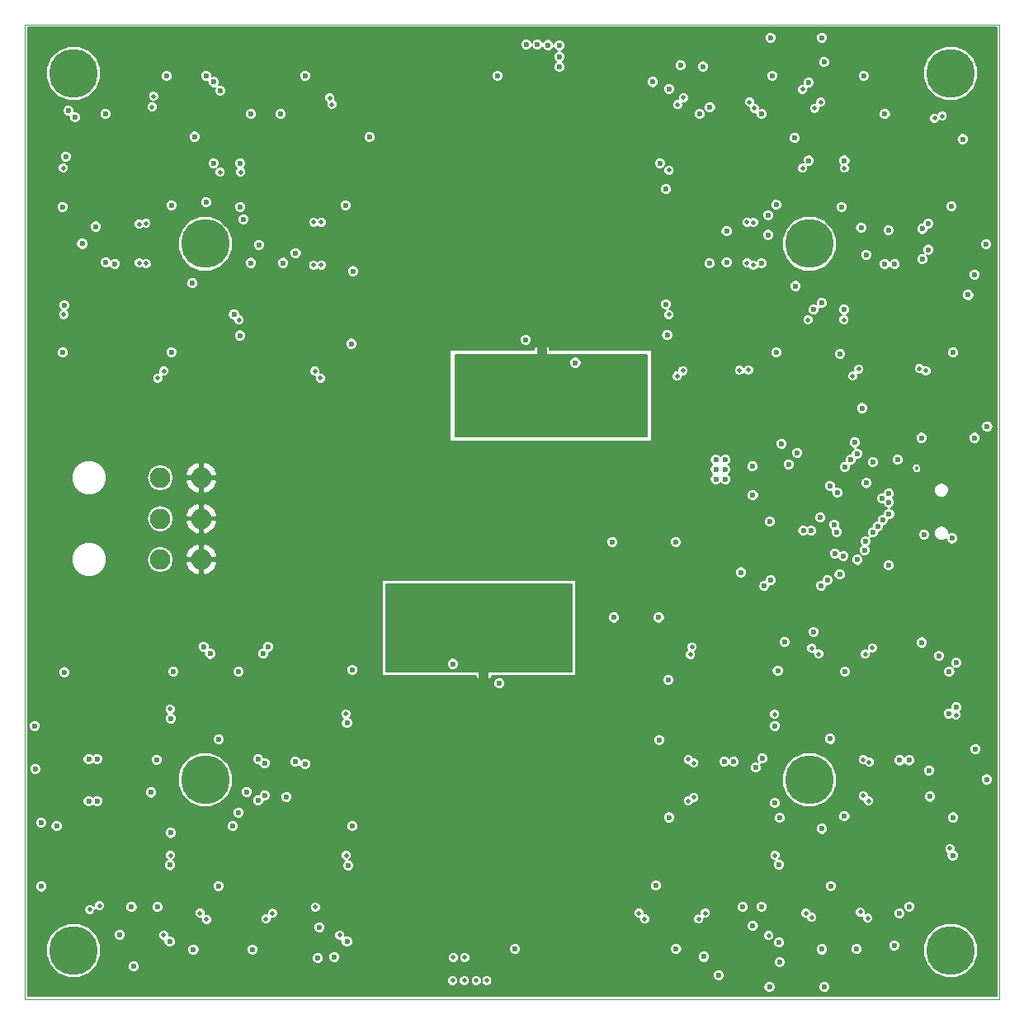
<source format=gbl>
G04 (created by PCBNEW (2013-mar-13)-testing) date Tue 16 Jul 2013 01:06:51 PM ICT*
%MOIN*%
G04 Gerber Fmt 3.4, Leading zero omitted, Abs format*
%FSLAX34Y34*%
G01*
G70*
G90*
G04 APERTURE LIST*
%ADD10C,0.00393701*%
%ADD11C,0.19685*%
%ADD12R,0.0393701X0.0393701*%
%ADD13O,0.0826X0.0826*%
%ADD14C,0.023622*%
%ADD15C,0.019685*%
%ADD16C,0.011811*%
%ADD17C,0.00787402*%
G04 APERTURE END LIST*
G54D10*
X38779Y-61023D02*
X78149Y-61023D01*
X78149Y-61023D02*
X78149Y-21653D01*
X78149Y-21653D02*
X38779Y-21653D01*
X38779Y-21653D02*
X38779Y-61023D01*
G54D11*
X46062Y-30511D03*
G54D12*
X59665Y-34970D03*
X59665Y-34773D03*
X57322Y-47982D03*
X57322Y-47785D03*
G54D11*
X40748Y-23622D03*
X40748Y-59055D03*
X46062Y-52165D03*
X70472Y-52165D03*
X76181Y-59055D03*
X76181Y-23622D03*
X70472Y-30511D03*
G54D13*
X44252Y-43267D03*
X44252Y-41614D03*
X44252Y-39961D03*
X45904Y-39961D03*
X45904Y-41614D03*
X45904Y-43267D03*
G54D14*
X62578Y-45610D03*
X64389Y-45610D03*
X57952Y-48267D03*
X56062Y-47480D03*
X59015Y-34389D03*
X61023Y-35314D03*
X62519Y-42559D03*
X65078Y-42559D03*
G54D15*
X59665Y-35393D03*
X59665Y-35098D03*
X60039Y-35393D03*
X59291Y-35393D03*
X60039Y-35098D03*
X59311Y-35098D03*
X57437Y-36828D03*
X59484Y-36946D03*
X57342Y-47323D03*
X57342Y-47618D03*
X57716Y-47618D03*
X56968Y-47618D03*
X57716Y-47322D03*
X56988Y-47322D03*
X57688Y-45578D03*
X59641Y-45804D03*
G54D14*
X65266Y-23307D03*
X72559Y-29862D03*
X72667Y-23730D03*
X50098Y-23720D03*
X47608Y-29517D03*
X41653Y-29812D03*
X44507Y-23740D03*
X57874Y-23724D03*
X68976Y-23724D03*
X46102Y-23720D03*
X46102Y-28838D03*
X68809Y-29350D03*
X69074Y-53100D03*
X72381Y-59005D03*
X65088Y-58996D03*
X75344Y-52844D03*
X43877Y-52677D03*
X51278Y-59320D03*
X45590Y-59025D03*
X58582Y-58995D03*
X47972Y-59015D03*
X70984Y-59011D03*
X70984Y-54143D03*
X47421Y-53484D03*
X73523Y-31318D03*
X49212Y-31279D03*
X49114Y-25275D03*
X68543Y-31299D03*
X66437Y-31299D03*
X42047Y-31259D03*
X42027Y-25275D03*
X47913Y-25275D03*
X47913Y-31279D03*
X68169Y-39507D03*
X68543Y-25275D03*
X73523Y-25275D03*
X66043Y-25275D03*
X68188Y-40669D03*
X44094Y-51358D03*
X67421Y-51437D03*
X74507Y-51377D03*
X50098Y-51515D03*
G54D15*
X50511Y-57303D03*
G54D14*
X43090Y-57303D03*
X68562Y-51299D03*
X68543Y-57283D03*
X74507Y-57283D03*
X67785Y-57303D03*
X44129Y-57307D03*
X68868Y-41742D03*
X71476Y-41850D03*
G54D15*
X73011Y-46830D03*
X70570Y-46850D03*
X70326Y-57559D03*
X66271Y-57549D03*
X72724Y-47090D03*
X70846Y-47086D03*
X70561Y-57724D03*
X66003Y-57793D03*
X72889Y-51448D03*
X72866Y-53019D03*
X72645Y-52807D03*
X72641Y-51358D03*
X65807Y-52870D03*
X65807Y-51484D03*
X65580Y-51338D03*
X65578Y-53015D03*
X48789Y-57559D03*
X63582Y-57549D03*
X65728Y-46801D03*
X48523Y-57785D03*
X63818Y-57795D03*
X65669Y-47106D03*
G54D14*
X48602Y-46781D03*
X46003Y-46781D03*
G54D15*
X45856Y-57549D03*
X41791Y-57253D03*
X41407Y-57401D03*
X46122Y-57805D03*
G54D14*
X46259Y-47076D03*
X48415Y-47066D03*
X48464Y-51486D03*
X48464Y-52795D03*
X48198Y-53001D03*
X48198Y-51328D03*
X41692Y-51318D03*
X41692Y-53021D03*
X41358Y-53021D03*
X41358Y-51318D03*
G54D15*
X50492Y-35657D03*
X44393Y-35645D03*
X43980Y-24555D03*
X50716Y-35937D03*
X44145Y-35937D03*
X43917Y-24984D03*
X65381Y-24610D03*
X65374Y-35633D03*
X67645Y-35625D03*
X51098Y-24618D03*
X65149Y-24889D03*
X65127Y-35860D03*
X68011Y-35606D03*
X51181Y-24881D03*
X43405Y-31287D03*
X43397Y-29716D03*
X43677Y-31311D03*
X43673Y-29688D03*
X50440Y-31374D03*
X50444Y-29633D03*
X50751Y-29641D03*
X50751Y-31366D03*
X68051Y-24779D03*
X70935Y-24789D03*
X72468Y-35570D03*
X74909Y-35561D03*
X75177Y-35637D03*
X72214Y-35856D03*
X70679Y-25033D03*
X68248Y-25043D03*
G54D14*
X73041Y-42175D03*
X76230Y-42411D03*
G54D15*
X75836Y-25354D03*
X75531Y-25437D03*
G54D14*
X75098Y-42263D03*
X73228Y-41919D03*
G54D15*
X67952Y-29641D03*
X67952Y-31283D03*
X68212Y-29645D03*
X68208Y-31370D03*
G54D14*
X75031Y-31133D03*
X75031Y-29909D03*
X75275Y-30748D03*
X75283Y-29696D03*
X72696Y-42883D03*
X71850Y-43120D03*
G54D15*
X72824Y-57755D03*
G54D14*
X72411Y-43277D03*
G54D15*
X72529Y-57507D03*
G54D14*
X72391Y-38986D03*
X69350Y-38582D03*
X72145Y-39232D03*
X69980Y-38956D03*
X70226Y-42106D03*
X71574Y-42145D03*
X71899Y-39527D03*
X73031Y-39340D03*
X73454Y-41653D03*
X73671Y-43503D03*
X71692Y-43868D03*
X71496Y-43021D03*
X72746Y-42529D03*
X73415Y-40797D03*
X69084Y-49990D03*
X70944Y-44320D03*
X68917Y-44104D03*
X44645Y-55610D03*
X44625Y-58700D03*
X44685Y-49685D03*
X51850Y-55629D03*
X51791Y-58700D03*
X51791Y-49862D03*
X76102Y-49488D03*
X69251Y-55590D03*
X69251Y-58740D03*
X76259Y-55216D03*
X64429Y-27263D03*
X64153Y-23976D03*
X64685Y-32952D03*
X46397Y-27263D03*
X47480Y-27263D03*
X46397Y-23976D03*
X47224Y-33366D03*
X40433Y-26988D03*
X40374Y-32992D03*
X40531Y-25127D03*
X70452Y-23996D03*
X70452Y-27145D03*
X71889Y-27145D03*
X71870Y-33169D03*
X70649Y-33169D03*
X75708Y-47155D03*
X76397Y-49232D03*
G54D15*
X76141Y-54940D03*
X76397Y-49547D03*
G54D14*
X69468Y-46594D03*
X76417Y-47440D03*
X64803Y-24251D03*
X68651Y-44320D03*
X46673Y-24330D03*
G54D15*
X44665Y-55216D03*
X44389Y-58444D03*
X44645Y-49311D03*
X51763Y-55212D03*
X51503Y-58444D03*
X51744Y-49496D03*
X69074Y-55212D03*
X68830Y-58456D03*
X69070Y-49519D03*
X64803Y-27539D03*
X64791Y-33370D03*
X70196Y-24271D03*
X71877Y-27460D03*
X70196Y-27460D03*
X70413Y-33582D03*
X71870Y-33582D03*
X47500Y-27618D03*
X46673Y-27618D03*
X47429Y-33590D03*
X40342Y-33366D03*
X40334Y-27452D03*
G54D14*
X40807Y-25403D03*
X74035Y-39242D03*
X73681Y-40954D03*
X77145Y-38346D03*
X39202Y-51722D03*
X77185Y-50925D03*
X68897Y-22185D03*
X68858Y-60531D03*
X77145Y-31751D03*
X43179Y-59704D03*
X39429Y-53897D03*
X66820Y-60059D03*
X77637Y-52145D03*
X70984Y-22185D03*
X71082Y-60531D03*
X77618Y-30531D03*
X77657Y-37893D03*
X70551Y-42106D03*
X70639Y-46190D03*
X75019Y-46614D03*
X72775Y-40177D03*
X70964Y-32903D03*
X72598Y-37145D03*
X73385Y-44576D03*
X73769Y-44566D03*
X73779Y-44891D03*
X72696Y-44468D03*
X73385Y-44891D03*
G54D15*
X55954Y-43129D03*
X55954Y-42736D03*
X55954Y-42342D03*
X53582Y-43129D03*
X53582Y-42736D03*
X53582Y-42342D03*
X53582Y-41948D03*
X53976Y-41948D03*
X53976Y-42342D03*
X53976Y-42736D03*
X51299Y-43129D03*
X51692Y-43139D03*
X51692Y-42746D03*
X51692Y-42352D03*
X51692Y-41958D03*
X51299Y-41958D03*
X51299Y-42352D03*
X51299Y-42746D03*
X49744Y-43120D03*
X49350Y-43129D03*
X49350Y-42736D03*
X49350Y-42342D03*
X49350Y-41948D03*
X49744Y-41948D03*
X49744Y-42342D03*
X49744Y-42736D03*
G54D14*
X73041Y-60265D03*
X66220Y-60078D03*
X67244Y-59517D03*
X66456Y-22588D03*
X49478Y-59370D03*
X71210Y-44822D03*
X69448Y-44429D03*
X67805Y-45068D03*
X64586Y-45088D03*
X43523Y-59389D03*
X40285Y-50925D03*
X47125Y-32244D03*
X74393Y-36578D03*
X67519Y-24537D03*
X50137Y-24488D03*
X42906Y-24562D03*
G54D15*
X74015Y-55551D03*
X74015Y-55984D03*
X74448Y-55984D03*
X74881Y-55984D03*
X74881Y-55551D03*
X74448Y-55551D03*
X74015Y-55118D03*
X74015Y-55137D03*
X74448Y-54704D03*
X74448Y-54271D03*
X74881Y-54271D03*
X74881Y-54704D03*
X74881Y-55137D03*
X74448Y-55137D03*
X74005Y-54694D03*
X74005Y-54261D03*
X73572Y-54261D03*
X73139Y-54261D03*
X73139Y-54694D03*
X73572Y-54694D03*
X74005Y-55127D03*
X74005Y-55127D03*
X73572Y-55561D03*
X73572Y-55994D03*
X73139Y-55994D03*
X73139Y-55561D03*
X73139Y-55127D03*
X73572Y-55127D03*
X66929Y-55551D03*
X66929Y-55984D03*
X67362Y-55984D03*
X67795Y-55984D03*
X67795Y-55551D03*
X67362Y-55551D03*
X66929Y-55118D03*
X66929Y-55137D03*
X67362Y-54704D03*
X67362Y-54271D03*
X67795Y-54271D03*
X67795Y-54704D03*
X67795Y-55137D03*
X67362Y-55137D03*
X66919Y-54694D03*
X66919Y-54261D03*
X66486Y-54261D03*
X66053Y-54261D03*
X66053Y-54694D03*
X66486Y-54694D03*
X66919Y-55127D03*
X66919Y-55127D03*
X66486Y-55561D03*
X66486Y-55994D03*
X66053Y-55994D03*
X66053Y-55561D03*
X66053Y-55127D03*
X66486Y-55127D03*
X74015Y-49645D03*
X74015Y-50078D03*
X74448Y-50078D03*
X74881Y-50078D03*
X74881Y-49645D03*
X74448Y-49645D03*
X74015Y-49212D03*
X74015Y-49232D03*
X74448Y-48799D03*
X74448Y-48366D03*
X74881Y-48366D03*
X74881Y-48799D03*
X74881Y-49232D03*
X74448Y-49232D03*
X74005Y-48789D03*
X74005Y-48356D03*
X73572Y-48356D03*
X73139Y-48356D03*
X73139Y-48789D03*
X73572Y-48789D03*
X74005Y-49222D03*
X74005Y-49222D03*
X73572Y-49655D03*
X73572Y-50088D03*
X73139Y-50088D03*
X73139Y-49655D03*
X73139Y-49222D03*
X73572Y-49222D03*
X66486Y-49222D03*
X66053Y-49222D03*
X66053Y-49655D03*
X66053Y-50088D03*
X66486Y-50088D03*
X66486Y-49655D03*
X66919Y-49222D03*
X66919Y-49222D03*
X66486Y-48789D03*
X66053Y-48789D03*
X66053Y-48356D03*
X66486Y-48356D03*
X66919Y-48356D03*
X66919Y-48789D03*
X67362Y-49232D03*
X67795Y-49232D03*
X67795Y-48799D03*
X67795Y-48366D03*
X67362Y-48366D03*
X67362Y-48799D03*
X66929Y-49232D03*
X66929Y-49212D03*
X67362Y-49645D03*
X67795Y-49645D03*
X67795Y-50078D03*
X67362Y-50078D03*
X66929Y-50078D03*
X66929Y-49645D03*
X49163Y-55127D03*
X48730Y-55127D03*
X48730Y-55561D03*
X48730Y-55994D03*
X49163Y-55994D03*
X49163Y-55561D03*
X49596Y-55127D03*
X49596Y-55127D03*
X49163Y-54694D03*
X48730Y-54694D03*
X48730Y-54261D03*
X49163Y-54261D03*
X49596Y-54261D03*
X49596Y-54694D03*
X50039Y-55137D03*
X50472Y-55137D03*
X50472Y-54704D03*
X50472Y-54271D03*
X50039Y-54271D03*
X50039Y-54704D03*
X49606Y-55137D03*
X49606Y-55118D03*
X50039Y-55551D03*
X50472Y-55551D03*
X50472Y-55984D03*
X50039Y-55984D03*
X49606Y-55984D03*
X49606Y-55551D03*
X49163Y-49222D03*
X48730Y-49222D03*
X48730Y-49655D03*
X48730Y-50088D03*
X49163Y-50088D03*
X49163Y-49655D03*
X49596Y-49222D03*
X49596Y-49222D03*
X49163Y-48789D03*
X48730Y-48789D03*
X48730Y-48356D03*
X49163Y-48356D03*
X49596Y-48356D03*
X49596Y-48789D03*
X50039Y-49232D03*
X50472Y-49232D03*
X50472Y-48799D03*
X50472Y-48366D03*
X50039Y-48366D03*
X50039Y-48799D03*
X49606Y-49232D03*
X49606Y-49212D03*
X50039Y-49645D03*
X50472Y-49645D03*
X50472Y-50078D03*
X50039Y-50078D03*
X49606Y-50078D03*
X49606Y-49645D03*
X42076Y-55127D03*
X41643Y-55127D03*
X41643Y-55561D03*
X41643Y-55994D03*
X42076Y-55994D03*
X42076Y-55561D03*
X42509Y-55127D03*
X42509Y-55127D03*
X42076Y-54694D03*
X41643Y-54694D03*
X41643Y-54261D03*
X42076Y-54261D03*
X42509Y-54261D03*
X42509Y-54694D03*
X42952Y-55137D03*
X43385Y-55137D03*
X43385Y-54704D03*
X43385Y-54271D03*
X42952Y-54271D03*
X42952Y-54704D03*
X42519Y-55137D03*
X42519Y-55118D03*
X42952Y-55551D03*
X43385Y-55551D03*
X43385Y-55984D03*
X42952Y-55984D03*
X42519Y-55984D03*
X42519Y-55551D03*
X42519Y-49645D03*
X42519Y-50078D03*
X42952Y-50078D03*
X43385Y-50078D03*
X43385Y-49645D03*
X42952Y-49645D03*
X42519Y-49212D03*
X42519Y-49232D03*
X42952Y-48799D03*
X42952Y-48366D03*
X43385Y-48366D03*
X43385Y-48799D03*
X43385Y-49232D03*
X42952Y-49232D03*
X42509Y-48789D03*
X42509Y-48356D03*
X42076Y-48356D03*
X41643Y-48356D03*
X41643Y-48789D03*
X42076Y-48789D03*
X42509Y-49222D03*
X42509Y-49222D03*
X42076Y-49655D03*
X42076Y-50088D03*
X41643Y-50088D03*
X41643Y-49655D03*
X41643Y-49222D03*
X42076Y-49222D03*
X74458Y-33454D03*
X74891Y-33454D03*
X74891Y-33021D03*
X74891Y-32588D03*
X74458Y-32588D03*
X74458Y-33021D03*
X74025Y-33454D03*
X74025Y-33454D03*
X74458Y-33887D03*
X74891Y-33887D03*
X74891Y-34320D03*
X74458Y-34320D03*
X74025Y-34320D03*
X74025Y-33887D03*
X73582Y-33444D03*
X73149Y-33444D03*
X73149Y-33877D03*
X73149Y-34311D03*
X73582Y-34311D03*
X73582Y-33877D03*
X74015Y-33444D03*
X74015Y-33464D03*
X73582Y-33031D03*
X73149Y-33031D03*
X73149Y-32598D03*
X73582Y-32598D03*
X74015Y-32598D03*
X74015Y-33031D03*
X67372Y-33454D03*
X67805Y-33454D03*
X67805Y-33021D03*
X67805Y-32588D03*
X67372Y-32588D03*
X67372Y-33021D03*
X66938Y-33454D03*
X66938Y-33454D03*
X67372Y-33887D03*
X67805Y-33887D03*
X67805Y-34320D03*
X67372Y-34320D03*
X66938Y-34320D03*
X66938Y-33887D03*
X66496Y-33444D03*
X66062Y-33444D03*
X66062Y-33877D03*
X66062Y-34311D03*
X66496Y-34311D03*
X66496Y-33877D03*
X66929Y-33444D03*
X66929Y-33464D03*
X66496Y-33031D03*
X66062Y-33031D03*
X66062Y-32598D03*
X66496Y-32598D03*
X66929Y-32598D03*
X66929Y-33031D03*
X74458Y-27549D03*
X74891Y-27549D03*
X74891Y-27116D03*
X74891Y-26683D03*
X74458Y-26683D03*
X74458Y-27116D03*
X74025Y-27549D03*
X74025Y-27549D03*
X74458Y-27982D03*
X74891Y-27982D03*
X74891Y-28415D03*
X74458Y-28415D03*
X74025Y-28415D03*
X74025Y-27982D03*
X73582Y-27539D03*
X73149Y-27539D03*
X73149Y-27972D03*
X73149Y-28405D03*
X73582Y-28405D03*
X73582Y-27972D03*
X74015Y-27539D03*
X74015Y-27559D03*
X73582Y-27125D03*
X73149Y-27125D03*
X73149Y-26692D03*
X73582Y-26692D03*
X74015Y-26692D03*
X74015Y-27125D03*
X66929Y-27125D03*
X66929Y-26692D03*
X66496Y-26692D03*
X66062Y-26692D03*
X66062Y-27125D03*
X66496Y-27125D03*
X66929Y-27559D03*
X66929Y-27539D03*
X66496Y-27972D03*
X66496Y-28405D03*
X66062Y-28405D03*
X66062Y-27972D03*
X66062Y-27539D03*
X66496Y-27539D03*
X66938Y-27982D03*
X66938Y-28415D03*
X67372Y-28415D03*
X67805Y-28415D03*
X67805Y-27982D03*
X67372Y-27982D03*
X66938Y-27549D03*
X66938Y-27549D03*
X67372Y-27116D03*
X67372Y-26683D03*
X67805Y-26683D03*
X67805Y-27116D03*
X67805Y-27549D03*
X67372Y-27549D03*
X49606Y-33031D03*
X49606Y-32598D03*
X49173Y-32598D03*
X48740Y-32598D03*
X48740Y-33031D03*
X49173Y-33031D03*
X49606Y-33464D03*
X49606Y-33444D03*
X49173Y-33877D03*
X49173Y-34311D03*
X48740Y-34311D03*
X48740Y-33877D03*
X48740Y-33444D03*
X49173Y-33444D03*
X49616Y-33887D03*
X49616Y-34320D03*
X50049Y-34320D03*
X50482Y-34320D03*
X50482Y-33887D03*
X50049Y-33887D03*
X49616Y-33454D03*
X49616Y-33454D03*
X50049Y-33021D03*
X50049Y-32588D03*
X50482Y-32588D03*
X50482Y-33021D03*
X50482Y-33454D03*
X50049Y-33454D03*
X42519Y-33031D03*
X42519Y-32598D03*
X42086Y-32598D03*
X41653Y-32598D03*
X41653Y-33031D03*
X42086Y-33031D03*
X42519Y-33464D03*
X42519Y-33444D03*
X42086Y-33877D03*
X42086Y-34311D03*
X41653Y-34311D03*
X41653Y-33877D03*
X41653Y-33444D03*
X42086Y-33444D03*
X42529Y-33887D03*
X42529Y-34320D03*
X42962Y-34320D03*
X43395Y-34320D03*
X43395Y-33887D03*
X42962Y-33887D03*
X42529Y-33454D03*
X42529Y-33454D03*
X42962Y-33021D03*
X42962Y-32588D03*
X43395Y-32588D03*
X43395Y-33021D03*
X43395Y-33454D03*
X42962Y-33454D03*
X49606Y-27125D03*
X49606Y-26692D03*
X49173Y-26692D03*
X48740Y-26692D03*
X48740Y-27125D03*
X49173Y-27125D03*
X49606Y-27559D03*
X49606Y-27539D03*
X49173Y-27972D03*
X49173Y-28405D03*
X48740Y-28405D03*
X48740Y-27972D03*
X48740Y-27539D03*
X49173Y-27539D03*
X49616Y-27982D03*
X49616Y-28415D03*
X50049Y-28415D03*
X50482Y-28415D03*
X50482Y-27982D03*
X50049Y-27982D03*
X49616Y-27549D03*
X49616Y-27549D03*
X50049Y-27116D03*
X50049Y-26683D03*
X50482Y-26683D03*
X50482Y-27116D03*
X50482Y-27549D03*
X50049Y-27549D03*
X42962Y-27549D03*
X43395Y-27549D03*
X43395Y-27116D03*
X43395Y-26683D03*
X42962Y-26683D03*
X42962Y-27116D03*
X42529Y-27549D03*
X42529Y-27549D03*
X42962Y-27982D03*
X43395Y-27982D03*
X43395Y-28415D03*
X42962Y-28415D03*
X42529Y-28415D03*
X42529Y-27982D03*
X42086Y-27539D03*
X41653Y-27539D03*
X41653Y-27972D03*
X41653Y-28405D03*
X42086Y-28405D03*
X42086Y-27972D03*
X42519Y-27539D03*
X42519Y-27559D03*
X42086Y-27125D03*
X41653Y-27125D03*
X41653Y-26692D03*
X42086Y-26692D03*
X42519Y-26692D03*
X42519Y-27125D03*
G54D14*
X62913Y-22145D03*
X66850Y-22145D03*
X77204Y-24862D03*
X76417Y-56318D03*
X77342Y-57480D03*
X74783Y-60098D03*
X42194Y-58070D03*
X53267Y-60570D03*
X49330Y-60570D03*
X45393Y-60570D03*
X41456Y-60570D03*
X73614Y-58122D03*
G54D15*
X58937Y-60216D03*
X59409Y-60216D03*
X59881Y-60216D03*
X60354Y-60216D03*
G54D14*
X65078Y-60570D03*
X61141Y-60570D03*
X68031Y-42322D03*
X67362Y-42992D03*
X66535Y-43759D03*
X65433Y-43799D03*
X64566Y-43996D03*
X68110Y-37775D03*
X66535Y-37775D03*
X64566Y-37775D03*
X63700Y-44350D03*
X63700Y-46318D03*
X63700Y-48287D03*
X63700Y-51043D03*
X63070Y-51574D03*
X59448Y-49625D03*
X59842Y-49625D03*
X60236Y-49625D03*
X60629Y-49625D03*
X61023Y-49625D03*
X61417Y-49625D03*
X61811Y-49625D03*
X59055Y-51555D03*
X57165Y-51555D03*
X54133Y-51082D03*
X54133Y-49507D03*
X54133Y-48326D03*
G54D15*
X74551Y-24598D03*
G54D14*
X73070Y-22972D03*
X56614Y-22539D03*
X56141Y-22539D03*
X57086Y-22539D03*
X57559Y-22539D03*
X43425Y-22145D03*
X47362Y-22145D03*
X51299Y-22145D03*
X55236Y-22145D03*
X57559Y-33110D03*
X57165Y-33110D03*
X56771Y-33110D03*
X56377Y-33110D03*
X55984Y-33110D03*
X55590Y-33110D03*
X55196Y-33110D03*
X63307Y-31377D03*
X63307Y-32952D03*
X63307Y-34704D03*
X61988Y-34704D03*
X58031Y-31082D03*
X59881Y-31082D03*
X53661Y-36732D03*
X52992Y-36732D03*
X52992Y-34960D03*
X52992Y-32992D03*
X52992Y-31023D03*
X54133Y-30984D03*
G54D15*
X48188Y-45098D03*
X48582Y-45098D03*
X48976Y-45098D03*
X49370Y-45098D03*
X49763Y-45098D03*
X52125Y-45098D03*
X51732Y-45098D03*
X51338Y-45098D03*
X50944Y-45098D03*
X50551Y-45098D03*
X50157Y-45098D03*
X53976Y-43129D03*
X55954Y-41948D03*
X55561Y-41948D03*
X55561Y-42342D03*
X55561Y-42736D03*
X55561Y-43129D03*
G54D14*
X66948Y-52282D03*
X71830Y-56318D03*
X76377Y-32007D03*
G54D15*
X50141Y-36555D03*
X66653Y-58055D03*
G54D14*
X39823Y-34291D03*
X76181Y-26338D03*
X39940Y-56318D03*
X43287Y-46181D03*
X45610Y-50295D03*
X45294Y-48366D03*
X46969Y-28405D03*
X39804Y-28385D03*
X76692Y-28366D03*
X67775Y-46141D03*
X64763Y-47618D03*
X69783Y-48385D03*
X66397Y-46141D03*
X64763Y-56338D03*
X64292Y-54271D03*
X69842Y-54271D03*
X76790Y-34291D03*
X76790Y-54271D03*
X73956Y-52302D03*
X74547Y-46141D03*
X73405Y-46102D03*
X71811Y-50413D03*
X71201Y-34311D03*
X76712Y-48366D03*
X76643Y-50177D03*
X71260Y-28385D03*
X71092Y-32312D03*
X71456Y-25984D03*
X73917Y-30433D03*
X66830Y-30355D03*
X67263Y-36480D03*
X69448Y-32204D03*
X66141Y-36456D03*
X73188Y-36437D03*
X52204Y-26299D03*
X43208Y-36535D03*
X48799Y-36515D03*
X45059Y-32204D03*
X41771Y-36515D03*
X64232Y-34822D03*
X69409Y-26299D03*
X64173Y-28917D03*
X52706Y-56013D03*
X45078Y-56082D03*
X52480Y-48405D03*
X49350Y-46161D03*
X49625Y-52361D03*
X51889Y-53524D03*
X44655Y-53316D03*
X42539Y-52184D03*
X51535Y-32263D03*
X46948Y-34803D03*
X49448Y-30432D03*
X42519Y-30392D03*
X68937Y-23169D03*
X62224Y-33169D03*
X62224Y-33562D03*
X62224Y-33956D03*
X62224Y-34350D03*
X63425Y-41968D03*
X63425Y-41574D03*
X63425Y-41181D03*
X55118Y-49507D03*
X55118Y-49114D03*
X55118Y-48720D03*
X55118Y-48326D03*
X66496Y-38543D03*
X66102Y-38543D03*
X65708Y-38543D03*
X65314Y-38543D03*
G54D15*
X65098Y-41751D03*
X64744Y-41751D03*
X65098Y-41417D03*
X64744Y-41417D03*
G54D14*
X68543Y-40078D03*
X47342Y-56534D03*
X41948Y-46161D03*
X47342Y-50629D03*
X52568Y-50403D03*
X69793Y-50442D03*
X69812Y-56505D03*
X69566Y-28346D03*
X64468Y-25905D03*
X69625Y-34271D03*
X64153Y-32047D03*
X51850Y-34034D03*
X52224Y-28385D03*
X45196Y-34271D03*
X45137Y-26299D03*
X45216Y-28366D03*
X47106Y-26574D03*
X39458Y-32234D03*
X40039Y-26318D03*
X46909Y-48405D03*
X71397Y-54330D03*
X47322Y-54546D03*
X40196Y-54546D03*
X39881Y-48405D03*
X71417Y-48385D03*
X71594Y-40570D03*
X73690Y-41427D03*
X71309Y-40285D03*
X73681Y-40600D03*
X42421Y-31318D03*
X41092Y-30511D03*
X49723Y-30885D03*
X48238Y-30551D03*
X50679Y-58120D03*
X50620Y-59370D03*
X42618Y-58425D03*
X47746Y-52658D03*
X49350Y-52854D03*
X49704Y-51437D03*
X66456Y-25000D03*
X66171Y-23346D03*
X67125Y-31259D03*
X67125Y-30000D03*
X68809Y-30147D03*
X72765Y-30954D03*
X73917Y-31338D03*
X73661Y-29960D03*
X68306Y-51673D03*
X67027Y-51427D03*
X75305Y-51791D03*
X74114Y-51377D03*
X66220Y-59311D03*
X68188Y-58061D03*
X74114Y-57559D03*
X73897Y-58858D03*
X70915Y-41574D03*
X69635Y-39419D03*
X69133Y-34901D03*
X71200Y-44094D03*
X67706Y-43780D03*
X76279Y-34901D03*
X39183Y-49990D03*
G54D15*
X57440Y-60275D03*
X57007Y-60275D03*
X56535Y-60275D03*
X56062Y-60275D03*
X56082Y-59340D03*
X56545Y-59340D03*
G54D14*
X60374Y-23366D03*
X60374Y-22952D03*
X60374Y-22500D03*
X59921Y-22480D03*
X59488Y-22460D03*
X59035Y-22460D03*
X76663Y-26279D03*
X47480Y-29015D03*
X40314Y-34901D03*
X64409Y-50551D03*
X64763Y-48129D03*
X69192Y-47755D03*
X64271Y-56437D03*
X64803Y-53681D03*
X69271Y-53700D03*
X71338Y-56456D03*
X76279Y-53681D03*
X71889Y-53641D03*
X71318Y-50511D03*
X71712Y-34960D03*
X76122Y-47795D03*
X71909Y-47795D03*
X71771Y-29015D03*
X76889Y-32578D03*
X76220Y-28996D03*
X69911Y-32214D03*
X64724Y-34192D03*
X69881Y-26240D03*
X69133Y-28937D03*
X64685Y-28307D03*
X52007Y-47716D03*
X46614Y-50531D03*
X47421Y-47795D03*
X46594Y-56456D03*
X52007Y-54035D03*
X47185Y-54035D03*
X44665Y-54311D03*
X39448Y-56476D03*
X40059Y-54035D03*
X40374Y-47814D03*
X44783Y-47795D03*
X52027Y-31614D03*
X51968Y-34547D03*
X47460Y-34212D03*
X45551Y-32106D03*
X52696Y-26200D03*
X45629Y-26181D03*
X40295Y-29015D03*
X72303Y-38543D03*
X67086Y-40019D03*
X66692Y-40019D03*
X66692Y-39625D03*
X67086Y-39625D03*
X67086Y-39232D03*
X66692Y-39232D03*
X75000Y-38346D03*
X51732Y-28956D03*
X44704Y-34881D03*
X44704Y-28956D03*
X69271Y-59527D03*
X71062Y-23169D03*
G54D16*
X74793Y-39577D02*
X74803Y-39587D01*
X74793Y-39557D02*
X74793Y-39577D01*
X73385Y-44891D02*
X73779Y-44891D01*
X73385Y-44576D02*
X73474Y-44566D01*
X73474Y-44566D02*
X73769Y-44566D01*
X55561Y-42342D02*
X55561Y-41948D01*
X55561Y-43129D02*
X55561Y-42736D01*
X53582Y-42736D02*
X53582Y-43129D01*
X53582Y-41948D02*
X53582Y-42342D01*
X53976Y-42342D02*
X53976Y-41948D01*
X53976Y-43129D02*
X53976Y-42736D01*
X51299Y-43129D02*
X51299Y-42746D01*
X51692Y-42746D02*
X51692Y-43139D01*
X51692Y-41958D02*
X51692Y-42352D01*
X51299Y-42352D02*
X51299Y-41958D01*
X49744Y-43120D02*
X49744Y-42736D01*
X49350Y-42736D02*
X49350Y-43129D01*
X49350Y-41948D02*
X49350Y-42342D01*
X49744Y-42342D02*
X49744Y-41948D01*
X71092Y-45039D02*
X71092Y-45029D01*
X71210Y-44842D02*
X71210Y-44822D01*
X71092Y-45029D02*
X71210Y-44842D01*
X69448Y-44429D02*
X69448Y-44419D01*
X67805Y-45068D02*
X71092Y-45039D01*
X71092Y-45039D02*
X71082Y-45039D01*
X40305Y-50954D02*
X40305Y-50944D01*
X40305Y-50944D02*
X40285Y-50925D01*
X74015Y-55551D02*
X74015Y-55118D01*
X74015Y-55984D02*
X74448Y-55984D01*
X74881Y-55984D02*
X74881Y-55551D01*
X74881Y-54271D02*
X74448Y-54271D01*
X74881Y-55137D02*
X74881Y-54704D01*
X74448Y-55137D02*
X74015Y-55137D01*
X74005Y-54694D02*
X74005Y-55127D01*
X74005Y-54261D02*
X73572Y-54261D01*
X73139Y-54261D02*
X73139Y-54694D01*
X73139Y-55994D02*
X73572Y-55994D01*
X73139Y-55127D02*
X73139Y-55561D01*
X73572Y-55127D02*
X74005Y-55127D01*
X66929Y-55551D02*
X66929Y-55118D01*
X66929Y-55984D02*
X67362Y-55984D01*
X67795Y-55984D02*
X67795Y-55551D01*
X67795Y-54271D02*
X67362Y-54271D01*
X67795Y-55137D02*
X67795Y-54704D01*
X67362Y-55137D02*
X66929Y-55137D01*
X66919Y-54694D02*
X66919Y-55127D01*
X66919Y-54261D02*
X66486Y-54261D01*
X66053Y-54261D02*
X66053Y-54694D01*
X66053Y-55994D02*
X66486Y-55994D01*
X66053Y-55127D02*
X66053Y-55561D01*
X66486Y-55127D02*
X66919Y-55127D01*
X74015Y-49645D02*
X74015Y-49212D01*
X74015Y-50078D02*
X74448Y-50078D01*
X74881Y-50078D02*
X74881Y-49645D01*
X74881Y-48366D02*
X74448Y-48366D01*
X74881Y-49232D02*
X74881Y-48799D01*
X74448Y-49232D02*
X74015Y-49232D01*
X74005Y-48789D02*
X74005Y-49222D01*
X74005Y-48356D02*
X73572Y-48356D01*
X73139Y-48356D02*
X73139Y-48789D01*
X73139Y-50088D02*
X73572Y-50088D01*
X73139Y-49222D02*
X73139Y-49655D01*
X73572Y-49222D02*
X74005Y-49222D01*
X66486Y-49222D02*
X66919Y-49222D01*
X66053Y-49222D02*
X66053Y-49655D01*
X66053Y-50088D02*
X66486Y-50088D01*
X66053Y-48356D02*
X66053Y-48789D01*
X66919Y-48356D02*
X66486Y-48356D01*
X66919Y-48789D02*
X66919Y-49222D01*
X67362Y-49232D02*
X66929Y-49232D01*
X67795Y-49232D02*
X67795Y-48799D01*
X67795Y-48366D02*
X67362Y-48366D01*
X67795Y-50078D02*
X67795Y-49645D01*
X66929Y-50078D02*
X67362Y-50078D01*
X66929Y-49645D02*
X66929Y-49212D01*
X49163Y-55127D02*
X49596Y-55127D01*
X48730Y-55127D02*
X48730Y-55561D01*
X48730Y-55994D02*
X49163Y-55994D01*
X48730Y-54261D02*
X48730Y-54694D01*
X49596Y-54261D02*
X49163Y-54261D01*
X49596Y-54694D02*
X49596Y-55127D01*
X50039Y-55137D02*
X49606Y-55137D01*
X50472Y-55137D02*
X50472Y-54704D01*
X50472Y-54271D02*
X50039Y-54271D01*
X50472Y-55984D02*
X50472Y-55551D01*
X49606Y-55984D02*
X50039Y-55984D01*
X49606Y-55551D02*
X49606Y-55118D01*
X49163Y-49222D02*
X49596Y-49222D01*
X48730Y-49222D02*
X48730Y-49655D01*
X48730Y-50088D02*
X49163Y-50088D01*
X48730Y-48356D02*
X48730Y-48789D01*
X49596Y-48356D02*
X49163Y-48356D01*
X49596Y-48789D02*
X49596Y-49222D01*
X50039Y-49232D02*
X49606Y-49232D01*
X50472Y-49232D02*
X50472Y-48799D01*
X50472Y-48366D02*
X50039Y-48366D01*
X50472Y-50078D02*
X50472Y-49645D01*
X49606Y-50078D02*
X50039Y-50078D01*
X49606Y-49645D02*
X49606Y-49212D01*
X42076Y-55127D02*
X42509Y-55127D01*
X41643Y-55127D02*
X41643Y-55561D01*
X41643Y-55994D02*
X42076Y-55994D01*
X41643Y-54261D02*
X41643Y-54694D01*
X42509Y-54261D02*
X42076Y-54261D01*
X42509Y-54694D02*
X42509Y-55127D01*
X42952Y-55137D02*
X42519Y-55137D01*
X43385Y-55137D02*
X43385Y-54704D01*
X43385Y-54271D02*
X42952Y-54271D01*
X43385Y-55984D02*
X43385Y-55551D01*
X42519Y-55984D02*
X42952Y-55984D01*
X42519Y-55551D02*
X42519Y-55118D01*
X42519Y-49645D02*
X42519Y-49212D01*
X42519Y-50078D02*
X42952Y-50078D01*
X43385Y-50078D02*
X43385Y-49645D01*
X43385Y-48366D02*
X42952Y-48366D01*
X43385Y-49232D02*
X43385Y-48799D01*
X42952Y-49232D02*
X42519Y-49232D01*
X42509Y-48789D02*
X42509Y-49222D01*
X42509Y-48356D02*
X42076Y-48356D01*
X41643Y-48356D02*
X41643Y-48789D01*
X41643Y-50088D02*
X42076Y-50088D01*
X41643Y-49222D02*
X41643Y-49655D01*
X42076Y-49222D02*
X42509Y-49222D01*
X74458Y-33454D02*
X74025Y-33454D01*
X74891Y-33454D02*
X74891Y-33021D01*
X74891Y-32588D02*
X74458Y-32588D01*
X74891Y-34320D02*
X74891Y-33887D01*
X74025Y-34320D02*
X74458Y-34320D01*
X74025Y-33887D02*
X74025Y-33454D01*
X73582Y-33444D02*
X74015Y-33444D01*
X73149Y-33444D02*
X73149Y-33877D01*
X73149Y-34311D02*
X73582Y-34311D01*
X73149Y-32598D02*
X73149Y-33031D01*
X74015Y-32598D02*
X73582Y-32598D01*
X74015Y-33031D02*
X74015Y-33464D01*
X67372Y-33454D02*
X66938Y-33454D01*
X67805Y-33454D02*
X67805Y-33021D01*
X67805Y-32588D02*
X67372Y-32588D01*
X67805Y-34320D02*
X67805Y-33887D01*
X66938Y-34320D02*
X67372Y-34320D01*
X66938Y-33887D02*
X66938Y-33454D01*
X66496Y-33444D02*
X66929Y-33444D01*
X66062Y-33444D02*
X66062Y-33877D01*
X66062Y-34311D02*
X66496Y-34311D01*
X66062Y-32598D02*
X66062Y-33031D01*
X66929Y-32598D02*
X66496Y-32598D01*
X66929Y-33031D02*
X66929Y-33464D01*
X74458Y-27549D02*
X74025Y-27549D01*
X74891Y-27549D02*
X74891Y-27116D01*
X74891Y-26683D02*
X74458Y-26683D01*
X74891Y-28415D02*
X74891Y-27982D01*
X74025Y-28415D02*
X74458Y-28415D01*
X74025Y-27982D02*
X74025Y-27549D01*
X73582Y-27539D02*
X74015Y-27539D01*
X73149Y-27539D02*
X73149Y-27972D01*
X73149Y-28405D02*
X73582Y-28405D01*
X73149Y-26692D02*
X73149Y-27125D01*
X74015Y-26692D02*
X73582Y-26692D01*
X74015Y-27125D02*
X74015Y-27559D01*
X66929Y-27125D02*
X66929Y-27559D01*
X66929Y-26692D02*
X66496Y-26692D01*
X66062Y-26692D02*
X66062Y-27125D01*
X66062Y-28405D02*
X66496Y-28405D01*
X66062Y-27539D02*
X66062Y-27972D01*
X66496Y-27539D02*
X66929Y-27539D01*
X66938Y-27982D02*
X66938Y-27549D01*
X66938Y-28415D02*
X67372Y-28415D01*
X67805Y-28415D02*
X67805Y-27982D01*
X67805Y-26683D02*
X67372Y-26683D01*
X67805Y-27549D02*
X67805Y-27116D01*
X67372Y-27549D02*
X66938Y-27549D01*
X49606Y-33031D02*
X49606Y-33464D01*
X49606Y-32598D02*
X49173Y-32598D01*
X48740Y-32598D02*
X48740Y-33031D01*
X48740Y-34311D02*
X49173Y-34311D01*
X48740Y-33444D02*
X48740Y-33877D01*
X49173Y-33444D02*
X49606Y-33444D01*
X49616Y-33887D02*
X49616Y-33454D01*
X49616Y-34320D02*
X50049Y-34320D01*
X50482Y-34320D02*
X50482Y-33887D01*
X50482Y-32588D02*
X50049Y-32588D01*
X50482Y-33454D02*
X50482Y-33021D01*
X50049Y-33454D02*
X49616Y-33454D01*
X42519Y-33031D02*
X42519Y-33464D01*
X42519Y-32598D02*
X42086Y-32598D01*
X41653Y-32598D02*
X41653Y-33031D01*
X41653Y-34311D02*
X42086Y-34311D01*
X41653Y-33444D02*
X41653Y-33877D01*
X42086Y-33444D02*
X42519Y-33444D01*
X42529Y-33887D02*
X42529Y-33454D01*
X42529Y-34320D02*
X42962Y-34320D01*
X43395Y-34320D02*
X43395Y-33887D01*
X43395Y-32588D02*
X42962Y-32588D01*
X43395Y-33454D02*
X43395Y-33021D01*
X42962Y-33454D02*
X42529Y-33454D01*
X49606Y-27125D02*
X49606Y-27559D01*
X49606Y-26692D02*
X49173Y-26692D01*
X48740Y-26692D02*
X48740Y-27125D01*
X48740Y-28405D02*
X49173Y-28405D01*
X48740Y-27539D02*
X48740Y-27972D01*
X49173Y-27539D02*
X49606Y-27539D01*
X49616Y-27982D02*
X49616Y-27549D01*
X49616Y-28415D02*
X50049Y-28415D01*
X50482Y-28415D02*
X50482Y-27982D01*
X50482Y-26683D02*
X50049Y-26683D01*
X50482Y-27549D02*
X50482Y-27116D01*
X50049Y-27549D02*
X49616Y-27549D01*
X42962Y-27549D02*
X42529Y-27549D01*
X43395Y-27549D02*
X43395Y-27116D01*
X43395Y-26683D02*
X42962Y-26683D01*
X43395Y-28415D02*
X43395Y-27982D01*
X42529Y-28415D02*
X42962Y-28415D01*
X42529Y-27982D02*
X42529Y-27549D01*
X42086Y-27539D02*
X42519Y-27539D01*
X41653Y-27539D02*
X41653Y-27972D01*
X41653Y-28405D02*
X42086Y-28405D01*
X41653Y-26692D02*
X41653Y-27125D01*
X42519Y-26692D02*
X42086Y-26692D01*
X42519Y-27125D02*
X42519Y-27559D01*
X66850Y-22145D02*
X62913Y-22145D01*
X76181Y-26338D02*
X76181Y-25885D01*
X76181Y-25885D02*
X77204Y-24862D01*
X76417Y-56318D02*
X76417Y-56555D01*
X76417Y-56555D02*
X77342Y-57480D01*
X73614Y-58122D02*
X73614Y-58929D01*
X73614Y-58929D02*
X74783Y-60098D01*
X42194Y-58070D02*
X42194Y-59832D01*
X45393Y-60570D02*
X49330Y-60570D01*
X42194Y-59832D02*
X41456Y-60570D01*
X60354Y-60216D02*
X60787Y-60216D01*
X58937Y-60216D02*
X59409Y-60216D01*
X59881Y-60216D02*
X60354Y-60216D01*
X65078Y-60570D02*
X65078Y-60590D01*
X60787Y-60216D02*
X61141Y-60570D01*
X68031Y-42322D02*
X67362Y-42992D01*
X66535Y-43759D02*
X66496Y-43799D01*
X66496Y-43799D02*
X65433Y-43799D01*
X64566Y-43996D02*
X64586Y-44015D01*
X64586Y-44015D02*
X64586Y-45088D01*
X65314Y-38543D02*
X65314Y-38523D01*
X66535Y-37775D02*
X68110Y-37775D01*
X65314Y-38523D02*
X64566Y-37775D01*
X63700Y-48287D02*
X63700Y-46318D01*
X63602Y-51043D02*
X63700Y-51043D01*
X63070Y-51574D02*
X63602Y-51043D01*
X60236Y-49625D02*
X59842Y-49625D01*
X61023Y-49625D02*
X60629Y-49625D01*
X61811Y-49625D02*
X61417Y-49625D01*
X57165Y-51555D02*
X59055Y-51555D01*
X54133Y-48326D02*
X54133Y-49507D01*
X74551Y-24598D02*
X74551Y-24452D01*
X74551Y-24452D02*
X73070Y-22972D01*
X56141Y-22539D02*
X55629Y-22539D01*
X56614Y-22539D02*
X56141Y-22539D01*
X57559Y-22539D02*
X57086Y-22539D01*
X51299Y-22145D02*
X47362Y-22145D01*
X55629Y-22539D02*
X55236Y-22145D01*
X56771Y-33110D02*
X57165Y-33110D01*
X55984Y-33110D02*
X56377Y-33110D01*
X55196Y-33110D02*
X55590Y-33110D01*
X63307Y-32952D02*
X63307Y-31377D01*
X61988Y-34704D02*
X63307Y-34704D01*
X59881Y-31082D02*
X58031Y-31082D01*
X52992Y-36732D02*
X53661Y-36732D01*
X52992Y-32992D02*
X52992Y-34960D01*
X54094Y-31023D02*
X52992Y-31023D01*
X54133Y-30984D02*
X54094Y-31023D01*
X48976Y-45098D02*
X48582Y-45098D01*
X49763Y-45098D02*
X49370Y-45098D01*
X51732Y-45098D02*
X52125Y-45098D01*
X50944Y-45098D02*
X51338Y-45098D01*
X50157Y-45098D02*
X50551Y-45098D01*
X55954Y-42736D02*
X55954Y-43129D01*
X55954Y-41948D02*
X55954Y-42342D01*
X66948Y-52282D02*
X66948Y-52303D01*
X71830Y-56318D02*
X71850Y-56338D01*
X76181Y-26338D02*
X76161Y-26338D01*
X46969Y-28405D02*
X46988Y-28405D01*
X39745Y-28385D02*
X39744Y-28385D01*
X69783Y-48385D02*
X69784Y-48385D01*
X64292Y-54271D02*
X64291Y-54271D01*
X69842Y-54271D02*
X69863Y-54271D01*
X76672Y-34291D02*
X76673Y-34291D01*
X73956Y-52302D02*
X73956Y-52283D01*
X76712Y-48366D02*
X76713Y-48366D01*
X76643Y-50177D02*
X76633Y-50177D01*
X73917Y-30433D02*
X73917Y-30433D01*
X66830Y-30355D02*
X66830Y-30334D01*
X69448Y-32204D02*
X69468Y-32204D01*
X69409Y-26299D02*
X69409Y-26319D01*
X45078Y-56082D02*
X45078Y-56103D01*
X49625Y-52361D02*
X49625Y-52362D01*
X51889Y-53524D02*
X51889Y-53543D01*
X44655Y-53316D02*
X44655Y-53335D01*
X42539Y-52184D02*
X42539Y-52185D01*
X46948Y-34803D02*
X46948Y-34804D01*
X49448Y-30432D02*
X49448Y-30433D01*
X42519Y-30392D02*
X42519Y-30393D01*
X62224Y-33562D02*
X62224Y-33169D01*
X62224Y-34350D02*
X62224Y-33956D01*
X63425Y-41181D02*
X63425Y-41574D01*
X47342Y-56534D02*
X47342Y-56535D01*
X47342Y-50629D02*
X47342Y-50629D01*
X51850Y-34034D02*
X51850Y-34035D01*
X47106Y-26574D02*
X47106Y-26573D01*
X47322Y-54546D02*
X47322Y-54527D01*
X40196Y-54546D02*
X40196Y-54547D01*
X71476Y-48385D02*
X71476Y-48406D01*
G54D10*
G36*
X78031Y-60905D02*
X77893Y-60905D01*
X77893Y-37846D01*
X77857Y-37760D01*
X77854Y-37756D01*
X77854Y-30484D01*
X77818Y-30397D01*
X77752Y-30331D01*
X77665Y-30295D01*
X77571Y-30295D01*
X77484Y-30331D01*
X77417Y-30397D01*
X77381Y-30484D01*
X77381Y-30578D01*
X77417Y-30665D01*
X77484Y-30731D01*
X77570Y-30767D01*
X77664Y-30767D01*
X77751Y-30731D01*
X77818Y-30665D01*
X77854Y-30578D01*
X77854Y-30484D01*
X77854Y-37756D01*
X77791Y-37693D01*
X77704Y-37657D01*
X77610Y-37657D01*
X77523Y-37693D01*
X77457Y-37759D01*
X77421Y-37846D01*
X77421Y-37940D01*
X77457Y-38027D01*
X77523Y-38093D01*
X77610Y-38129D01*
X77704Y-38129D01*
X77791Y-38094D01*
X77857Y-38027D01*
X77893Y-37940D01*
X77893Y-37846D01*
X77893Y-60905D01*
X77874Y-60905D01*
X77874Y-52098D01*
X77838Y-52012D01*
X77771Y-51945D01*
X77684Y-51909D01*
X77591Y-51909D01*
X77504Y-51945D01*
X77437Y-52011D01*
X77421Y-52051D01*
X77421Y-50878D01*
X77385Y-50791D01*
X77381Y-50788D01*
X77381Y-38299D01*
X77381Y-31705D01*
X77346Y-31618D01*
X77283Y-31555D01*
X77283Y-23403D01*
X77116Y-22998D01*
X76806Y-22688D01*
X76401Y-22519D01*
X75962Y-22519D01*
X75557Y-22686D01*
X75247Y-22996D01*
X75078Y-23401D01*
X75078Y-23840D01*
X75246Y-24245D01*
X75555Y-24556D01*
X75960Y-24724D01*
X76399Y-24724D01*
X76804Y-24557D01*
X77115Y-24247D01*
X77283Y-23842D01*
X77283Y-23403D01*
X77283Y-31555D01*
X77279Y-31551D01*
X77192Y-31515D01*
X77098Y-31515D01*
X77012Y-31551D01*
X76945Y-31617D01*
X76909Y-31704D01*
X76909Y-31798D01*
X76945Y-31885D01*
X77011Y-31952D01*
X77098Y-31988D01*
X77192Y-31988D01*
X77279Y-31952D01*
X77345Y-31885D01*
X77381Y-31799D01*
X77381Y-31705D01*
X77381Y-38299D01*
X77346Y-38212D01*
X77279Y-38146D01*
X77192Y-38110D01*
X77126Y-38110D01*
X77126Y-32531D01*
X77090Y-32445D01*
X77023Y-32378D01*
X76936Y-32342D01*
X76899Y-32342D01*
X76899Y-26232D01*
X76863Y-26145D01*
X76797Y-26079D01*
X76710Y-26043D01*
X76616Y-26043D01*
X76529Y-26079D01*
X76463Y-26145D01*
X76427Y-26232D01*
X76427Y-26326D01*
X76463Y-26413D01*
X76529Y-26479D01*
X76616Y-26515D01*
X76710Y-26515D01*
X76797Y-26479D01*
X76863Y-26413D01*
X76899Y-26326D01*
X76899Y-26232D01*
X76899Y-32342D01*
X76842Y-32342D01*
X76756Y-32378D01*
X76689Y-32444D01*
X76653Y-32531D01*
X76653Y-32625D01*
X76689Y-32712D01*
X76755Y-32778D01*
X76842Y-32814D01*
X76936Y-32815D01*
X77023Y-32779D01*
X77089Y-32712D01*
X77125Y-32625D01*
X77126Y-32531D01*
X77126Y-38110D01*
X77098Y-38110D01*
X77012Y-38146D01*
X76945Y-38212D01*
X76909Y-38299D01*
X76909Y-38393D01*
X76945Y-38480D01*
X77011Y-38546D01*
X77098Y-38582D01*
X77192Y-38582D01*
X77279Y-38546D01*
X77345Y-38480D01*
X77381Y-38393D01*
X77381Y-38299D01*
X77381Y-50788D01*
X77319Y-50725D01*
X77232Y-50689D01*
X77138Y-50688D01*
X77051Y-50724D01*
X76984Y-50791D01*
X76948Y-50878D01*
X76948Y-50971D01*
X76984Y-51058D01*
X77051Y-51125D01*
X77137Y-51161D01*
X77231Y-51161D01*
X77318Y-51125D01*
X77385Y-51059D01*
X77421Y-50972D01*
X77421Y-50878D01*
X77421Y-52051D01*
X77401Y-52098D01*
X77401Y-52192D01*
X77437Y-52279D01*
X77503Y-52345D01*
X77590Y-52381D01*
X77684Y-52381D01*
X77771Y-52346D01*
X77837Y-52279D01*
X77873Y-52192D01*
X77874Y-52098D01*
X77874Y-60905D01*
X77283Y-60905D01*
X77283Y-58836D01*
X77116Y-58431D01*
X76806Y-58121D01*
X76653Y-58057D01*
X76653Y-47394D01*
X76617Y-47307D01*
X76551Y-47240D01*
X76515Y-47226D01*
X76515Y-34854D01*
X76479Y-34767D01*
X76456Y-34744D01*
X76456Y-28949D01*
X76420Y-28862D01*
X76354Y-28795D01*
X76267Y-28759D01*
X76173Y-28759D01*
X76086Y-28795D01*
X76053Y-28829D01*
X76053Y-25311D01*
X76020Y-25231D01*
X75959Y-25170D01*
X75879Y-25137D01*
X75793Y-25137D01*
X75714Y-25170D01*
X75653Y-25231D01*
X75645Y-25249D01*
X75574Y-25220D01*
X75488Y-25220D01*
X75408Y-25253D01*
X75348Y-25314D01*
X75314Y-25393D01*
X75314Y-25479D01*
X75347Y-25559D01*
X75408Y-25620D01*
X75488Y-25653D01*
X75574Y-25653D01*
X75653Y-25620D01*
X75714Y-25559D01*
X75722Y-25541D01*
X75793Y-25570D01*
X75879Y-25570D01*
X75959Y-25538D01*
X76020Y-25477D01*
X76053Y-25397D01*
X76053Y-25311D01*
X76053Y-28829D01*
X76020Y-28862D01*
X75984Y-28948D01*
X75984Y-29042D01*
X76020Y-29129D01*
X76086Y-29196D01*
X76173Y-29232D01*
X76267Y-29232D01*
X76354Y-29196D01*
X76420Y-29130D01*
X76456Y-29043D01*
X76456Y-28949D01*
X76456Y-34744D01*
X76413Y-34701D01*
X76326Y-34665D01*
X76232Y-34665D01*
X76145Y-34701D01*
X76079Y-34767D01*
X76043Y-34854D01*
X76043Y-34948D01*
X76079Y-35035D01*
X76145Y-35101D01*
X76232Y-35137D01*
X76326Y-35137D01*
X76413Y-35101D01*
X76479Y-35035D01*
X76515Y-34948D01*
X76515Y-34854D01*
X76515Y-47226D01*
X76466Y-47205D01*
X76466Y-42364D01*
X76430Y-42277D01*
X76364Y-42211D01*
X76277Y-42175D01*
X76183Y-42175D01*
X76102Y-42208D01*
X76102Y-42146D01*
X76102Y-40414D01*
X76058Y-40305D01*
X75975Y-40222D01*
X75866Y-40177D01*
X75749Y-40177D01*
X75640Y-40222D01*
X75557Y-40305D01*
X75519Y-40396D01*
X75519Y-29650D01*
X75483Y-29563D01*
X75417Y-29496D01*
X75330Y-29460D01*
X75236Y-29460D01*
X75149Y-29496D01*
X75083Y-29562D01*
X75047Y-29649D01*
X75047Y-29673D01*
X74984Y-29673D01*
X74897Y-29709D01*
X74831Y-29775D01*
X74795Y-29862D01*
X74795Y-29956D01*
X74831Y-30043D01*
X74897Y-30109D01*
X74984Y-30145D01*
X75078Y-30145D01*
X75165Y-30109D01*
X75231Y-30043D01*
X75267Y-29956D01*
X75267Y-29933D01*
X75330Y-29933D01*
X75417Y-29897D01*
X75483Y-29830D01*
X75519Y-29744D01*
X75519Y-29650D01*
X75519Y-40396D01*
X75512Y-40413D01*
X75512Y-40531D01*
X75557Y-40639D01*
X75640Y-40722D01*
X75748Y-40767D01*
X75866Y-40767D01*
X75974Y-40722D01*
X76057Y-40639D01*
X76102Y-40531D01*
X76102Y-40414D01*
X76102Y-42146D01*
X76058Y-42037D01*
X75975Y-41954D01*
X75866Y-41909D01*
X75749Y-41909D01*
X75640Y-41954D01*
X75557Y-42037D01*
X75512Y-42145D01*
X75512Y-42263D01*
X75557Y-42371D01*
X75640Y-42454D01*
X75748Y-42499D01*
X75866Y-42499D01*
X75974Y-42454D01*
X75994Y-42435D01*
X75994Y-42458D01*
X76029Y-42545D01*
X76096Y-42611D01*
X76183Y-42647D01*
X76277Y-42647D01*
X76363Y-42611D01*
X76430Y-42545D01*
X76466Y-42458D01*
X76466Y-42364D01*
X76466Y-47205D01*
X76464Y-47204D01*
X76370Y-47204D01*
X76283Y-47240D01*
X76217Y-47306D01*
X76181Y-47393D01*
X76181Y-47487D01*
X76216Y-47574D01*
X76224Y-47581D01*
X76169Y-47559D01*
X76075Y-47559D01*
X75988Y-47594D01*
X75944Y-47638D01*
X75944Y-47108D01*
X75909Y-47021D01*
X75842Y-46955D01*
X75755Y-46919D01*
X75661Y-46919D01*
X75575Y-46955D01*
X75511Y-47018D01*
X75511Y-30701D01*
X75475Y-30614D01*
X75409Y-30547D01*
X75322Y-30511D01*
X75228Y-30511D01*
X75141Y-30547D01*
X75075Y-30614D01*
X75039Y-30700D01*
X75039Y-30794D01*
X75075Y-30881D01*
X75100Y-30906D01*
X75078Y-30897D01*
X74984Y-30897D01*
X74897Y-30933D01*
X74831Y-30999D01*
X74795Y-31086D01*
X74795Y-31180D01*
X74831Y-31267D01*
X74897Y-31333D01*
X74984Y-31370D01*
X75078Y-31370D01*
X75165Y-31334D01*
X75231Y-31267D01*
X75267Y-31181D01*
X75267Y-31087D01*
X75231Y-31000D01*
X75207Y-30975D01*
X75228Y-30984D01*
X75322Y-30984D01*
X75409Y-30948D01*
X75475Y-30882D01*
X75511Y-30795D01*
X75511Y-30701D01*
X75511Y-47018D01*
X75508Y-47021D01*
X75472Y-47108D01*
X75472Y-47202D01*
X75508Y-47289D01*
X75574Y-47355D01*
X75661Y-47391D01*
X75755Y-47391D01*
X75842Y-47355D01*
X75908Y-47289D01*
X75944Y-47202D01*
X75944Y-47108D01*
X75944Y-47638D01*
X75921Y-47661D01*
X75885Y-47748D01*
X75885Y-47842D01*
X75921Y-47928D01*
X75988Y-47995D01*
X76074Y-48031D01*
X76168Y-48031D01*
X76255Y-47995D01*
X76322Y-47929D01*
X76358Y-47842D01*
X76358Y-47748D01*
X76322Y-47661D01*
X76315Y-47654D01*
X76370Y-47677D01*
X76464Y-47677D01*
X76550Y-47641D01*
X76617Y-47574D01*
X76653Y-47488D01*
X76653Y-47394D01*
X76653Y-58057D01*
X76633Y-58049D01*
X76633Y-49185D01*
X76598Y-49098D01*
X76531Y-49032D01*
X76444Y-48996D01*
X76350Y-48996D01*
X76264Y-49031D01*
X76197Y-49098D01*
X76161Y-49185D01*
X76161Y-49256D01*
X76149Y-49252D01*
X76055Y-49251D01*
X75968Y-49287D01*
X75902Y-49354D01*
X75866Y-49440D01*
X75866Y-49534D01*
X75901Y-49621D01*
X75968Y-49688D01*
X76055Y-49724D01*
X76149Y-49724D01*
X76233Y-49689D01*
X76274Y-49730D01*
X76354Y-49763D01*
X76440Y-49763D01*
X76520Y-49730D01*
X76581Y-49670D01*
X76614Y-49590D01*
X76614Y-49504D01*
X76581Y-49424D01*
X76560Y-49403D01*
X76597Y-49366D01*
X76633Y-49279D01*
X76633Y-49185D01*
X76633Y-58049D01*
X76515Y-58000D01*
X76515Y-53634D01*
X76479Y-53547D01*
X76413Y-53480D01*
X76326Y-53444D01*
X76232Y-53444D01*
X76145Y-53480D01*
X76079Y-53547D01*
X76043Y-53633D01*
X76043Y-53727D01*
X76079Y-53814D01*
X76145Y-53881D01*
X76232Y-53917D01*
X76326Y-53917D01*
X76413Y-53881D01*
X76479Y-53815D01*
X76515Y-53728D01*
X76515Y-53634D01*
X76515Y-58000D01*
X76496Y-57992D01*
X76496Y-55169D01*
X76460Y-55082D01*
X76393Y-55016D01*
X76352Y-54999D01*
X76358Y-54984D01*
X76358Y-54898D01*
X76325Y-54818D01*
X76264Y-54757D01*
X76184Y-54724D01*
X76098Y-54724D01*
X76019Y-54757D01*
X75958Y-54818D01*
X75925Y-54897D01*
X75925Y-54983D01*
X75958Y-55063D01*
X76018Y-55124D01*
X76038Y-55132D01*
X76023Y-55169D01*
X76023Y-55263D01*
X76059Y-55350D01*
X76125Y-55416D01*
X76212Y-55452D01*
X76306Y-55452D01*
X76393Y-55416D01*
X76459Y-55350D01*
X76496Y-55263D01*
X76496Y-55169D01*
X76496Y-57992D01*
X76401Y-57952D01*
X75962Y-57952D01*
X75580Y-58110D01*
X75580Y-52797D01*
X75544Y-52710D01*
X75541Y-52707D01*
X75541Y-51744D01*
X75505Y-51657D01*
X75439Y-51591D01*
X75393Y-51572D01*
X75393Y-35594D01*
X75360Y-35515D01*
X75299Y-35454D01*
X75220Y-35421D01*
X75134Y-35421D01*
X75092Y-35438D01*
X75032Y-35377D01*
X74952Y-35344D01*
X74866Y-35344D01*
X74786Y-35377D01*
X74725Y-35438D01*
X74692Y-35517D01*
X74692Y-35603D01*
X74725Y-35683D01*
X74786Y-35744D01*
X74866Y-35777D01*
X74952Y-35777D01*
X74993Y-35760D01*
X75054Y-35821D01*
X75133Y-35854D01*
X75220Y-35854D01*
X75299Y-35821D01*
X75360Y-35760D01*
X75393Y-35681D01*
X75393Y-35594D01*
X75393Y-51572D01*
X75352Y-51555D01*
X75334Y-51555D01*
X75334Y-42216D01*
X75298Y-42130D01*
X75236Y-42067D01*
X75236Y-38299D01*
X75200Y-38212D01*
X75133Y-38146D01*
X75047Y-38110D01*
X74953Y-38110D01*
X74866Y-38146D01*
X74799Y-38212D01*
X74763Y-38299D01*
X74763Y-38393D01*
X74799Y-38480D01*
X74866Y-38546D01*
X74952Y-38582D01*
X75046Y-38582D01*
X75133Y-38546D01*
X75200Y-38480D01*
X75236Y-38393D01*
X75236Y-38299D01*
X75236Y-42067D01*
X75232Y-42063D01*
X75145Y-42027D01*
X75051Y-42027D01*
X74980Y-42056D01*
X74980Y-39587D01*
X74967Y-39519D01*
X74961Y-39510D01*
X74956Y-39489D01*
X74918Y-39431D01*
X74861Y-39393D01*
X74793Y-39379D01*
X74725Y-39393D01*
X74668Y-39431D01*
X74629Y-39489D01*
X74616Y-39557D01*
X74616Y-39577D01*
X74629Y-39644D01*
X74668Y-39702D01*
X74678Y-39712D01*
X74735Y-39751D01*
X74803Y-39764D01*
X74871Y-39751D01*
X74929Y-39712D01*
X74967Y-39655D01*
X74980Y-39587D01*
X74980Y-42056D01*
X74964Y-42063D01*
X74898Y-42129D01*
X74862Y-42216D01*
X74862Y-42310D01*
X74898Y-42397D01*
X74964Y-42463D01*
X75051Y-42499D01*
X75145Y-42500D01*
X75232Y-42464D01*
X75298Y-42397D01*
X75334Y-42310D01*
X75334Y-42216D01*
X75334Y-51555D01*
X75258Y-51555D01*
X75255Y-51556D01*
X75255Y-46567D01*
X75220Y-46480D01*
X75153Y-46414D01*
X75066Y-46377D01*
X74972Y-46377D01*
X74886Y-46413D01*
X74819Y-46480D01*
X74783Y-46566D01*
X74783Y-46660D01*
X74819Y-46747D01*
X74885Y-46814D01*
X74972Y-46850D01*
X75066Y-46850D01*
X75153Y-46814D01*
X75219Y-46748D01*
X75255Y-46661D01*
X75255Y-46567D01*
X75255Y-51556D01*
X75171Y-51590D01*
X75104Y-51657D01*
X75068Y-51744D01*
X75068Y-51838D01*
X75104Y-51924D01*
X75171Y-51991D01*
X75257Y-52027D01*
X75351Y-52027D01*
X75438Y-51991D01*
X75505Y-51925D01*
X75541Y-51838D01*
X75541Y-51744D01*
X75541Y-52707D01*
X75478Y-52644D01*
X75391Y-52608D01*
X75297Y-52608D01*
X75210Y-52644D01*
X75144Y-52710D01*
X75108Y-52797D01*
X75108Y-52891D01*
X75144Y-52978D01*
X75210Y-53044D01*
X75297Y-53080D01*
X75391Y-53080D01*
X75478Y-53044D01*
X75544Y-52978D01*
X75580Y-52891D01*
X75580Y-52797D01*
X75580Y-58110D01*
X75557Y-58120D01*
X75247Y-58429D01*
X75078Y-58834D01*
X75078Y-59273D01*
X75246Y-59678D01*
X75555Y-59989D01*
X75960Y-60157D01*
X76399Y-60157D01*
X76804Y-59990D01*
X77115Y-59680D01*
X77283Y-59275D01*
X77283Y-58836D01*
X77283Y-60905D01*
X74744Y-60905D01*
X74744Y-57236D01*
X74744Y-51331D01*
X74708Y-51244D01*
X74641Y-51177D01*
X74555Y-51141D01*
X74461Y-51141D01*
X74374Y-51177D01*
X74310Y-51240D01*
X74271Y-51201D01*
X74271Y-39195D01*
X74235Y-39108D01*
X74169Y-39041D01*
X74154Y-39035D01*
X74154Y-31291D01*
X74118Y-31204D01*
X74051Y-31138D01*
X73964Y-31102D01*
X73897Y-31102D01*
X73897Y-29913D01*
X73861Y-29826D01*
X73795Y-29760D01*
X73759Y-29745D01*
X73759Y-25228D01*
X73723Y-25141D01*
X73657Y-25075D01*
X73570Y-25039D01*
X73476Y-25039D01*
X73389Y-25075D01*
X73323Y-25141D01*
X73287Y-25228D01*
X73287Y-25322D01*
X73323Y-25409D01*
X73389Y-25475D01*
X73476Y-25511D01*
X73570Y-25511D01*
X73657Y-25475D01*
X73723Y-25409D01*
X73759Y-25322D01*
X73759Y-25228D01*
X73759Y-29745D01*
X73708Y-29724D01*
X73614Y-29724D01*
X73527Y-29760D01*
X73461Y-29826D01*
X73425Y-29913D01*
X73425Y-30007D01*
X73461Y-30094D01*
X73527Y-30160D01*
X73614Y-30196D01*
X73708Y-30196D01*
X73795Y-30161D01*
X73861Y-30094D01*
X73897Y-30007D01*
X73897Y-29913D01*
X73897Y-31102D01*
X73870Y-31102D01*
X73784Y-31138D01*
X73727Y-31194D01*
X73723Y-31185D01*
X73657Y-31118D01*
X73570Y-31082D01*
X73476Y-31082D01*
X73389Y-31118D01*
X73323Y-31184D01*
X73287Y-31271D01*
X73287Y-31365D01*
X73323Y-31452D01*
X73389Y-31519D01*
X73476Y-31555D01*
X73570Y-31555D01*
X73657Y-31519D01*
X73713Y-31463D01*
X73717Y-31472D01*
X73783Y-31538D01*
X73870Y-31574D01*
X73964Y-31574D01*
X74051Y-31538D01*
X74117Y-31472D01*
X74153Y-31385D01*
X74154Y-31291D01*
X74154Y-39035D01*
X74082Y-39005D01*
X73988Y-39005D01*
X73901Y-39041D01*
X73835Y-39108D01*
X73799Y-39194D01*
X73799Y-39288D01*
X73835Y-39375D01*
X73901Y-39442D01*
X73988Y-39478D01*
X74082Y-39478D01*
X74169Y-39442D01*
X74235Y-39376D01*
X74271Y-39289D01*
X74271Y-39195D01*
X74271Y-51201D01*
X74248Y-51177D01*
X74161Y-51141D01*
X74067Y-51141D01*
X73980Y-51177D01*
X73927Y-51230D01*
X73927Y-41380D01*
X73891Y-41293D01*
X73824Y-41227D01*
X73738Y-41190D01*
X73727Y-41190D01*
X73814Y-41155D01*
X73881Y-41088D01*
X73917Y-41001D01*
X73917Y-40907D01*
X73881Y-40821D01*
X73838Y-40777D01*
X73881Y-40734D01*
X73917Y-40647D01*
X73917Y-40553D01*
X73881Y-40466D01*
X73815Y-40400D01*
X73728Y-40364D01*
X73634Y-40364D01*
X73547Y-40400D01*
X73480Y-40466D01*
X73444Y-40553D01*
X73444Y-40561D01*
X73368Y-40560D01*
X73281Y-40596D01*
X73267Y-40610D01*
X73267Y-39293D01*
X73231Y-39206D01*
X73165Y-39140D01*
X73078Y-39104D01*
X73002Y-39104D01*
X73002Y-30907D01*
X72966Y-30821D01*
X72903Y-30758D01*
X72903Y-23683D01*
X72867Y-23596D01*
X72801Y-23530D01*
X72714Y-23494D01*
X72620Y-23494D01*
X72533Y-23529D01*
X72467Y-23596D01*
X72431Y-23683D01*
X72431Y-23777D01*
X72466Y-23863D01*
X72533Y-23930D01*
X72620Y-23966D01*
X72714Y-23966D01*
X72800Y-23930D01*
X72867Y-23864D01*
X72903Y-23777D01*
X72903Y-23683D01*
X72903Y-30758D01*
X72899Y-30754D01*
X72812Y-30718D01*
X72795Y-30718D01*
X72795Y-29815D01*
X72759Y-29728D01*
X72693Y-29662D01*
X72606Y-29626D01*
X72512Y-29625D01*
X72425Y-29661D01*
X72358Y-29728D01*
X72322Y-29815D01*
X72322Y-29908D01*
X72358Y-29995D01*
X72425Y-30062D01*
X72511Y-30098D01*
X72605Y-30098D01*
X72692Y-30062D01*
X72759Y-29996D01*
X72795Y-29909D01*
X72795Y-29815D01*
X72795Y-30718D01*
X72718Y-30718D01*
X72632Y-30754D01*
X72565Y-30820D01*
X72529Y-30907D01*
X72529Y-31001D01*
X72565Y-31088D01*
X72631Y-31154D01*
X72718Y-31190D01*
X72812Y-31190D01*
X72899Y-31155D01*
X72965Y-31088D01*
X73001Y-31001D01*
X73002Y-30907D01*
X73002Y-39104D01*
X72984Y-39104D01*
X72897Y-39140D01*
X72834Y-39203D01*
X72834Y-37098D01*
X72798Y-37012D01*
X72732Y-36945D01*
X72685Y-36925D01*
X72685Y-35527D01*
X72652Y-35448D01*
X72591Y-35387D01*
X72511Y-35354D01*
X72425Y-35354D01*
X72346Y-35387D01*
X72285Y-35448D01*
X72252Y-35527D01*
X72251Y-35613D01*
X72263Y-35642D01*
X72257Y-35639D01*
X72171Y-35639D01*
X72126Y-35658D01*
X72126Y-27098D01*
X72090Y-27012D01*
X72023Y-26945D01*
X71936Y-26909D01*
X71842Y-26909D01*
X71756Y-26945D01*
X71689Y-27011D01*
X71653Y-27098D01*
X71653Y-27192D01*
X71689Y-27279D01*
X71721Y-27311D01*
X71694Y-27337D01*
X71661Y-27417D01*
X71661Y-27503D01*
X71694Y-27583D01*
X71755Y-27644D01*
X71834Y-27677D01*
X71920Y-27677D01*
X72000Y-27644D01*
X72061Y-27583D01*
X72094Y-27503D01*
X72094Y-27417D01*
X72061Y-27338D01*
X72046Y-27322D01*
X72089Y-27279D01*
X72125Y-27192D01*
X72126Y-27098D01*
X72126Y-35658D01*
X72106Y-35666D01*
X72106Y-33122D01*
X72070Y-33035D01*
X72007Y-32973D01*
X72007Y-28968D01*
X71972Y-28882D01*
X71905Y-28815D01*
X71818Y-28779D01*
X71724Y-28779D01*
X71638Y-28815D01*
X71571Y-28881D01*
X71535Y-28968D01*
X71535Y-29062D01*
X71571Y-29149D01*
X71637Y-29215D01*
X71724Y-29251D01*
X71818Y-29252D01*
X71905Y-29216D01*
X71971Y-29149D01*
X72007Y-29062D01*
X72007Y-28968D01*
X72007Y-32973D01*
X72004Y-32969D01*
X71917Y-32933D01*
X71823Y-32933D01*
X71736Y-32968D01*
X71669Y-33035D01*
X71633Y-33122D01*
X71633Y-33216D01*
X71669Y-33302D01*
X71736Y-33369D01*
X71777Y-33386D01*
X71747Y-33399D01*
X71686Y-33459D01*
X71653Y-33539D01*
X71653Y-33625D01*
X71686Y-33705D01*
X71747Y-33766D01*
X71826Y-33799D01*
X71912Y-33799D01*
X71992Y-33766D01*
X72053Y-33705D01*
X72086Y-33625D01*
X72086Y-33539D01*
X72053Y-33460D01*
X71992Y-33399D01*
X71962Y-33386D01*
X72003Y-33369D01*
X72070Y-33303D01*
X72106Y-33216D01*
X72106Y-33122D01*
X72106Y-35666D01*
X72092Y-35672D01*
X72031Y-35733D01*
X71998Y-35813D01*
X71997Y-35899D01*
X72030Y-35978D01*
X72091Y-36039D01*
X72171Y-36072D01*
X72257Y-36072D01*
X72337Y-36039D01*
X72398Y-35979D01*
X72431Y-35899D01*
X72431Y-35813D01*
X72419Y-35784D01*
X72425Y-35787D01*
X72511Y-35787D01*
X72591Y-35754D01*
X72651Y-35693D01*
X72685Y-35614D01*
X72685Y-35527D01*
X72685Y-36925D01*
X72645Y-36909D01*
X72551Y-36909D01*
X72464Y-36945D01*
X72398Y-37011D01*
X72362Y-37098D01*
X72362Y-37192D01*
X72398Y-37279D01*
X72464Y-37345D01*
X72551Y-37381D01*
X72645Y-37381D01*
X72732Y-37346D01*
X72798Y-37279D01*
X72834Y-37192D01*
X72834Y-37098D01*
X72834Y-39203D01*
X72831Y-39206D01*
X72795Y-39293D01*
X72795Y-39387D01*
X72831Y-39474D01*
X72897Y-39540D01*
X72984Y-39576D01*
X73078Y-39576D01*
X73165Y-39540D01*
X73231Y-39474D01*
X73267Y-39387D01*
X73267Y-39293D01*
X73267Y-40610D01*
X73215Y-40663D01*
X73179Y-40750D01*
X73179Y-40844D01*
X73214Y-40930D01*
X73281Y-40997D01*
X73368Y-41033D01*
X73458Y-41033D01*
X73480Y-41088D01*
X73547Y-41154D01*
X73633Y-41190D01*
X73644Y-41190D01*
X73557Y-41226D01*
X73490Y-41293D01*
X73454Y-41379D01*
X73454Y-41417D01*
X73407Y-41417D01*
X73321Y-41453D01*
X73254Y-41519D01*
X73218Y-41606D01*
X73218Y-41683D01*
X73181Y-41683D01*
X73094Y-41718D01*
X73028Y-41785D01*
X73011Y-41824D01*
X73011Y-40130D01*
X72975Y-40043D01*
X72909Y-39977D01*
X72822Y-39940D01*
X72728Y-39940D01*
X72641Y-39976D01*
X72627Y-39990D01*
X72627Y-38939D01*
X72592Y-38852D01*
X72525Y-38786D01*
X72438Y-38750D01*
X72421Y-38750D01*
X72436Y-38743D01*
X72503Y-38677D01*
X72539Y-38590D01*
X72539Y-38496D01*
X72503Y-38409D01*
X72437Y-38343D01*
X72350Y-38307D01*
X72256Y-38307D01*
X72169Y-38342D01*
X72103Y-38409D01*
X72066Y-38496D01*
X72066Y-38590D01*
X72102Y-38676D01*
X72169Y-38743D01*
X72255Y-38779D01*
X72273Y-38779D01*
X72258Y-38785D01*
X72191Y-38852D01*
X72155Y-38939D01*
X72155Y-38996D01*
X72098Y-38996D01*
X72012Y-39031D01*
X71948Y-39094D01*
X71948Y-34913D01*
X71912Y-34826D01*
X71846Y-34760D01*
X71759Y-34724D01*
X71665Y-34724D01*
X71578Y-34760D01*
X71574Y-34764D01*
X71574Y-30293D01*
X71407Y-29888D01*
X71299Y-29779D01*
X71299Y-23122D01*
X71263Y-23035D01*
X71220Y-22992D01*
X71220Y-22138D01*
X71184Y-22051D01*
X71118Y-21984D01*
X71031Y-21948D01*
X70937Y-21948D01*
X70850Y-21984D01*
X70784Y-22051D01*
X70748Y-22137D01*
X70747Y-22231D01*
X70783Y-22318D01*
X70850Y-22385D01*
X70937Y-22421D01*
X71031Y-22421D01*
X71117Y-22385D01*
X71184Y-22319D01*
X71220Y-22232D01*
X71220Y-22138D01*
X71220Y-22992D01*
X71196Y-22969D01*
X71110Y-22933D01*
X71016Y-22933D01*
X70929Y-22968D01*
X70862Y-23035D01*
X70826Y-23122D01*
X70826Y-23216D01*
X70862Y-23302D01*
X70929Y-23369D01*
X71015Y-23405D01*
X71109Y-23405D01*
X71196Y-23369D01*
X71263Y-23303D01*
X71299Y-23216D01*
X71299Y-23122D01*
X71299Y-29779D01*
X71151Y-29631D01*
X71151Y-24746D01*
X71118Y-24666D01*
X71057Y-24605D01*
X70978Y-24572D01*
X70892Y-24572D01*
X70812Y-24605D01*
X70751Y-24666D01*
X70718Y-24746D01*
X70718Y-24816D01*
X70689Y-24816D01*
X70689Y-23949D01*
X70653Y-23862D01*
X70586Y-23795D01*
X70499Y-23759D01*
X70405Y-23759D01*
X70319Y-23795D01*
X70252Y-23862D01*
X70216Y-23948D01*
X70216Y-24042D01*
X70221Y-24055D01*
X70153Y-24055D01*
X70074Y-24087D01*
X70013Y-24148D01*
X69980Y-24228D01*
X69980Y-24314D01*
X70013Y-24394D01*
X70074Y-24455D01*
X70153Y-24488D01*
X70239Y-24488D01*
X70319Y-24455D01*
X70380Y-24394D01*
X70413Y-24314D01*
X70413Y-24232D01*
X70499Y-24232D01*
X70586Y-24196D01*
X70652Y-24130D01*
X70688Y-24043D01*
X70689Y-23949D01*
X70689Y-24816D01*
X70636Y-24816D01*
X70556Y-24849D01*
X70495Y-24910D01*
X70462Y-24990D01*
X70462Y-25076D01*
X70495Y-25155D01*
X70556Y-25216D01*
X70635Y-25249D01*
X70722Y-25250D01*
X70801Y-25217D01*
X70862Y-25156D01*
X70895Y-25076D01*
X70895Y-25005D01*
X70977Y-25005D01*
X71057Y-24973D01*
X71118Y-24912D01*
X71151Y-24832D01*
X71151Y-24746D01*
X71151Y-29631D01*
X71097Y-29577D01*
X70692Y-29409D01*
X70689Y-29409D01*
X70689Y-27098D01*
X70653Y-27012D01*
X70586Y-26945D01*
X70499Y-26909D01*
X70405Y-26909D01*
X70319Y-26945D01*
X70252Y-27011D01*
X70216Y-27098D01*
X70216Y-27192D01*
X70237Y-27244D01*
X70153Y-27244D01*
X70118Y-27258D01*
X70118Y-26193D01*
X70082Y-26106D01*
X70015Y-26040D01*
X69929Y-26003D01*
X69835Y-26003D01*
X69748Y-26039D01*
X69681Y-26106D01*
X69645Y-26192D01*
X69645Y-26286D01*
X69681Y-26373D01*
X69747Y-26440D01*
X69834Y-26476D01*
X69928Y-26476D01*
X70015Y-26440D01*
X70082Y-26374D01*
X70118Y-26287D01*
X70118Y-26193D01*
X70118Y-27258D01*
X70074Y-27276D01*
X70013Y-27337D01*
X69980Y-27417D01*
X69980Y-27503D01*
X70013Y-27583D01*
X70074Y-27644D01*
X70153Y-27677D01*
X70239Y-27677D01*
X70319Y-27644D01*
X70380Y-27583D01*
X70413Y-27503D01*
X70413Y-27417D01*
X70397Y-27378D01*
X70405Y-27381D01*
X70499Y-27381D01*
X70586Y-27346D01*
X70652Y-27279D01*
X70688Y-27192D01*
X70689Y-27098D01*
X70689Y-29409D01*
X70254Y-29409D01*
X69848Y-29576D01*
X69538Y-29886D01*
X69370Y-30291D01*
X69370Y-30464D01*
X69370Y-28890D01*
X69334Y-28803D01*
X69267Y-28736D01*
X69212Y-28713D01*
X69212Y-23678D01*
X69176Y-23591D01*
X69133Y-23548D01*
X69133Y-22138D01*
X69098Y-22051D01*
X69031Y-21984D01*
X68944Y-21948D01*
X68850Y-21948D01*
X68764Y-21984D01*
X68697Y-22051D01*
X68661Y-22137D01*
X68661Y-22231D01*
X68697Y-22318D01*
X68763Y-22385D01*
X68850Y-22421D01*
X68944Y-22421D01*
X69031Y-22385D01*
X69097Y-22319D01*
X69133Y-22232D01*
X69133Y-22138D01*
X69133Y-23548D01*
X69110Y-23524D01*
X69023Y-23488D01*
X68929Y-23488D01*
X68842Y-23524D01*
X68776Y-23590D01*
X68740Y-23677D01*
X68740Y-23771D01*
X68776Y-23858D01*
X68842Y-23924D01*
X68929Y-23961D01*
X69023Y-23961D01*
X69110Y-23925D01*
X69176Y-23858D01*
X69212Y-23772D01*
X69212Y-23678D01*
X69212Y-28713D01*
X69181Y-28700D01*
X69087Y-28700D01*
X69000Y-28736D01*
X68933Y-28803D01*
X68897Y-28889D01*
X68897Y-28983D01*
X68933Y-29070D01*
X68999Y-29137D01*
X69086Y-29173D01*
X69180Y-29173D01*
X69267Y-29137D01*
X69333Y-29070D01*
X69370Y-28984D01*
X69370Y-28890D01*
X69370Y-30464D01*
X69369Y-30730D01*
X69537Y-31135D01*
X69847Y-31445D01*
X70252Y-31613D01*
X70690Y-31614D01*
X71096Y-31446D01*
X71406Y-31137D01*
X71574Y-30732D01*
X71574Y-30293D01*
X71574Y-34764D01*
X71512Y-34826D01*
X71476Y-34913D01*
X71476Y-35007D01*
X71512Y-35094D01*
X71578Y-35160D01*
X71665Y-35196D01*
X71759Y-35196D01*
X71846Y-35161D01*
X71912Y-35094D01*
X71948Y-35007D01*
X71948Y-34913D01*
X71948Y-39094D01*
X71945Y-39098D01*
X71909Y-39185D01*
X71909Y-39279D01*
X71914Y-39291D01*
X71852Y-39291D01*
X71765Y-39327D01*
X71699Y-39393D01*
X71663Y-39480D01*
X71663Y-39574D01*
X71699Y-39661D01*
X71765Y-39727D01*
X71852Y-39763D01*
X71946Y-39763D01*
X72033Y-39727D01*
X72099Y-39661D01*
X72135Y-39574D01*
X72135Y-39480D01*
X72130Y-39468D01*
X72192Y-39468D01*
X72279Y-39432D01*
X72345Y-39366D01*
X72381Y-39279D01*
X72381Y-39222D01*
X72438Y-39222D01*
X72525Y-39186D01*
X72591Y-39120D01*
X72627Y-39033D01*
X72627Y-38939D01*
X72627Y-39990D01*
X72575Y-40043D01*
X72539Y-40129D01*
X72539Y-40223D01*
X72575Y-40310D01*
X72641Y-40377D01*
X72728Y-40413D01*
X72822Y-40413D01*
X72909Y-40377D01*
X72975Y-40311D01*
X73011Y-40224D01*
X73011Y-40130D01*
X73011Y-41824D01*
X72992Y-41872D01*
X72992Y-41939D01*
X72907Y-41974D01*
X72841Y-42041D01*
X72805Y-42128D01*
X72805Y-42221D01*
X72840Y-42308D01*
X72848Y-42316D01*
X72793Y-42293D01*
X72699Y-42293D01*
X72612Y-42329D01*
X72545Y-42395D01*
X72509Y-42482D01*
X72509Y-42576D01*
X72545Y-42663D01*
X72565Y-42682D01*
X72563Y-42683D01*
X72496Y-42749D01*
X72460Y-42836D01*
X72460Y-42930D01*
X72496Y-43017D01*
X72562Y-43083D01*
X72649Y-43120D01*
X72743Y-43120D01*
X72830Y-43084D01*
X72896Y-43017D01*
X72933Y-42931D01*
X72933Y-42837D01*
X72897Y-42750D01*
X72877Y-42730D01*
X72879Y-42729D01*
X72946Y-42663D01*
X72982Y-42576D01*
X72982Y-42482D01*
X72946Y-42395D01*
X72939Y-42388D01*
X72994Y-42411D01*
X73088Y-42411D01*
X73174Y-42375D01*
X73241Y-42309D01*
X73277Y-42222D01*
X73277Y-42154D01*
X73361Y-42119D01*
X73428Y-42053D01*
X73464Y-41966D01*
X73464Y-41889D01*
X73501Y-41889D01*
X73588Y-41853D01*
X73654Y-41787D01*
X73690Y-41700D01*
X73690Y-41663D01*
X73737Y-41663D01*
X73824Y-41627D01*
X73891Y-41561D01*
X73927Y-41474D01*
X73927Y-41380D01*
X73927Y-51230D01*
X73914Y-51243D01*
X73907Y-51259D01*
X73907Y-43457D01*
X73871Y-43370D01*
X73805Y-43303D01*
X73718Y-43267D01*
X73624Y-43267D01*
X73537Y-43303D01*
X73471Y-43369D01*
X73435Y-43456D01*
X73434Y-43550D01*
X73470Y-43637D01*
X73537Y-43704D01*
X73624Y-43740D01*
X73718Y-43740D01*
X73804Y-43704D01*
X73871Y-43637D01*
X73907Y-43551D01*
X73907Y-43457D01*
X73907Y-51259D01*
X73877Y-51330D01*
X73877Y-51424D01*
X73913Y-51511D01*
X73980Y-51578D01*
X74066Y-51614D01*
X74160Y-51614D01*
X74247Y-51578D01*
X74311Y-51515D01*
X74373Y-51578D01*
X74460Y-51614D01*
X74554Y-51614D01*
X74641Y-51578D01*
X74708Y-51511D01*
X74744Y-51425D01*
X74744Y-51331D01*
X74744Y-57236D01*
X74708Y-57149D01*
X74641Y-57083D01*
X74555Y-57047D01*
X74461Y-57047D01*
X74374Y-57083D01*
X74307Y-57149D01*
X74271Y-57236D01*
X74271Y-57330D01*
X74307Y-57417D01*
X74373Y-57483D01*
X74460Y-57519D01*
X74554Y-57519D01*
X74641Y-57483D01*
X74708Y-57417D01*
X74744Y-57330D01*
X74744Y-57236D01*
X74744Y-60905D01*
X74350Y-60905D01*
X74350Y-57512D01*
X74314Y-57425D01*
X74248Y-57358D01*
X74161Y-57322D01*
X74067Y-57322D01*
X73980Y-57358D01*
X73914Y-57425D01*
X73877Y-57511D01*
X73877Y-57605D01*
X73913Y-57692D01*
X73980Y-57759D01*
X74066Y-57795D01*
X74160Y-57795D01*
X74247Y-57759D01*
X74314Y-57693D01*
X74350Y-57606D01*
X74350Y-57512D01*
X74350Y-60905D01*
X74133Y-60905D01*
X74133Y-58811D01*
X74098Y-58724D01*
X74031Y-58658D01*
X73944Y-58622D01*
X73850Y-58622D01*
X73764Y-58657D01*
X73697Y-58724D01*
X73661Y-58811D01*
X73661Y-58905D01*
X73697Y-58991D01*
X73763Y-59058D01*
X73850Y-59094D01*
X73944Y-59094D01*
X74031Y-59058D01*
X74097Y-58992D01*
X74133Y-58905D01*
X74133Y-58811D01*
X74133Y-60905D01*
X73228Y-60905D01*
X73228Y-46787D01*
X73195Y-46708D01*
X73134Y-46647D01*
X73055Y-46614D01*
X72968Y-46614D01*
X72889Y-46647D01*
X72828Y-46707D01*
X72795Y-46787D01*
X72795Y-46873D01*
X72801Y-46887D01*
X72767Y-46874D01*
X72681Y-46873D01*
X72647Y-46887D01*
X72647Y-43230D01*
X72611Y-43143D01*
X72545Y-43077D01*
X72458Y-43041D01*
X72364Y-43041D01*
X72277Y-43077D01*
X72211Y-43143D01*
X72175Y-43230D01*
X72175Y-43324D01*
X72211Y-43411D01*
X72277Y-43477D01*
X72364Y-43513D01*
X72458Y-43513D01*
X72545Y-43477D01*
X72611Y-43411D01*
X72647Y-43324D01*
X72647Y-43230D01*
X72647Y-46887D01*
X72601Y-46906D01*
X72540Y-46967D01*
X72507Y-47047D01*
X72507Y-47133D01*
X72540Y-47213D01*
X72601Y-47274D01*
X72681Y-47307D01*
X72767Y-47307D01*
X72846Y-47274D01*
X72907Y-47213D01*
X72940Y-47133D01*
X72940Y-47047D01*
X72935Y-47033D01*
X72968Y-47047D01*
X73054Y-47047D01*
X73134Y-47014D01*
X73195Y-46953D01*
X73228Y-46873D01*
X73228Y-46787D01*
X73228Y-60905D01*
X73106Y-60905D01*
X73106Y-51405D01*
X73073Y-51326D01*
X73012Y-51265D01*
X72933Y-51232D01*
X72846Y-51232D01*
X72827Y-51240D01*
X72825Y-51235D01*
X72764Y-51174D01*
X72684Y-51141D01*
X72598Y-51141D01*
X72519Y-51174D01*
X72458Y-51235D01*
X72425Y-51315D01*
X72425Y-51401D01*
X72458Y-51480D01*
X72518Y-51541D01*
X72598Y-51574D01*
X72684Y-51574D01*
X72704Y-51566D01*
X72706Y-51571D01*
X72766Y-51632D01*
X72846Y-51665D01*
X72932Y-51665D01*
X73012Y-51632D01*
X73073Y-51571D01*
X73106Y-51492D01*
X73106Y-51405D01*
X73106Y-60905D01*
X73082Y-60905D01*
X73082Y-52976D01*
X73049Y-52897D01*
X72988Y-52836D01*
X72909Y-52803D01*
X72862Y-52803D01*
X72862Y-52764D01*
X72829Y-52684D01*
X72768Y-52623D01*
X72688Y-52590D01*
X72602Y-52590D01*
X72523Y-52623D01*
X72462Y-52684D01*
X72429Y-52763D01*
X72429Y-52849D01*
X72461Y-52929D01*
X72522Y-52990D01*
X72602Y-53023D01*
X72649Y-53023D01*
X72649Y-53062D01*
X72682Y-53142D01*
X72743Y-53203D01*
X72822Y-53236D01*
X72909Y-53236D01*
X72988Y-53203D01*
X73049Y-53142D01*
X73082Y-53062D01*
X73082Y-52976D01*
X73082Y-60905D01*
X73041Y-60905D01*
X73041Y-57713D01*
X73008Y-57633D01*
X72947Y-57572D01*
X72868Y-57539D01*
X72781Y-57539D01*
X72744Y-57554D01*
X72746Y-57551D01*
X72746Y-57464D01*
X72713Y-57385D01*
X72652Y-57324D01*
X72572Y-57291D01*
X72486Y-57291D01*
X72407Y-57324D01*
X72346Y-57385D01*
X72313Y-57464D01*
X72312Y-57550D01*
X72345Y-57630D01*
X72406Y-57691D01*
X72486Y-57724D01*
X72572Y-57724D01*
X72609Y-57708D01*
X72608Y-57712D01*
X72608Y-57798D01*
X72641Y-57878D01*
X72701Y-57939D01*
X72781Y-57972D01*
X72867Y-57972D01*
X72947Y-57939D01*
X73008Y-57878D01*
X73041Y-57799D01*
X73041Y-57713D01*
X73041Y-60905D01*
X72618Y-60905D01*
X72618Y-58959D01*
X72582Y-58872D01*
X72515Y-58805D01*
X72429Y-58769D01*
X72335Y-58769D01*
X72248Y-58805D01*
X72181Y-58871D01*
X72145Y-58958D01*
X72145Y-47748D01*
X72109Y-47661D01*
X72086Y-47638D01*
X72086Y-43073D01*
X72050Y-42986D01*
X71984Y-42919D01*
X71897Y-42883D01*
X71830Y-42883D01*
X71830Y-40524D01*
X71794Y-40437D01*
X71728Y-40370D01*
X71641Y-40334D01*
X71547Y-40334D01*
X71543Y-40336D01*
X71545Y-40332D01*
X71545Y-40238D01*
X71509Y-40151D01*
X71443Y-40085D01*
X71356Y-40049D01*
X71262Y-40049D01*
X71200Y-40074D01*
X71200Y-32856D01*
X71164Y-32769D01*
X71098Y-32703D01*
X71011Y-32667D01*
X70917Y-32667D01*
X70830Y-32703D01*
X70764Y-32769D01*
X70728Y-32856D01*
X70728Y-32946D01*
X70696Y-32933D01*
X70602Y-32933D01*
X70515Y-32968D01*
X70449Y-33035D01*
X70413Y-33122D01*
X70413Y-33216D01*
X70449Y-33302D01*
X70515Y-33369D01*
X70602Y-33405D01*
X70696Y-33405D01*
X70783Y-33369D01*
X70849Y-33303D01*
X70885Y-33216D01*
X70885Y-33126D01*
X70917Y-33139D01*
X71011Y-33139D01*
X71098Y-33103D01*
X71164Y-33037D01*
X71200Y-32950D01*
X71200Y-32856D01*
X71200Y-40074D01*
X71175Y-40085D01*
X71108Y-40151D01*
X71072Y-40238D01*
X71072Y-40332D01*
X71108Y-40419D01*
X71175Y-40485D01*
X71261Y-40521D01*
X71355Y-40521D01*
X71359Y-40520D01*
X71358Y-40523D01*
X71358Y-40617D01*
X71394Y-40704D01*
X71460Y-40771D01*
X71547Y-40807D01*
X71641Y-40807D01*
X71728Y-40771D01*
X71794Y-40704D01*
X71830Y-40618D01*
X71830Y-40524D01*
X71830Y-42883D01*
X71811Y-42883D01*
X71811Y-42098D01*
X71775Y-42012D01*
X71708Y-41945D01*
X71695Y-41939D01*
X71712Y-41897D01*
X71712Y-41803D01*
X71676Y-41716D01*
X71610Y-41650D01*
X71523Y-41614D01*
X71429Y-41614D01*
X71342Y-41650D01*
X71276Y-41716D01*
X71240Y-41803D01*
X71240Y-41897D01*
X71276Y-41984D01*
X71342Y-42050D01*
X71356Y-42056D01*
X71338Y-42098D01*
X71338Y-42192D01*
X71374Y-42279D01*
X71440Y-42345D01*
X71527Y-42381D01*
X71621Y-42381D01*
X71708Y-42346D01*
X71774Y-42279D01*
X71810Y-42192D01*
X71811Y-42098D01*
X71811Y-42883D01*
X71803Y-42883D01*
X71716Y-42919D01*
X71711Y-42924D01*
X71696Y-42888D01*
X71630Y-42821D01*
X71543Y-42785D01*
X71449Y-42785D01*
X71362Y-42821D01*
X71295Y-42887D01*
X71259Y-42974D01*
X71259Y-43068D01*
X71295Y-43155D01*
X71362Y-43221D01*
X71448Y-43257D01*
X71542Y-43257D01*
X71629Y-43222D01*
X71634Y-43216D01*
X71650Y-43253D01*
X71716Y-43320D01*
X71803Y-43356D01*
X71897Y-43356D01*
X71984Y-43320D01*
X72050Y-43254D01*
X72086Y-43167D01*
X72086Y-43073D01*
X72086Y-47638D01*
X72043Y-47595D01*
X71956Y-47559D01*
X71929Y-47559D01*
X71929Y-43821D01*
X71893Y-43734D01*
X71826Y-43667D01*
X71740Y-43631D01*
X71646Y-43631D01*
X71559Y-43667D01*
X71492Y-43734D01*
X71456Y-43820D01*
X71456Y-43914D01*
X71492Y-44001D01*
X71558Y-44068D01*
X71645Y-44104D01*
X71739Y-44104D01*
X71826Y-44068D01*
X71893Y-44002D01*
X71929Y-43915D01*
X71929Y-43821D01*
X71929Y-47559D01*
X71862Y-47559D01*
X71775Y-47594D01*
X71709Y-47661D01*
X71673Y-47748D01*
X71673Y-47842D01*
X71709Y-47928D01*
X71775Y-47995D01*
X71862Y-48031D01*
X71956Y-48031D01*
X72043Y-47995D01*
X72109Y-47929D01*
X72145Y-47842D01*
X72145Y-47748D01*
X72145Y-58958D01*
X72145Y-59052D01*
X72181Y-59139D01*
X72247Y-59206D01*
X72334Y-59242D01*
X72428Y-59242D01*
X72515Y-59206D01*
X72582Y-59139D01*
X72618Y-59053D01*
X72618Y-58959D01*
X72618Y-60905D01*
X72126Y-60905D01*
X72126Y-53594D01*
X72090Y-53508D01*
X72023Y-53441D01*
X71936Y-53405D01*
X71842Y-53405D01*
X71756Y-53441D01*
X71689Y-53507D01*
X71653Y-53594D01*
X71653Y-53688D01*
X71689Y-53775D01*
X71755Y-53841D01*
X71842Y-53877D01*
X71936Y-53877D01*
X72023Y-53842D01*
X72089Y-53775D01*
X72125Y-53688D01*
X72126Y-53594D01*
X72126Y-60905D01*
X71574Y-60905D01*
X71574Y-51947D01*
X71555Y-51899D01*
X71555Y-50465D01*
X71519Y-50378D01*
X71452Y-50311D01*
X71437Y-50305D01*
X71437Y-44047D01*
X71401Y-43960D01*
X71334Y-43894D01*
X71247Y-43858D01*
X71154Y-43858D01*
X71151Y-43859D01*
X71151Y-41528D01*
X71115Y-41441D01*
X71049Y-41374D01*
X70962Y-41338D01*
X70868Y-41338D01*
X70781Y-41374D01*
X70715Y-41440D01*
X70679Y-41527D01*
X70679Y-41621D01*
X70714Y-41708D01*
X70781Y-41774D01*
X70868Y-41810D01*
X70962Y-41811D01*
X71048Y-41775D01*
X71115Y-41708D01*
X71151Y-41621D01*
X71151Y-41528D01*
X71151Y-43859D01*
X71067Y-43894D01*
X71000Y-43960D01*
X70964Y-44047D01*
X70964Y-44084D01*
X70898Y-44084D01*
X70811Y-44120D01*
X70787Y-44144D01*
X70787Y-42059D01*
X70751Y-41972D01*
X70685Y-41906D01*
X70629Y-41883D01*
X70629Y-33539D01*
X70597Y-33460D01*
X70536Y-33399D01*
X70456Y-33366D01*
X70370Y-33366D01*
X70290Y-33399D01*
X70229Y-33459D01*
X70196Y-33539D01*
X70196Y-33625D01*
X70229Y-33705D01*
X70290Y-33766D01*
X70370Y-33799D01*
X70456Y-33799D01*
X70535Y-33766D01*
X70596Y-33705D01*
X70629Y-33625D01*
X70629Y-33539D01*
X70629Y-41883D01*
X70598Y-41870D01*
X70504Y-41870D01*
X70417Y-41905D01*
X70388Y-41934D01*
X70360Y-41906D01*
X70273Y-41870D01*
X70216Y-41870D01*
X70216Y-38909D01*
X70180Y-38823D01*
X70147Y-38789D01*
X70147Y-32167D01*
X70111Y-32080D01*
X70045Y-32014D01*
X69958Y-31978D01*
X69864Y-31978D01*
X69777Y-32014D01*
X69711Y-32080D01*
X69675Y-32167D01*
X69675Y-32261D01*
X69711Y-32348D01*
X69777Y-32414D01*
X69864Y-32450D01*
X69958Y-32450D01*
X70045Y-32414D01*
X70111Y-32348D01*
X70147Y-32261D01*
X70147Y-32167D01*
X70147Y-38789D01*
X70114Y-38756D01*
X70027Y-38720D01*
X69933Y-38720D01*
X69846Y-38756D01*
X69780Y-38822D01*
X69744Y-38909D01*
X69744Y-39003D01*
X69779Y-39090D01*
X69846Y-39156D01*
X69933Y-39192D01*
X70027Y-39192D01*
X70113Y-39157D01*
X70180Y-39090D01*
X70216Y-39003D01*
X70216Y-38909D01*
X70216Y-41870D01*
X70179Y-41870D01*
X70092Y-41905D01*
X70026Y-41972D01*
X69990Y-42059D01*
X69990Y-42153D01*
X70026Y-42239D01*
X70092Y-42306D01*
X70179Y-42342D01*
X70273Y-42342D01*
X70360Y-42306D01*
X70388Y-42277D01*
X70417Y-42306D01*
X70503Y-42342D01*
X70597Y-42342D01*
X70684Y-42306D01*
X70751Y-42240D01*
X70787Y-42153D01*
X70787Y-42059D01*
X70787Y-44144D01*
X70744Y-44186D01*
X70708Y-44273D01*
X70708Y-44367D01*
X70744Y-44454D01*
X70810Y-44521D01*
X70897Y-44557D01*
X70991Y-44557D01*
X71078Y-44521D01*
X71145Y-44454D01*
X71181Y-44368D01*
X71181Y-44330D01*
X71247Y-44330D01*
X71334Y-44294D01*
X71400Y-44228D01*
X71436Y-44141D01*
X71437Y-44047D01*
X71437Y-50305D01*
X71366Y-50275D01*
X71272Y-50275D01*
X71185Y-50311D01*
X71118Y-50377D01*
X71082Y-50464D01*
X71082Y-50558D01*
X71118Y-50645D01*
X71184Y-50711D01*
X71271Y-50747D01*
X71365Y-50748D01*
X71452Y-50712D01*
X71519Y-50645D01*
X71555Y-50559D01*
X71555Y-50465D01*
X71555Y-51899D01*
X71407Y-51541D01*
X71097Y-51231D01*
X71063Y-51216D01*
X71063Y-47043D01*
X71030Y-46964D01*
X70969Y-46903D01*
X70889Y-46870D01*
X70876Y-46870D01*
X70876Y-46144D01*
X70840Y-46057D01*
X70773Y-45990D01*
X70686Y-45954D01*
X70592Y-45954D01*
X70506Y-45990D01*
X70439Y-46056D01*
X70403Y-46143D01*
X70403Y-46237D01*
X70439Y-46324D01*
X70505Y-46391D01*
X70592Y-46427D01*
X70686Y-46427D01*
X70773Y-46391D01*
X70839Y-46324D01*
X70875Y-46238D01*
X70876Y-46144D01*
X70876Y-46870D01*
X70803Y-46870D01*
X70787Y-46876D01*
X70787Y-46807D01*
X70754Y-46727D01*
X70693Y-46666D01*
X70614Y-46633D01*
X70527Y-46633D01*
X70448Y-46666D01*
X70387Y-46727D01*
X70354Y-46807D01*
X70354Y-46893D01*
X70387Y-46972D01*
X70448Y-47033D01*
X70527Y-47066D01*
X70613Y-47066D01*
X70629Y-47060D01*
X70629Y-47129D01*
X70662Y-47209D01*
X70723Y-47270D01*
X70803Y-47303D01*
X70889Y-47303D01*
X70968Y-47270D01*
X71029Y-47209D01*
X71062Y-47129D01*
X71063Y-47043D01*
X71063Y-51216D01*
X70692Y-51063D01*
X70254Y-51062D01*
X69872Y-51220D01*
X69872Y-39372D01*
X69836Y-39285D01*
X69769Y-39219D01*
X69683Y-39183D01*
X69589Y-39183D01*
X69586Y-39184D01*
X69586Y-38535D01*
X69550Y-38449D01*
X69484Y-38382D01*
X69397Y-38346D01*
X69370Y-38346D01*
X69370Y-34854D01*
X69334Y-34767D01*
X69267Y-34701D01*
X69181Y-34665D01*
X69087Y-34665D01*
X69045Y-34682D01*
X69045Y-30100D01*
X69045Y-29303D01*
X69009Y-29216D01*
X68943Y-29150D01*
X68856Y-29114D01*
X68779Y-29114D01*
X68779Y-25228D01*
X68743Y-25141D01*
X68677Y-25075D01*
X68590Y-25039D01*
X68496Y-25039D01*
X68464Y-25052D01*
X68464Y-25000D01*
X68431Y-24920D01*
X68370Y-24859D01*
X68291Y-24826D01*
X68266Y-24826D01*
X68267Y-24822D01*
X68267Y-24736D01*
X68234Y-24657D01*
X68173Y-24596D01*
X68094Y-24563D01*
X68008Y-24562D01*
X67928Y-24595D01*
X67867Y-24656D01*
X67834Y-24736D01*
X67834Y-24822D01*
X67867Y-24902D01*
X67928Y-24962D01*
X68007Y-24996D01*
X68033Y-24996D01*
X68031Y-25000D01*
X68031Y-25086D01*
X68064Y-25165D01*
X68125Y-25226D01*
X68204Y-25259D01*
X68290Y-25259D01*
X68307Y-25253D01*
X68307Y-25322D01*
X68342Y-25409D01*
X68409Y-25475D01*
X68496Y-25511D01*
X68590Y-25511D01*
X68676Y-25475D01*
X68743Y-25409D01*
X68779Y-25322D01*
X68779Y-25228D01*
X68779Y-29114D01*
X68762Y-29114D01*
X68675Y-29150D01*
X68608Y-29216D01*
X68572Y-29303D01*
X68572Y-29397D01*
X68608Y-29484D01*
X68675Y-29550D01*
X68761Y-29586D01*
X68855Y-29586D01*
X68942Y-29550D01*
X69009Y-29484D01*
X69045Y-29397D01*
X69045Y-29303D01*
X69045Y-30100D01*
X69009Y-30014D01*
X68943Y-29947D01*
X68856Y-29911D01*
X68762Y-29911D01*
X68675Y-29947D01*
X68608Y-30013D01*
X68572Y-30100D01*
X68572Y-30194D01*
X68608Y-30281D01*
X68675Y-30347D01*
X68761Y-30383D01*
X68855Y-30383D01*
X68942Y-30348D01*
X69009Y-30281D01*
X69045Y-30194D01*
X69045Y-30100D01*
X69045Y-34682D01*
X69000Y-34701D01*
X68933Y-34767D01*
X68897Y-34854D01*
X68897Y-34948D01*
X68933Y-35035D01*
X68999Y-35101D01*
X69086Y-35137D01*
X69180Y-35137D01*
X69267Y-35101D01*
X69333Y-35035D01*
X69370Y-34948D01*
X69370Y-34854D01*
X69370Y-38346D01*
X69303Y-38346D01*
X69216Y-38382D01*
X69150Y-38448D01*
X69114Y-38535D01*
X69114Y-38629D01*
X69150Y-38716D01*
X69216Y-38782D01*
X69303Y-38818D01*
X69397Y-38818D01*
X69484Y-38783D01*
X69550Y-38716D01*
X69586Y-38629D01*
X69586Y-38535D01*
X69586Y-39184D01*
X69502Y-39218D01*
X69435Y-39285D01*
X69399Y-39372D01*
X69399Y-39466D01*
X69435Y-39552D01*
X69501Y-39619D01*
X69588Y-39655D01*
X69682Y-39655D01*
X69769Y-39619D01*
X69835Y-39553D01*
X69872Y-39466D01*
X69872Y-39372D01*
X69872Y-51220D01*
X69848Y-51230D01*
X69704Y-51374D01*
X69704Y-46547D01*
X69668Y-46460D01*
X69602Y-46394D01*
X69515Y-46358D01*
X69421Y-46358D01*
X69334Y-46394D01*
X69268Y-46460D01*
X69232Y-46547D01*
X69232Y-46641D01*
X69268Y-46728D01*
X69334Y-46794D01*
X69421Y-46830D01*
X69515Y-46830D01*
X69602Y-46794D01*
X69668Y-46728D01*
X69704Y-46641D01*
X69704Y-46547D01*
X69704Y-51374D01*
X69538Y-51540D01*
X69429Y-51803D01*
X69429Y-47709D01*
X69393Y-47622D01*
X69326Y-47555D01*
X69240Y-47519D01*
X69153Y-47519D01*
X69153Y-44057D01*
X69117Y-43970D01*
X69104Y-43957D01*
X69104Y-41695D01*
X69068Y-41608D01*
X69002Y-41541D01*
X68915Y-41505D01*
X68821Y-41505D01*
X68779Y-41523D01*
X68779Y-31252D01*
X68743Y-31165D01*
X68677Y-31099D01*
X68590Y-31063D01*
X68496Y-31062D01*
X68429Y-31090D01*
X68429Y-29602D01*
X68396Y-29523D01*
X68335Y-29462D01*
X68255Y-29429D01*
X68169Y-29429D01*
X68090Y-29461D01*
X68084Y-29467D01*
X68075Y-29458D01*
X67996Y-29425D01*
X67909Y-29425D01*
X67830Y-29458D01*
X67769Y-29518D01*
X67736Y-29598D01*
X67736Y-29684D01*
X67769Y-29764D01*
X67829Y-29825D01*
X67909Y-29858D01*
X67995Y-29858D01*
X68075Y-29825D01*
X68080Y-29820D01*
X68089Y-29829D01*
X68169Y-29862D01*
X68255Y-29862D01*
X68335Y-29829D01*
X68396Y-29768D01*
X68429Y-29688D01*
X68429Y-29602D01*
X68429Y-31090D01*
X68409Y-31098D01*
X68343Y-31165D01*
X68333Y-31188D01*
X68331Y-31186D01*
X68251Y-31153D01*
X68165Y-31153D01*
X68138Y-31164D01*
X68136Y-31160D01*
X68075Y-31100D01*
X67996Y-31066D01*
X67909Y-31066D01*
X67830Y-31099D01*
X67769Y-31160D01*
X67736Y-31240D01*
X67736Y-31326D01*
X67769Y-31405D01*
X67829Y-31466D01*
X67909Y-31499D01*
X67995Y-31500D01*
X68023Y-31488D01*
X68024Y-31492D01*
X68085Y-31553D01*
X68165Y-31586D01*
X68251Y-31586D01*
X68331Y-31553D01*
X68392Y-31492D01*
X68395Y-31485D01*
X68409Y-31499D01*
X68496Y-31535D01*
X68590Y-31535D01*
X68676Y-31499D01*
X68743Y-31433D01*
X68779Y-31346D01*
X68779Y-31252D01*
X68779Y-41523D01*
X68734Y-41541D01*
X68667Y-41608D01*
X68631Y-41694D01*
X68631Y-41788D01*
X68667Y-41875D01*
X68734Y-41942D01*
X68820Y-41978D01*
X68914Y-41978D01*
X69001Y-41942D01*
X69068Y-41876D01*
X69104Y-41789D01*
X69104Y-41695D01*
X69104Y-43957D01*
X69051Y-43904D01*
X68964Y-43868D01*
X68870Y-43868D01*
X68783Y-43903D01*
X68717Y-43970D01*
X68681Y-44057D01*
X68681Y-44084D01*
X68604Y-44084D01*
X68517Y-44120D01*
X68451Y-44186D01*
X68425Y-44249D01*
X68425Y-40622D01*
X68405Y-40574D01*
X68405Y-39461D01*
X68369Y-39374D01*
X68303Y-39307D01*
X68228Y-39276D01*
X68228Y-35563D01*
X68195Y-35483D01*
X68134Y-35422D01*
X68055Y-35389D01*
X67968Y-35389D01*
X67889Y-35422D01*
X67828Y-35483D01*
X67822Y-35496D01*
X67768Y-35442D01*
X67688Y-35409D01*
X67602Y-35409D01*
X67523Y-35442D01*
X67462Y-35503D01*
X67429Y-35582D01*
X67429Y-35668D01*
X67461Y-35748D01*
X67522Y-35809D01*
X67602Y-35842D01*
X67688Y-35842D01*
X67768Y-35809D01*
X67829Y-35748D01*
X67834Y-35735D01*
X67888Y-35789D01*
X67968Y-35822D01*
X68054Y-35822D01*
X68134Y-35789D01*
X68195Y-35729D01*
X68228Y-35649D01*
X68228Y-35563D01*
X68228Y-39276D01*
X68216Y-39271D01*
X68122Y-39271D01*
X68035Y-39307D01*
X67969Y-39373D01*
X67933Y-39460D01*
X67933Y-39554D01*
X67968Y-39641D01*
X68035Y-39708D01*
X68122Y-39744D01*
X68216Y-39744D01*
X68302Y-39708D01*
X68369Y-39641D01*
X68405Y-39555D01*
X68405Y-39461D01*
X68405Y-40574D01*
X68389Y-40535D01*
X68322Y-40469D01*
X68236Y-40433D01*
X68142Y-40433D01*
X68055Y-40468D01*
X67988Y-40535D01*
X67952Y-40622D01*
X67952Y-40716D01*
X67988Y-40802D01*
X68054Y-40869D01*
X68141Y-40905D01*
X68235Y-40905D01*
X68322Y-40869D01*
X68389Y-40803D01*
X68425Y-40716D01*
X68425Y-40622D01*
X68425Y-44249D01*
X68415Y-44273D01*
X68415Y-44367D01*
X68451Y-44454D01*
X68517Y-44521D01*
X68604Y-44557D01*
X68698Y-44557D01*
X68785Y-44521D01*
X68851Y-44454D01*
X68887Y-44368D01*
X68887Y-44340D01*
X68964Y-44340D01*
X69050Y-44304D01*
X69117Y-44238D01*
X69153Y-44151D01*
X69153Y-44057D01*
X69153Y-47519D01*
X69146Y-47519D01*
X69059Y-47555D01*
X68992Y-47621D01*
X68956Y-47708D01*
X68956Y-47802D01*
X68992Y-47889D01*
X69058Y-47956D01*
X69145Y-47992D01*
X69239Y-47992D01*
X69326Y-47956D01*
X69393Y-47889D01*
X69429Y-47803D01*
X69429Y-47709D01*
X69429Y-51803D01*
X69370Y-51945D01*
X69369Y-52383D01*
X69537Y-52788D01*
X69847Y-53099D01*
X70252Y-53267D01*
X70690Y-53267D01*
X71096Y-53100D01*
X71406Y-52790D01*
X71574Y-52385D01*
X71574Y-51947D01*
X71574Y-60905D01*
X71574Y-60905D01*
X71574Y-56409D01*
X71538Y-56323D01*
X71472Y-56256D01*
X71385Y-56220D01*
X71291Y-56220D01*
X71220Y-56249D01*
X71220Y-54096D01*
X71184Y-54010D01*
X71118Y-53943D01*
X71031Y-53907D01*
X70937Y-53907D01*
X70850Y-53943D01*
X70784Y-54009D01*
X70748Y-54096D01*
X70747Y-54190D01*
X70783Y-54277D01*
X70850Y-54343D01*
X70937Y-54379D01*
X71031Y-54379D01*
X71117Y-54344D01*
X71184Y-54277D01*
X71220Y-54190D01*
X71220Y-54096D01*
X71220Y-56249D01*
X71204Y-56256D01*
X71138Y-56322D01*
X71102Y-56409D01*
X71102Y-56503D01*
X71138Y-56590D01*
X71204Y-56656D01*
X71291Y-56692D01*
X71385Y-56692D01*
X71472Y-56657D01*
X71538Y-56590D01*
X71574Y-56503D01*
X71574Y-56409D01*
X71574Y-60905D01*
X71318Y-60905D01*
X71318Y-60484D01*
X71283Y-60397D01*
X71220Y-60335D01*
X71220Y-58965D01*
X71184Y-58878D01*
X71118Y-58811D01*
X71031Y-58775D01*
X70937Y-58775D01*
X70850Y-58811D01*
X70784Y-58877D01*
X70777Y-58893D01*
X70777Y-57681D01*
X70744Y-57601D01*
X70683Y-57540D01*
X70604Y-57507D01*
X70539Y-57507D01*
X70510Y-57436D01*
X70449Y-57375D01*
X70370Y-57342D01*
X70283Y-57342D01*
X70204Y-57375D01*
X70143Y-57436D01*
X70110Y-57515D01*
X70110Y-57601D01*
X70143Y-57681D01*
X70203Y-57742D01*
X70283Y-57775D01*
X70347Y-57775D01*
X70377Y-57846D01*
X70438Y-57907D01*
X70517Y-57940D01*
X70603Y-57940D01*
X70683Y-57908D01*
X70744Y-57847D01*
X70777Y-57767D01*
X70777Y-57681D01*
X70777Y-58893D01*
X70748Y-58964D01*
X70747Y-59058D01*
X70783Y-59145D01*
X70850Y-59212D01*
X70937Y-59248D01*
X71031Y-59248D01*
X71117Y-59212D01*
X71184Y-59145D01*
X71220Y-59059D01*
X71220Y-58965D01*
X71220Y-60335D01*
X71216Y-60331D01*
X71129Y-60295D01*
X71035Y-60295D01*
X70949Y-60331D01*
X70882Y-60397D01*
X70846Y-60484D01*
X70846Y-60578D01*
X70882Y-60665D01*
X70948Y-60731D01*
X71035Y-60767D01*
X71129Y-60767D01*
X71216Y-60731D01*
X71282Y-60665D01*
X71318Y-60578D01*
X71318Y-60484D01*
X71318Y-60905D01*
X69507Y-60905D01*
X69507Y-59480D01*
X69507Y-53654D01*
X69472Y-53567D01*
X69405Y-53500D01*
X69320Y-53465D01*
X69320Y-49943D01*
X69287Y-49862D01*
X69287Y-49476D01*
X69254Y-49397D01*
X69193Y-49336D01*
X69114Y-49303D01*
X69027Y-49303D01*
X68948Y-49336D01*
X68887Y-49396D01*
X68854Y-49476D01*
X68854Y-49562D01*
X68887Y-49642D01*
X68948Y-49703D01*
X69027Y-49736D01*
X69113Y-49736D01*
X69193Y-49703D01*
X69254Y-49642D01*
X69287Y-49562D01*
X69287Y-49476D01*
X69287Y-49862D01*
X69285Y-49856D01*
X69218Y-49790D01*
X69131Y-49753D01*
X69037Y-49753D01*
X68951Y-49789D01*
X68884Y-49856D01*
X68848Y-49942D01*
X68848Y-50036D01*
X68884Y-50123D01*
X68950Y-50190D01*
X69037Y-50226D01*
X69131Y-50226D01*
X69218Y-50190D01*
X69284Y-50124D01*
X69320Y-50037D01*
X69320Y-49943D01*
X69320Y-53465D01*
X69318Y-53464D01*
X69311Y-53464D01*
X69311Y-53053D01*
X69275Y-52966D01*
X69208Y-52900D01*
X69121Y-52864D01*
X69028Y-52864D01*
X68941Y-52900D01*
X68874Y-52966D01*
X68838Y-53053D01*
X68838Y-53147D01*
X68874Y-53234D01*
X68940Y-53300D01*
X69027Y-53336D01*
X69121Y-53336D01*
X69208Y-53300D01*
X69274Y-53234D01*
X69310Y-53147D01*
X69311Y-53053D01*
X69311Y-53464D01*
X69224Y-53464D01*
X69138Y-53500D01*
X69071Y-53566D01*
X69035Y-53653D01*
X69035Y-53747D01*
X69071Y-53834D01*
X69137Y-53900D01*
X69224Y-53936D01*
X69318Y-53937D01*
X69405Y-53901D01*
X69471Y-53834D01*
X69507Y-53747D01*
X69507Y-53654D01*
X69507Y-59480D01*
X69488Y-59433D01*
X69488Y-58693D01*
X69488Y-55543D01*
X69452Y-55456D01*
X69385Y-55390D01*
X69299Y-55354D01*
X69239Y-55354D01*
X69258Y-55335D01*
X69291Y-55255D01*
X69291Y-55169D01*
X69258Y-55090D01*
X69197Y-55029D01*
X69118Y-54996D01*
X69031Y-54996D01*
X68952Y-55028D01*
X68891Y-55089D01*
X68858Y-55169D01*
X68858Y-55255D01*
X68891Y-55335D01*
X68951Y-55396D01*
X69031Y-55429D01*
X69079Y-55429D01*
X69051Y-55456D01*
X69015Y-55543D01*
X69015Y-55637D01*
X69051Y-55724D01*
X69117Y-55790D01*
X69204Y-55826D01*
X69298Y-55826D01*
X69385Y-55790D01*
X69452Y-55724D01*
X69488Y-55637D01*
X69488Y-55543D01*
X69488Y-58693D01*
X69452Y-58606D01*
X69385Y-58540D01*
X69299Y-58503D01*
X69205Y-58503D01*
X69118Y-58539D01*
X69051Y-58606D01*
X69047Y-58617D01*
X69047Y-58413D01*
X69014Y-58334D01*
X68953Y-58273D01*
X68873Y-58240D01*
X68799Y-58240D01*
X68799Y-51252D01*
X68763Y-51165D01*
X68696Y-51099D01*
X68610Y-51063D01*
X68516Y-51062D01*
X68429Y-51098D01*
X68362Y-51165D01*
X68326Y-51252D01*
X68326Y-51345D01*
X68362Y-51432D01*
X68376Y-51446D01*
X68353Y-51437D01*
X68259Y-51436D01*
X68172Y-51472D01*
X68106Y-51539D01*
X68070Y-51626D01*
X68069Y-51720D01*
X68105Y-51806D01*
X68172Y-51873D01*
X68258Y-51909D01*
X68352Y-51909D01*
X68439Y-51873D01*
X68506Y-51807D01*
X68542Y-51720D01*
X68542Y-51626D01*
X68506Y-51539D01*
X68492Y-51525D01*
X68515Y-51535D01*
X68609Y-51535D01*
X68696Y-51499D01*
X68763Y-51433D01*
X68799Y-51346D01*
X68799Y-51252D01*
X68799Y-58240D01*
X68787Y-58240D01*
X68779Y-58243D01*
X68779Y-57236D01*
X68743Y-57149D01*
X68677Y-57083D01*
X68590Y-57047D01*
X68496Y-57047D01*
X68409Y-57083D01*
X68343Y-57149D01*
X68307Y-57236D01*
X68307Y-57330D01*
X68342Y-57417D01*
X68409Y-57483D01*
X68496Y-57519D01*
X68590Y-57519D01*
X68676Y-57483D01*
X68743Y-57417D01*
X68779Y-57330D01*
X68779Y-57236D01*
X68779Y-58243D01*
X68708Y-58273D01*
X68647Y-58333D01*
X68614Y-58413D01*
X68614Y-58499D01*
X68647Y-58579D01*
X68707Y-58640D01*
X68787Y-58673D01*
X68873Y-58673D01*
X68953Y-58640D01*
X69014Y-58579D01*
X69047Y-58499D01*
X69047Y-58413D01*
X69047Y-58617D01*
X69015Y-58692D01*
X69015Y-58786D01*
X69051Y-58873D01*
X69117Y-58940D01*
X69204Y-58976D01*
X69298Y-58976D01*
X69385Y-58940D01*
X69452Y-58874D01*
X69488Y-58787D01*
X69488Y-58693D01*
X69488Y-59433D01*
X69472Y-59393D01*
X69405Y-59327D01*
X69318Y-59291D01*
X69224Y-59291D01*
X69138Y-59327D01*
X69071Y-59393D01*
X69035Y-59480D01*
X69035Y-59574D01*
X69071Y-59661D01*
X69137Y-59727D01*
X69224Y-59763D01*
X69318Y-59763D01*
X69405Y-59727D01*
X69471Y-59661D01*
X69507Y-59574D01*
X69507Y-59480D01*
X69507Y-60905D01*
X69094Y-60905D01*
X69094Y-60484D01*
X69058Y-60397D01*
X68992Y-60331D01*
X68905Y-60295D01*
X68811Y-60295D01*
X68724Y-60331D01*
X68658Y-60397D01*
X68622Y-60484D01*
X68622Y-60578D01*
X68657Y-60665D01*
X68724Y-60731D01*
X68811Y-60767D01*
X68905Y-60767D01*
X68991Y-60731D01*
X69058Y-60665D01*
X69094Y-60578D01*
X69094Y-60484D01*
X69094Y-60905D01*
X68425Y-60905D01*
X68425Y-58014D01*
X68389Y-57927D01*
X68322Y-57860D01*
X68236Y-57824D01*
X68142Y-57824D01*
X68055Y-57860D01*
X68021Y-57894D01*
X68021Y-57256D01*
X67985Y-57169D01*
X67942Y-57126D01*
X67942Y-43733D01*
X67907Y-43646D01*
X67840Y-43580D01*
X67753Y-43543D01*
X67659Y-43543D01*
X67573Y-43579D01*
X67506Y-43646D01*
X67470Y-43732D01*
X67470Y-43826D01*
X67506Y-43913D01*
X67572Y-43980D01*
X67659Y-44016D01*
X67753Y-44016D01*
X67840Y-43980D01*
X67906Y-43914D01*
X67942Y-43827D01*
X67942Y-43733D01*
X67942Y-57126D01*
X67919Y-57103D01*
X67832Y-57066D01*
X67738Y-57066D01*
X67657Y-57100D01*
X67657Y-51390D01*
X67621Y-51303D01*
X67555Y-51236D01*
X67468Y-51200D01*
X67374Y-51200D01*
X67362Y-51205D01*
X67362Y-31213D01*
X67362Y-29953D01*
X67326Y-29866D01*
X67259Y-29799D01*
X67173Y-29763D01*
X67079Y-29763D01*
X66992Y-29799D01*
X66925Y-29866D01*
X66889Y-29952D01*
X66889Y-30046D01*
X66925Y-30133D01*
X66992Y-30200D01*
X67078Y-30236D01*
X67172Y-30236D01*
X67259Y-30200D01*
X67326Y-30133D01*
X67362Y-30047D01*
X67362Y-29953D01*
X67362Y-31213D01*
X67326Y-31126D01*
X67259Y-31059D01*
X67173Y-31023D01*
X67079Y-31023D01*
X66992Y-31059D01*
X66925Y-31125D01*
X66889Y-31212D01*
X66889Y-31306D01*
X66925Y-31393D01*
X66992Y-31459D01*
X67078Y-31496D01*
X67172Y-31496D01*
X67259Y-31460D01*
X67326Y-31393D01*
X67362Y-31307D01*
X67362Y-31213D01*
X67362Y-51205D01*
X67322Y-51222D01*
X67322Y-39972D01*
X67286Y-39886D01*
X67223Y-39822D01*
X67286Y-39759D01*
X67322Y-39673D01*
X67322Y-39579D01*
X67286Y-39492D01*
X67223Y-39429D01*
X67286Y-39366D01*
X67322Y-39279D01*
X67322Y-39185D01*
X67286Y-39098D01*
X67220Y-39032D01*
X67133Y-38996D01*
X67039Y-38996D01*
X66952Y-39031D01*
X66889Y-39095D01*
X66826Y-39032D01*
X66740Y-38996D01*
X66692Y-38996D01*
X66692Y-24953D01*
X66657Y-24866D01*
X66590Y-24799D01*
X66503Y-24763D01*
X66409Y-24763D01*
X66407Y-24764D01*
X66407Y-23299D01*
X66371Y-23212D01*
X66305Y-23146D01*
X66218Y-23110D01*
X66124Y-23110D01*
X66037Y-23146D01*
X65971Y-23212D01*
X65935Y-23299D01*
X65934Y-23393D01*
X65970Y-23480D01*
X66037Y-23546D01*
X66124Y-23582D01*
X66218Y-23582D01*
X66304Y-23546D01*
X66371Y-23480D01*
X66407Y-23393D01*
X66407Y-23299D01*
X66407Y-24764D01*
X66323Y-24799D01*
X66256Y-24866D01*
X66220Y-24952D01*
X66220Y-25046D01*
X66256Y-25133D01*
X66322Y-25200D01*
X66409Y-25236D01*
X66503Y-25236D01*
X66590Y-25200D01*
X66656Y-25133D01*
X66692Y-25047D01*
X66692Y-24953D01*
X66692Y-38996D01*
X66673Y-38996D01*
X66673Y-31252D01*
X66637Y-31165D01*
X66570Y-31099D01*
X66484Y-31063D01*
X66390Y-31062D01*
X66303Y-31098D01*
X66279Y-31122D01*
X66279Y-25228D01*
X66243Y-25141D01*
X66177Y-25075D01*
X66090Y-25039D01*
X65996Y-25039D01*
X65909Y-25075D01*
X65843Y-25141D01*
X65807Y-25228D01*
X65807Y-25322D01*
X65842Y-25409D01*
X65909Y-25475D01*
X65996Y-25511D01*
X66090Y-25511D01*
X66176Y-25475D01*
X66243Y-25409D01*
X66279Y-25322D01*
X66279Y-25228D01*
X66279Y-31122D01*
X66236Y-31165D01*
X66200Y-31252D01*
X66200Y-31345D01*
X66236Y-31432D01*
X66303Y-31499D01*
X66389Y-31535D01*
X66483Y-31535D01*
X66570Y-31499D01*
X66637Y-31433D01*
X66673Y-31346D01*
X66673Y-31252D01*
X66673Y-38996D01*
X66646Y-38996D01*
X66559Y-39031D01*
X66492Y-39098D01*
X66456Y-39185D01*
X66456Y-39279D01*
X66492Y-39365D01*
X66555Y-39429D01*
X66492Y-39492D01*
X66456Y-39578D01*
X66456Y-39672D01*
X66492Y-39759D01*
X66555Y-39822D01*
X66492Y-39885D01*
X66456Y-39972D01*
X66456Y-40066D01*
X66492Y-40153D01*
X66558Y-40219D01*
X66645Y-40255D01*
X66739Y-40255D01*
X66826Y-40220D01*
X66889Y-40156D01*
X66952Y-40219D01*
X67039Y-40255D01*
X67133Y-40255D01*
X67220Y-40220D01*
X67286Y-40153D01*
X67322Y-40066D01*
X67322Y-39972D01*
X67322Y-51222D01*
X67287Y-51236D01*
X67228Y-51295D01*
X67227Y-51293D01*
X67161Y-51227D01*
X67074Y-51190D01*
X66980Y-51190D01*
X66893Y-51226D01*
X66827Y-51293D01*
X66791Y-51379D01*
X66791Y-51473D01*
X66827Y-51560D01*
X66893Y-51627D01*
X66980Y-51663D01*
X67074Y-51663D01*
X67161Y-51627D01*
X67220Y-51568D01*
X67220Y-51570D01*
X67287Y-51637D01*
X67374Y-51673D01*
X67468Y-51673D01*
X67554Y-51637D01*
X67621Y-51570D01*
X67657Y-51484D01*
X67657Y-51390D01*
X67657Y-57100D01*
X67651Y-57102D01*
X67585Y-57169D01*
X67549Y-57255D01*
X67549Y-57349D01*
X67585Y-57436D01*
X67651Y-57503D01*
X67738Y-57539D01*
X67832Y-57539D01*
X67919Y-57503D01*
X67985Y-57437D01*
X68021Y-57350D01*
X68021Y-57256D01*
X68021Y-57894D01*
X67988Y-57927D01*
X67952Y-58013D01*
X67952Y-58107D01*
X67988Y-58194D01*
X68054Y-58261D01*
X68141Y-58297D01*
X68235Y-58297D01*
X68322Y-58261D01*
X68389Y-58195D01*
X68425Y-58108D01*
X68425Y-58014D01*
X68425Y-60905D01*
X67057Y-60905D01*
X67057Y-60012D01*
X67021Y-59925D01*
X66954Y-59858D01*
X66868Y-59822D01*
X66774Y-59822D01*
X66687Y-59858D01*
X66620Y-59925D01*
X66584Y-60011D01*
X66584Y-60105D01*
X66620Y-60192D01*
X66686Y-60259D01*
X66773Y-60295D01*
X66867Y-60295D01*
X66954Y-60259D01*
X67021Y-60193D01*
X67057Y-60106D01*
X67057Y-60012D01*
X67057Y-60905D01*
X66488Y-60905D01*
X66488Y-57506D01*
X66455Y-57426D01*
X66394Y-57365D01*
X66314Y-57332D01*
X66228Y-57332D01*
X66149Y-57365D01*
X66088Y-57426D01*
X66055Y-57505D01*
X66055Y-57580D01*
X66047Y-57576D01*
X66023Y-57576D01*
X66023Y-52827D01*
X66023Y-51441D01*
X65990Y-51361D01*
X65944Y-51315D01*
X65944Y-46758D01*
X65912Y-46678D01*
X65851Y-46617D01*
X65771Y-46584D01*
X65685Y-46584D01*
X65605Y-46617D01*
X65598Y-46624D01*
X65598Y-24567D01*
X65565Y-24487D01*
X65504Y-24426D01*
X65502Y-24425D01*
X65502Y-23260D01*
X65466Y-23173D01*
X65400Y-23106D01*
X65313Y-23070D01*
X65219Y-23070D01*
X65132Y-23106D01*
X65066Y-23173D01*
X65030Y-23259D01*
X65030Y-23353D01*
X65066Y-23440D01*
X65132Y-23507D01*
X65219Y-23543D01*
X65313Y-23543D01*
X65400Y-23507D01*
X65466Y-23441D01*
X65502Y-23354D01*
X65502Y-23260D01*
X65502Y-24425D01*
X65425Y-24393D01*
X65339Y-24393D01*
X65259Y-24426D01*
X65198Y-24487D01*
X65165Y-24566D01*
X65165Y-24653D01*
X65173Y-24673D01*
X65106Y-24673D01*
X65039Y-24701D01*
X65039Y-24205D01*
X65003Y-24118D01*
X64937Y-24051D01*
X64850Y-24015D01*
X64756Y-24015D01*
X64669Y-24051D01*
X64603Y-24117D01*
X64566Y-24204D01*
X64566Y-24298D01*
X64602Y-24385D01*
X64669Y-24452D01*
X64755Y-24488D01*
X64849Y-24488D01*
X64936Y-24452D01*
X65003Y-24385D01*
X65039Y-24299D01*
X65039Y-24205D01*
X65039Y-24701D01*
X65027Y-24706D01*
X64966Y-24766D01*
X64933Y-24846D01*
X64933Y-24932D01*
X64965Y-25012D01*
X65026Y-25073D01*
X65106Y-25106D01*
X65192Y-25106D01*
X65272Y-25073D01*
X65333Y-25012D01*
X65366Y-24933D01*
X65366Y-24846D01*
X65357Y-24826D01*
X65424Y-24826D01*
X65504Y-24793D01*
X65565Y-24733D01*
X65598Y-24653D01*
X65598Y-24567D01*
X65598Y-46624D01*
X65590Y-46632D01*
X65590Y-35590D01*
X65557Y-35511D01*
X65496Y-35450D01*
X65417Y-35417D01*
X65331Y-35417D01*
X65251Y-35450D01*
X65190Y-35511D01*
X65157Y-35590D01*
X65157Y-35643D01*
X65085Y-35643D01*
X65019Y-35670D01*
X65019Y-27496D01*
X64986Y-27416D01*
X64925Y-27355D01*
X64846Y-27322D01*
X64760Y-27322D01*
X64680Y-27355D01*
X64665Y-27370D01*
X64665Y-27216D01*
X64629Y-27130D01*
X64563Y-27063D01*
X64476Y-27027D01*
X64389Y-27027D01*
X64389Y-23929D01*
X64353Y-23842D01*
X64287Y-23776D01*
X64200Y-23740D01*
X64106Y-23740D01*
X64019Y-23776D01*
X63953Y-23842D01*
X63917Y-23929D01*
X63917Y-24023D01*
X63953Y-24110D01*
X64019Y-24176D01*
X64106Y-24212D01*
X64200Y-24212D01*
X64287Y-24176D01*
X64353Y-24110D01*
X64389Y-24023D01*
X64389Y-23929D01*
X64389Y-27027D01*
X64382Y-27027D01*
X64295Y-27063D01*
X64228Y-27129D01*
X64192Y-27216D01*
X64192Y-27310D01*
X64228Y-27397D01*
X64295Y-27463D01*
X64381Y-27499D01*
X64475Y-27500D01*
X64562Y-27464D01*
X64629Y-27397D01*
X64665Y-27310D01*
X64665Y-27216D01*
X64665Y-27370D01*
X64619Y-27416D01*
X64586Y-27496D01*
X64586Y-27582D01*
X64619Y-27661D01*
X64680Y-27722D01*
X64759Y-27755D01*
X64846Y-27755D01*
X64925Y-27723D01*
X64986Y-27662D01*
X65019Y-27582D01*
X65019Y-27496D01*
X65019Y-35670D01*
X65007Y-35675D01*
X65007Y-33327D01*
X64975Y-33247D01*
X64914Y-33186D01*
X64834Y-33153D01*
X64817Y-33153D01*
X64818Y-33153D01*
X64885Y-33086D01*
X64921Y-32999D01*
X64921Y-32905D01*
X64921Y-28260D01*
X64885Y-28173D01*
X64819Y-28106D01*
X64732Y-28070D01*
X64638Y-28070D01*
X64551Y-28106D01*
X64484Y-28173D01*
X64448Y-28259D01*
X64448Y-28353D01*
X64484Y-28440D01*
X64551Y-28507D01*
X64637Y-28543D01*
X64731Y-28543D01*
X64818Y-28507D01*
X64885Y-28441D01*
X64921Y-28354D01*
X64921Y-28260D01*
X64921Y-32905D01*
X64885Y-32819D01*
X64819Y-32752D01*
X64732Y-32716D01*
X64638Y-32716D01*
X64551Y-32752D01*
X64484Y-32818D01*
X64448Y-32905D01*
X64448Y-32999D01*
X64484Y-33086D01*
X64551Y-33152D01*
X64637Y-33188D01*
X64666Y-33188D01*
X64607Y-33247D01*
X64574Y-33326D01*
X64574Y-33412D01*
X64607Y-33492D01*
X64668Y-33553D01*
X64748Y-33586D01*
X64834Y-33586D01*
X64913Y-33553D01*
X64974Y-33492D01*
X65007Y-33413D01*
X65007Y-33327D01*
X65007Y-35675D01*
X65005Y-35676D01*
X64960Y-35721D01*
X64960Y-34146D01*
X64924Y-34059D01*
X64858Y-33992D01*
X64771Y-33956D01*
X64677Y-33956D01*
X64590Y-33992D01*
X64524Y-34058D01*
X64488Y-34145D01*
X64488Y-34239D01*
X64524Y-34326D01*
X64590Y-34393D01*
X64677Y-34429D01*
X64771Y-34429D01*
X64858Y-34393D01*
X64924Y-34326D01*
X64960Y-34240D01*
X64960Y-34146D01*
X64960Y-35721D01*
X64944Y-35737D01*
X64911Y-35816D01*
X64911Y-35903D01*
X64944Y-35982D01*
X65005Y-36043D01*
X65084Y-36076D01*
X65170Y-36076D01*
X65250Y-36043D01*
X65311Y-35983D01*
X65344Y-35903D01*
X65344Y-35850D01*
X65416Y-35850D01*
X65496Y-35817D01*
X65557Y-35756D01*
X65590Y-35677D01*
X65590Y-35590D01*
X65590Y-46632D01*
X65544Y-46678D01*
X65511Y-46757D01*
X65511Y-46844D01*
X65544Y-46923D01*
X65545Y-46924D01*
X65485Y-46983D01*
X65452Y-47063D01*
X65452Y-47149D01*
X65485Y-47228D01*
X65546Y-47289D01*
X65626Y-47322D01*
X65712Y-47322D01*
X65791Y-47289D01*
X65852Y-47229D01*
X65885Y-47149D01*
X65885Y-47063D01*
X65852Y-46983D01*
X65852Y-46983D01*
X65911Y-46923D01*
X65944Y-46844D01*
X65944Y-46758D01*
X65944Y-51315D01*
X65929Y-51300D01*
X65850Y-51267D01*
X65785Y-51267D01*
X65764Y-51216D01*
X65703Y-51155D01*
X65623Y-51122D01*
X65537Y-51122D01*
X65458Y-51154D01*
X65397Y-51215D01*
X65364Y-51295D01*
X65364Y-51381D01*
X65397Y-51461D01*
X65457Y-51522D01*
X65537Y-51555D01*
X65602Y-51555D01*
X65623Y-51606D01*
X65684Y-51667D01*
X65763Y-51700D01*
X65849Y-51700D01*
X65929Y-51667D01*
X65990Y-51607D01*
X66023Y-51527D01*
X66023Y-51441D01*
X66023Y-52827D01*
X65990Y-52747D01*
X65929Y-52686D01*
X65850Y-52653D01*
X65764Y-52653D01*
X65684Y-52686D01*
X65623Y-52747D01*
X65602Y-52799D01*
X65535Y-52799D01*
X65456Y-52832D01*
X65395Y-52892D01*
X65362Y-52972D01*
X65362Y-53058D01*
X65395Y-53138D01*
X65455Y-53199D01*
X65535Y-53232D01*
X65621Y-53232D01*
X65701Y-53199D01*
X65762Y-53138D01*
X65783Y-53086D01*
X65849Y-53086D01*
X65929Y-53053D01*
X65990Y-52992D01*
X66023Y-52913D01*
X66023Y-52827D01*
X66023Y-57576D01*
X65961Y-57576D01*
X65881Y-57609D01*
X65820Y-57670D01*
X65787Y-57750D01*
X65787Y-57836D01*
X65820Y-57915D01*
X65881Y-57976D01*
X65960Y-58009D01*
X66046Y-58009D01*
X66126Y-57976D01*
X66187Y-57916D01*
X66220Y-57836D01*
X66220Y-57762D01*
X66228Y-57765D01*
X66314Y-57765D01*
X66394Y-57732D01*
X66455Y-57672D01*
X66488Y-57592D01*
X66488Y-57506D01*
X66488Y-60905D01*
X66456Y-60905D01*
X66456Y-59265D01*
X66420Y-59178D01*
X66354Y-59111D01*
X66267Y-59075D01*
X66173Y-59075D01*
X66086Y-59111D01*
X66020Y-59177D01*
X65984Y-59264D01*
X65984Y-59358D01*
X66020Y-59445D01*
X66086Y-59512D01*
X66173Y-59548D01*
X66267Y-59548D01*
X66354Y-59512D01*
X66420Y-59445D01*
X66456Y-59359D01*
X66456Y-59265D01*
X66456Y-60905D01*
X65324Y-60905D01*
X65324Y-58949D01*
X65315Y-58925D01*
X65315Y-42512D01*
X65279Y-42425D01*
X65212Y-42358D01*
X65125Y-42322D01*
X65031Y-42322D01*
X64945Y-42358D01*
X64878Y-42425D01*
X64842Y-42511D01*
X64842Y-42605D01*
X64878Y-42692D01*
X64944Y-42759D01*
X65031Y-42795D01*
X65125Y-42795D01*
X65212Y-42759D01*
X65278Y-42693D01*
X65314Y-42606D01*
X65315Y-42512D01*
X65315Y-58925D01*
X65288Y-58862D01*
X65222Y-58795D01*
X65135Y-58759D01*
X65041Y-58759D01*
X65039Y-58760D01*
X65039Y-53634D01*
X65003Y-53547D01*
X65000Y-53543D01*
X65000Y-48083D01*
X64964Y-47996D01*
X64897Y-47929D01*
X64810Y-47893D01*
X64716Y-47893D01*
X64630Y-47929D01*
X64626Y-47933D01*
X64626Y-45563D01*
X64590Y-45476D01*
X64523Y-45410D01*
X64436Y-45374D01*
X64342Y-45373D01*
X64256Y-45409D01*
X64189Y-45476D01*
X64153Y-45563D01*
X64153Y-45657D01*
X64189Y-45743D01*
X64255Y-45810D01*
X64342Y-45846D01*
X64436Y-45846D01*
X64523Y-45810D01*
X64589Y-45744D01*
X64625Y-45657D01*
X64626Y-45563D01*
X64626Y-47933D01*
X64563Y-47995D01*
X64527Y-48082D01*
X64527Y-48176D01*
X64563Y-48263D01*
X64629Y-48330D01*
X64716Y-48366D01*
X64810Y-48366D01*
X64897Y-48330D01*
X64963Y-48263D01*
X64999Y-48177D01*
X65000Y-48083D01*
X65000Y-53543D01*
X64937Y-53480D01*
X64850Y-53444D01*
X64756Y-53444D01*
X64669Y-53480D01*
X64645Y-53504D01*
X64645Y-50504D01*
X64609Y-50417D01*
X64543Y-50351D01*
X64456Y-50315D01*
X64362Y-50314D01*
X64275Y-50350D01*
X64209Y-50417D01*
X64173Y-50503D01*
X64173Y-50597D01*
X64209Y-50684D01*
X64275Y-50751D01*
X64362Y-50787D01*
X64456Y-50787D01*
X64543Y-50751D01*
X64609Y-50685D01*
X64645Y-50598D01*
X64645Y-50504D01*
X64645Y-53504D01*
X64603Y-53547D01*
X64566Y-53633D01*
X64566Y-53727D01*
X64602Y-53814D01*
X64669Y-53881D01*
X64755Y-53917D01*
X64849Y-53917D01*
X64936Y-53881D01*
X65003Y-53815D01*
X65039Y-53728D01*
X65039Y-53634D01*
X65039Y-58760D01*
X64954Y-58795D01*
X64888Y-58862D01*
X64852Y-58948D01*
X64852Y-59042D01*
X64888Y-59129D01*
X64954Y-59196D01*
X65041Y-59232D01*
X65135Y-59232D01*
X65222Y-59196D01*
X65288Y-59130D01*
X65324Y-59043D01*
X65324Y-58949D01*
X65324Y-60905D01*
X64507Y-60905D01*
X64507Y-56390D01*
X64472Y-56303D01*
X64405Y-56236D01*
X64318Y-56200D01*
X64224Y-56200D01*
X64138Y-56236D01*
X64114Y-56260D01*
X64114Y-38484D01*
X64114Y-34803D01*
X60610Y-34803D01*
X60610Y-23319D01*
X60574Y-23232D01*
X60507Y-23166D01*
X60492Y-23159D01*
X60507Y-23153D01*
X60574Y-23086D01*
X60610Y-22999D01*
X60610Y-22905D01*
X60574Y-22819D01*
X60507Y-22752D01*
X60444Y-22726D01*
X60507Y-22700D01*
X60574Y-22633D01*
X60610Y-22547D01*
X60610Y-22453D01*
X60574Y-22366D01*
X60507Y-22299D01*
X60421Y-22263D01*
X60327Y-22263D01*
X60240Y-22299D01*
X60173Y-22366D01*
X60151Y-22419D01*
X60121Y-22346D01*
X60055Y-22280D01*
X59968Y-22244D01*
X59874Y-22244D01*
X59787Y-22279D01*
X59721Y-22346D01*
X59708Y-22375D01*
X59688Y-22326D01*
X59622Y-22260D01*
X59535Y-22224D01*
X59441Y-22224D01*
X59354Y-22260D01*
X59288Y-22326D01*
X59261Y-22389D01*
X59235Y-22326D01*
X59169Y-22260D01*
X59082Y-22224D01*
X58988Y-22224D01*
X58901Y-22260D01*
X58835Y-22326D01*
X58799Y-22413D01*
X58799Y-22507D01*
X58835Y-22594D01*
X58901Y-22660D01*
X58988Y-22696D01*
X59082Y-22696D01*
X59169Y-22661D01*
X59235Y-22594D01*
X59261Y-22531D01*
X59287Y-22594D01*
X59354Y-22660D01*
X59440Y-22696D01*
X59534Y-22696D01*
X59621Y-22661D01*
X59688Y-22594D01*
X59700Y-22564D01*
X59720Y-22613D01*
X59787Y-22680D01*
X59874Y-22716D01*
X59968Y-22716D01*
X60054Y-22680D01*
X60121Y-22614D01*
X60143Y-22560D01*
X60173Y-22633D01*
X60240Y-22700D01*
X60303Y-22726D01*
X60240Y-22752D01*
X60173Y-22818D01*
X60137Y-22905D01*
X60137Y-22999D01*
X60173Y-23086D01*
X60240Y-23152D01*
X60255Y-23159D01*
X60240Y-23165D01*
X60173Y-23232D01*
X60137Y-23318D01*
X60137Y-23412D01*
X60173Y-23499D01*
X60240Y-23566D01*
X60326Y-23602D01*
X60420Y-23602D01*
X60507Y-23566D01*
X60574Y-23500D01*
X60610Y-23413D01*
X60610Y-23319D01*
X60610Y-34803D01*
X59980Y-34803D01*
X59980Y-34750D01*
X59962Y-34706D01*
X59929Y-34673D01*
X59885Y-34655D01*
X59838Y-34655D01*
X59445Y-34655D01*
X59401Y-34673D01*
X59368Y-34706D01*
X59350Y-34750D01*
X59350Y-34797D01*
X59350Y-34803D01*
X59252Y-34803D01*
X59252Y-34342D01*
X59216Y-34256D01*
X59149Y-34189D01*
X59062Y-34153D01*
X58968Y-34153D01*
X58882Y-34189D01*
X58815Y-34255D01*
X58779Y-34342D01*
X58779Y-34436D01*
X58815Y-34523D01*
X58881Y-34589D01*
X58968Y-34625D01*
X59062Y-34626D01*
X59149Y-34590D01*
X59215Y-34523D01*
X59251Y-34436D01*
X59252Y-34342D01*
X59252Y-34803D01*
X58110Y-34803D01*
X58110Y-23678D01*
X58074Y-23591D01*
X58007Y-23524D01*
X57921Y-23488D01*
X57827Y-23488D01*
X57740Y-23524D01*
X57673Y-23590D01*
X57637Y-23677D01*
X57637Y-23771D01*
X57673Y-23858D01*
X57740Y-23924D01*
X57826Y-23961D01*
X57920Y-23961D01*
X58007Y-23925D01*
X58074Y-23858D01*
X58110Y-23772D01*
X58110Y-23678D01*
X58110Y-34803D01*
X55944Y-34803D01*
X55944Y-38484D01*
X64114Y-38484D01*
X64114Y-56260D01*
X64071Y-56303D01*
X64035Y-56389D01*
X64035Y-56483D01*
X64071Y-56570D01*
X64114Y-56613D01*
X64137Y-56637D01*
X64224Y-56673D01*
X64318Y-56673D01*
X64405Y-56637D01*
X64471Y-56570D01*
X64507Y-56484D01*
X64507Y-56390D01*
X64507Y-60905D01*
X64114Y-60905D01*
X64035Y-60905D01*
X64035Y-57752D01*
X64002Y-57672D01*
X63941Y-57611D01*
X63862Y-57578D01*
X63799Y-57578D01*
X63799Y-57506D01*
X63766Y-57426D01*
X63705Y-57365D01*
X63625Y-57332D01*
X63539Y-57332D01*
X63460Y-57365D01*
X63399Y-57426D01*
X63366Y-57505D01*
X63366Y-57592D01*
X63399Y-57671D01*
X63459Y-57732D01*
X63539Y-57765D01*
X63602Y-57765D01*
X63602Y-57838D01*
X63635Y-57917D01*
X63696Y-57978D01*
X63775Y-58011D01*
X63861Y-58011D01*
X63941Y-57978D01*
X64002Y-57918D01*
X64035Y-57838D01*
X64035Y-57752D01*
X64035Y-60905D01*
X62815Y-60905D01*
X62815Y-45563D01*
X62779Y-45476D01*
X62755Y-45453D01*
X62755Y-42512D01*
X62720Y-42425D01*
X62653Y-42358D01*
X62566Y-42322D01*
X62472Y-42322D01*
X62386Y-42358D01*
X62319Y-42425D01*
X62283Y-42511D01*
X62283Y-42605D01*
X62319Y-42692D01*
X62385Y-42759D01*
X62472Y-42795D01*
X62566Y-42795D01*
X62653Y-42759D01*
X62719Y-42693D01*
X62755Y-42606D01*
X62755Y-42512D01*
X62755Y-45453D01*
X62712Y-45410D01*
X62625Y-45374D01*
X62531Y-45373D01*
X62445Y-45409D01*
X62378Y-45476D01*
X62342Y-45563D01*
X62342Y-45657D01*
X62378Y-45743D01*
X62444Y-45810D01*
X62531Y-45846D01*
X62625Y-45846D01*
X62712Y-45810D01*
X62778Y-45744D01*
X62814Y-45657D01*
X62815Y-45563D01*
X62815Y-60905D01*
X61043Y-60905D01*
X61043Y-47952D01*
X61043Y-44094D01*
X53208Y-44094D01*
X53208Y-47952D01*
X57007Y-47952D01*
X57007Y-48005D01*
X57025Y-48049D01*
X57058Y-48082D01*
X57102Y-48100D01*
X57149Y-48100D01*
X57543Y-48100D01*
X57586Y-48082D01*
X57619Y-48049D01*
X57637Y-48005D01*
X57637Y-47958D01*
X57637Y-47952D01*
X61043Y-47952D01*
X61043Y-60905D01*
X58818Y-60905D01*
X58818Y-58948D01*
X58783Y-58861D01*
X58716Y-58795D01*
X58629Y-58759D01*
X58535Y-58759D01*
X58449Y-58795D01*
X58382Y-58861D01*
X58346Y-58948D01*
X58346Y-59042D01*
X58382Y-59129D01*
X58448Y-59195D01*
X58535Y-59231D01*
X58629Y-59231D01*
X58716Y-59195D01*
X58782Y-59129D01*
X58818Y-59042D01*
X58818Y-58948D01*
X58818Y-60905D01*
X58189Y-60905D01*
X58189Y-48220D01*
X58153Y-48134D01*
X58086Y-48067D01*
X57999Y-48031D01*
X57905Y-48031D01*
X57819Y-48067D01*
X57752Y-48133D01*
X57716Y-48220D01*
X57716Y-48314D01*
X57752Y-48401D01*
X57818Y-48467D01*
X57905Y-48503D01*
X57999Y-48503D01*
X58086Y-48468D01*
X58152Y-48401D01*
X58188Y-48314D01*
X58189Y-48220D01*
X58189Y-60905D01*
X57657Y-60905D01*
X57657Y-60232D01*
X57624Y-60153D01*
X57563Y-60092D01*
X57484Y-60059D01*
X57398Y-60059D01*
X57318Y-60091D01*
X57257Y-60152D01*
X57224Y-60232D01*
X57224Y-60232D01*
X57191Y-60153D01*
X57130Y-60092D01*
X57051Y-60059D01*
X56964Y-60059D01*
X56885Y-60091D01*
X56824Y-60152D01*
X56791Y-60232D01*
X56791Y-60318D01*
X56824Y-60398D01*
X56885Y-60459D01*
X56964Y-60492D01*
X57050Y-60492D01*
X57130Y-60459D01*
X57191Y-60398D01*
X57224Y-60318D01*
X57224Y-60232D01*
X57224Y-60318D01*
X57257Y-60398D01*
X57318Y-60459D01*
X57397Y-60492D01*
X57483Y-60492D01*
X57563Y-60459D01*
X57624Y-60398D01*
X57657Y-60318D01*
X57657Y-60232D01*
X57657Y-60905D01*
X56761Y-60905D01*
X56761Y-59297D01*
X56728Y-59218D01*
X56668Y-59157D01*
X56588Y-59124D01*
X56502Y-59123D01*
X56422Y-59156D01*
X56361Y-59217D01*
X56328Y-59297D01*
X56328Y-59383D01*
X56361Y-59463D01*
X56422Y-59524D01*
X56502Y-59557D01*
X56588Y-59557D01*
X56667Y-59524D01*
X56728Y-59463D01*
X56761Y-59383D01*
X56761Y-59297D01*
X56761Y-60905D01*
X56752Y-60905D01*
X56752Y-60232D01*
X56719Y-60153D01*
X56658Y-60092D01*
X56578Y-60059D01*
X56492Y-60059D01*
X56412Y-60091D01*
X56351Y-60152D01*
X56318Y-60232D01*
X56318Y-60318D01*
X56351Y-60398D01*
X56412Y-60459D01*
X56492Y-60492D01*
X56578Y-60492D01*
X56657Y-60459D01*
X56718Y-60398D01*
X56751Y-60318D01*
X56752Y-60232D01*
X56752Y-60905D01*
X56299Y-60905D01*
X56299Y-59297D01*
X56266Y-59218D01*
X56205Y-59157D01*
X56125Y-59124D01*
X56039Y-59123D01*
X55960Y-59156D01*
X55899Y-59217D01*
X55866Y-59297D01*
X55866Y-59383D01*
X55899Y-59463D01*
X55959Y-59524D01*
X56039Y-59557D01*
X56125Y-59557D01*
X56205Y-59524D01*
X56266Y-59463D01*
X56299Y-59383D01*
X56299Y-59297D01*
X56299Y-60905D01*
X56279Y-60905D01*
X56279Y-60232D01*
X56246Y-60153D01*
X56185Y-60092D01*
X56106Y-60059D01*
X56020Y-60059D01*
X55940Y-60091D01*
X55879Y-60152D01*
X55846Y-60232D01*
X55846Y-60318D01*
X55879Y-60398D01*
X55940Y-60459D01*
X56019Y-60492D01*
X56105Y-60492D01*
X56185Y-60459D01*
X56246Y-60398D01*
X56279Y-60318D01*
X56279Y-60232D01*
X56279Y-60905D01*
X52933Y-60905D01*
X52933Y-26154D01*
X52897Y-26067D01*
X52830Y-26000D01*
X52744Y-25964D01*
X52650Y-25964D01*
X52563Y-26000D01*
X52496Y-26066D01*
X52460Y-26153D01*
X52460Y-26247D01*
X52496Y-26334D01*
X52562Y-26400D01*
X52649Y-26436D01*
X52743Y-26437D01*
X52830Y-26401D01*
X52896Y-26334D01*
X52933Y-26247D01*
X52933Y-26154D01*
X52933Y-60905D01*
X52263Y-60905D01*
X52263Y-31567D01*
X52227Y-31480D01*
X52161Y-31414D01*
X52074Y-31377D01*
X51980Y-31377D01*
X51968Y-31382D01*
X51968Y-28909D01*
X51932Y-28823D01*
X51866Y-28756D01*
X51779Y-28720D01*
X51685Y-28720D01*
X51598Y-28756D01*
X51532Y-28822D01*
X51496Y-28909D01*
X51496Y-29003D01*
X51531Y-29090D01*
X51598Y-29156D01*
X51685Y-29192D01*
X51779Y-29192D01*
X51865Y-29157D01*
X51932Y-29090D01*
X51968Y-29003D01*
X51968Y-28909D01*
X51968Y-31382D01*
X51893Y-31413D01*
X51827Y-31480D01*
X51791Y-31566D01*
X51791Y-31660D01*
X51827Y-31747D01*
X51893Y-31814D01*
X51980Y-31850D01*
X52074Y-31850D01*
X52161Y-31814D01*
X52227Y-31748D01*
X52263Y-31661D01*
X52263Y-31567D01*
X52263Y-60905D01*
X52244Y-60905D01*
X52244Y-53988D01*
X52244Y-47669D01*
X52208Y-47582D01*
X52204Y-47579D01*
X52204Y-34500D01*
X52168Y-34413D01*
X52102Y-34347D01*
X52015Y-34311D01*
X51921Y-34310D01*
X51834Y-34346D01*
X51768Y-34413D01*
X51732Y-34500D01*
X51732Y-34594D01*
X51768Y-34680D01*
X51834Y-34747D01*
X51921Y-34783D01*
X52015Y-34783D01*
X52102Y-34747D01*
X52168Y-34681D01*
X52204Y-34594D01*
X52204Y-34500D01*
X52204Y-47579D01*
X52141Y-47516D01*
X52055Y-47480D01*
X51961Y-47480D01*
X51874Y-47516D01*
X51807Y-47582D01*
X51771Y-47669D01*
X51771Y-47763D01*
X51807Y-47850D01*
X51873Y-47916D01*
X51960Y-47952D01*
X52054Y-47952D01*
X52141Y-47916D01*
X52208Y-47850D01*
X52244Y-47763D01*
X52244Y-47669D01*
X52244Y-53988D01*
X52208Y-53901D01*
X52141Y-53835D01*
X52055Y-53799D01*
X52027Y-53799D01*
X52027Y-49815D01*
X51991Y-49728D01*
X51925Y-49662D01*
X51896Y-49650D01*
X51927Y-49618D01*
X51960Y-49539D01*
X51960Y-49453D01*
X51927Y-49373D01*
X51866Y-49312D01*
X51787Y-49279D01*
X51701Y-49279D01*
X51621Y-49312D01*
X51560Y-49373D01*
X51527Y-49452D01*
X51527Y-49538D01*
X51560Y-49618D01*
X51621Y-49679D01*
X51634Y-49685D01*
X51591Y-49728D01*
X51555Y-49815D01*
X51555Y-49908D01*
X51590Y-49995D01*
X51657Y-50062D01*
X51744Y-50098D01*
X51838Y-50098D01*
X51924Y-50062D01*
X51991Y-49996D01*
X52027Y-49909D01*
X52027Y-49815D01*
X52027Y-53799D01*
X51961Y-53799D01*
X51874Y-53835D01*
X51807Y-53901D01*
X51771Y-53988D01*
X51771Y-54082D01*
X51807Y-54169D01*
X51873Y-54235D01*
X51960Y-54271D01*
X52054Y-54271D01*
X52141Y-54235D01*
X52208Y-54169D01*
X52244Y-54082D01*
X52244Y-53988D01*
X52244Y-60905D01*
X52086Y-60905D01*
X52086Y-55583D01*
X52050Y-55496D01*
X51984Y-55429D01*
X51897Y-55393D01*
X51888Y-55393D01*
X51947Y-55335D01*
X51980Y-55255D01*
X51980Y-55169D01*
X51947Y-55090D01*
X51886Y-55029D01*
X51807Y-54996D01*
X51720Y-54996D01*
X51641Y-55028D01*
X51580Y-55089D01*
X51547Y-55169D01*
X51547Y-55255D01*
X51580Y-55335D01*
X51640Y-55396D01*
X51719Y-55428D01*
X51716Y-55429D01*
X51650Y-55495D01*
X51614Y-55582D01*
X51614Y-55676D01*
X51650Y-55763D01*
X51716Y-55830D01*
X51803Y-55866D01*
X51897Y-55866D01*
X51984Y-55830D01*
X52050Y-55763D01*
X52086Y-55677D01*
X52086Y-55583D01*
X52086Y-60905D01*
X52027Y-60905D01*
X52027Y-58654D01*
X51991Y-58567D01*
X51925Y-58500D01*
X51838Y-58464D01*
X51744Y-58464D01*
X51720Y-58474D01*
X51720Y-58401D01*
X51687Y-58322D01*
X51626Y-58261D01*
X51547Y-58228D01*
X51461Y-58228D01*
X51397Y-58254D01*
X51397Y-24839D01*
X51364Y-24759D01*
X51303Y-24698D01*
X51300Y-24696D01*
X51314Y-24661D01*
X51314Y-24575D01*
X51282Y-24495D01*
X51221Y-24434D01*
X51141Y-24401D01*
X51055Y-24401D01*
X50975Y-24434D01*
X50914Y-24495D01*
X50881Y-24574D01*
X50881Y-24660D01*
X50914Y-24740D01*
X50975Y-24801D01*
X50979Y-24803D01*
X50964Y-24838D01*
X50964Y-24924D01*
X50997Y-25004D01*
X51058Y-25065D01*
X51137Y-25098D01*
X51223Y-25098D01*
X51303Y-25065D01*
X51364Y-25004D01*
X51397Y-24925D01*
X51397Y-24839D01*
X51397Y-58254D01*
X51381Y-58261D01*
X51320Y-58322D01*
X51287Y-58401D01*
X51287Y-58487D01*
X51320Y-58567D01*
X51381Y-58628D01*
X51460Y-58661D01*
X51546Y-58661D01*
X51555Y-58658D01*
X51555Y-58747D01*
X51590Y-58834D01*
X51657Y-58900D01*
X51744Y-58936D01*
X51838Y-58937D01*
X51924Y-58901D01*
X51991Y-58834D01*
X52027Y-58747D01*
X52027Y-58654D01*
X52027Y-60905D01*
X51515Y-60905D01*
X51515Y-59274D01*
X51479Y-59187D01*
X51412Y-59120D01*
X51326Y-59084D01*
X51232Y-59084D01*
X51145Y-59120D01*
X51078Y-59186D01*
X51042Y-59273D01*
X51042Y-59367D01*
X51078Y-59454D01*
X51144Y-59521D01*
X51231Y-59557D01*
X51325Y-59557D01*
X51412Y-59521D01*
X51479Y-59454D01*
X51515Y-59368D01*
X51515Y-59274D01*
X51515Y-60905D01*
X50968Y-60905D01*
X50968Y-31323D01*
X50968Y-29598D01*
X50935Y-29519D01*
X50874Y-29458D01*
X50795Y-29425D01*
X50709Y-29425D01*
X50629Y-29458D01*
X50602Y-29485D01*
X50567Y-29450D01*
X50488Y-29417D01*
X50401Y-29417D01*
X50334Y-29445D01*
X50334Y-23673D01*
X50298Y-23586D01*
X50232Y-23520D01*
X50145Y-23484D01*
X50051Y-23484D01*
X49964Y-23520D01*
X49898Y-23586D01*
X49862Y-23673D01*
X49862Y-23767D01*
X49898Y-23854D01*
X49964Y-23920D01*
X50051Y-23956D01*
X50145Y-23956D01*
X50232Y-23920D01*
X50298Y-23854D01*
X50334Y-23767D01*
X50334Y-23673D01*
X50334Y-29445D01*
X50322Y-29450D01*
X50261Y-29511D01*
X50228Y-29590D01*
X50228Y-29676D01*
X50261Y-29756D01*
X50322Y-29817D01*
X50401Y-29850D01*
X50487Y-29850D01*
X50567Y-29817D01*
X50594Y-29790D01*
X50629Y-29825D01*
X50708Y-29858D01*
X50794Y-29858D01*
X50874Y-29825D01*
X50935Y-29764D01*
X50968Y-29684D01*
X50968Y-29598D01*
X50968Y-31323D01*
X50935Y-31243D01*
X50874Y-31182D01*
X50795Y-31149D01*
X50709Y-31149D01*
X50629Y-31182D01*
X50592Y-31219D01*
X50563Y-31190D01*
X50484Y-31157D01*
X50398Y-31157D01*
X50318Y-31190D01*
X50257Y-31251D01*
X50224Y-31330D01*
X50224Y-31416D01*
X50257Y-31496D01*
X50318Y-31557D01*
X50397Y-31590D01*
X50483Y-31590D01*
X50563Y-31557D01*
X50600Y-31520D01*
X50629Y-31549D01*
X50708Y-31582D01*
X50794Y-31582D01*
X50874Y-31549D01*
X50935Y-31488D01*
X50968Y-31409D01*
X50968Y-31323D01*
X50968Y-60905D01*
X50933Y-60905D01*
X50933Y-35894D01*
X50900Y-35814D01*
X50839Y-35753D01*
X50759Y-35720D01*
X50700Y-35720D01*
X50708Y-35700D01*
X50708Y-35614D01*
X50675Y-35534D01*
X50614Y-35474D01*
X50535Y-35440D01*
X50449Y-35440D01*
X50369Y-35473D01*
X50308Y-35534D01*
X50275Y-35614D01*
X50275Y-35700D01*
X50308Y-35779D01*
X50369Y-35840D01*
X50448Y-35873D01*
X50508Y-35874D01*
X50500Y-35893D01*
X50499Y-35979D01*
X50532Y-36059D01*
X50593Y-36120D01*
X50673Y-36153D01*
X50759Y-36153D01*
X50839Y-36120D01*
X50899Y-36059D01*
X50933Y-35980D01*
X50933Y-35894D01*
X50933Y-60905D01*
X50915Y-60905D01*
X50915Y-58073D01*
X50879Y-57986D01*
X50813Y-57919D01*
X50728Y-57884D01*
X50728Y-57260D01*
X50695Y-57180D01*
X50634Y-57119D01*
X50555Y-57086D01*
X50468Y-57086D01*
X50389Y-57119D01*
X50334Y-57174D01*
X50334Y-51468D01*
X50298Y-51382D01*
X50232Y-51315D01*
X50145Y-51279D01*
X50051Y-51279D01*
X49964Y-51315D01*
X49959Y-51320D01*
X49959Y-30839D01*
X49923Y-30752D01*
X49857Y-30685D01*
X49770Y-30649D01*
X49676Y-30649D01*
X49589Y-30685D01*
X49523Y-30751D01*
X49487Y-30838D01*
X49487Y-30932D01*
X49523Y-31019D01*
X49589Y-31085D01*
X49676Y-31122D01*
X49770Y-31122D01*
X49857Y-31086D01*
X49923Y-31019D01*
X49959Y-30933D01*
X49959Y-30839D01*
X49959Y-51320D01*
X49926Y-51354D01*
X49905Y-51303D01*
X49838Y-51236D01*
X49751Y-51200D01*
X49657Y-51200D01*
X49571Y-51236D01*
X49504Y-51303D01*
X49468Y-51389D01*
X49468Y-51483D01*
X49504Y-51570D01*
X49570Y-51637D01*
X49657Y-51673D01*
X49751Y-51673D01*
X49838Y-51637D01*
X49877Y-51598D01*
X49898Y-51649D01*
X49964Y-51715D01*
X50051Y-51751D01*
X50145Y-51752D01*
X50232Y-51716D01*
X50298Y-51649D01*
X50334Y-51562D01*
X50334Y-51468D01*
X50334Y-57174D01*
X50328Y-57180D01*
X50295Y-57259D01*
X50295Y-57346D01*
X50328Y-57425D01*
X50388Y-57486D01*
X50468Y-57519D01*
X50554Y-57519D01*
X50634Y-57486D01*
X50695Y-57425D01*
X50728Y-57346D01*
X50728Y-57260D01*
X50728Y-57884D01*
X50726Y-57883D01*
X50632Y-57883D01*
X50545Y-57919D01*
X50478Y-57986D01*
X50442Y-58072D01*
X50442Y-58166D01*
X50478Y-58253D01*
X50545Y-58320D01*
X50631Y-58356D01*
X50725Y-58356D01*
X50812Y-58320D01*
X50879Y-58254D01*
X50915Y-58167D01*
X50915Y-58073D01*
X50915Y-60905D01*
X50856Y-60905D01*
X50856Y-59323D01*
X50820Y-59236D01*
X50754Y-59169D01*
X50667Y-59133D01*
X50573Y-59133D01*
X50486Y-59169D01*
X50419Y-59236D01*
X50383Y-59322D01*
X50383Y-59416D01*
X50419Y-59503D01*
X50486Y-59570D01*
X50572Y-59606D01*
X50666Y-59606D01*
X50753Y-59570D01*
X50820Y-59504D01*
X50856Y-59417D01*
X50856Y-59323D01*
X50856Y-60905D01*
X49586Y-60905D01*
X49586Y-52807D01*
X49550Y-52720D01*
X49484Y-52654D01*
X49448Y-52639D01*
X49448Y-31232D01*
X49412Y-31145D01*
X49350Y-31083D01*
X49350Y-25228D01*
X49314Y-25141D01*
X49248Y-25075D01*
X49161Y-25039D01*
X49067Y-25039D01*
X48980Y-25075D01*
X48914Y-25141D01*
X48877Y-25228D01*
X48877Y-25322D01*
X48913Y-25409D01*
X48980Y-25475D01*
X49066Y-25511D01*
X49160Y-25511D01*
X49247Y-25475D01*
X49314Y-25409D01*
X49350Y-25322D01*
X49350Y-25228D01*
X49350Y-31083D01*
X49346Y-31079D01*
X49259Y-31043D01*
X49165Y-31043D01*
X49078Y-31079D01*
X49012Y-31145D01*
X48976Y-31232D01*
X48976Y-31326D01*
X49012Y-31413D01*
X49078Y-31479D01*
X49165Y-31515D01*
X49259Y-31515D01*
X49346Y-31479D01*
X49412Y-31413D01*
X49448Y-31326D01*
X49448Y-31232D01*
X49448Y-52639D01*
X49397Y-52618D01*
X49303Y-52618D01*
X49216Y-52653D01*
X49150Y-52720D01*
X49114Y-52807D01*
X49114Y-52901D01*
X49150Y-52987D01*
X49216Y-53054D01*
X49303Y-53090D01*
X49397Y-53090D01*
X49484Y-53054D01*
X49550Y-52988D01*
X49586Y-52901D01*
X49586Y-52807D01*
X49586Y-60905D01*
X49005Y-60905D01*
X49005Y-57516D01*
X48973Y-57436D01*
X48912Y-57375D01*
X48838Y-57345D01*
X48838Y-46734D01*
X48802Y-46647D01*
X48736Y-46581D01*
X48649Y-46545D01*
X48555Y-46545D01*
X48474Y-46578D01*
X48474Y-30504D01*
X48438Y-30417D01*
X48372Y-30351D01*
X48285Y-30315D01*
X48191Y-30314D01*
X48149Y-30332D01*
X48149Y-25228D01*
X48113Y-25141D01*
X48047Y-25075D01*
X47960Y-25039D01*
X47866Y-25039D01*
X47779Y-25075D01*
X47713Y-25141D01*
X47677Y-25228D01*
X47677Y-25322D01*
X47713Y-25409D01*
X47779Y-25475D01*
X47866Y-25511D01*
X47960Y-25511D01*
X48047Y-25475D01*
X48113Y-25409D01*
X48149Y-25322D01*
X48149Y-25228D01*
X48149Y-30332D01*
X48104Y-30350D01*
X48038Y-30417D01*
X48002Y-30503D01*
X48001Y-30597D01*
X48037Y-30684D01*
X48104Y-30751D01*
X48190Y-30787D01*
X48284Y-30787D01*
X48371Y-30751D01*
X48438Y-30685D01*
X48474Y-30598D01*
X48474Y-30504D01*
X48474Y-46578D01*
X48468Y-46581D01*
X48402Y-46647D01*
X48366Y-46734D01*
X48366Y-46828D01*
X48367Y-46831D01*
X48281Y-46866D01*
X48215Y-46932D01*
X48179Y-47019D01*
X48179Y-47113D01*
X48214Y-47200D01*
X48281Y-47267D01*
X48368Y-47303D01*
X48462Y-47303D01*
X48548Y-47267D01*
X48615Y-47200D01*
X48651Y-47114D01*
X48651Y-47020D01*
X48650Y-47017D01*
X48735Y-46981D01*
X48802Y-46915D01*
X48838Y-46828D01*
X48838Y-46734D01*
X48838Y-57345D01*
X48832Y-57342D01*
X48746Y-57342D01*
X48700Y-57361D01*
X48700Y-52748D01*
X48700Y-51439D01*
X48664Y-51352D01*
X48598Y-51286D01*
X48511Y-51250D01*
X48421Y-51249D01*
X48399Y-51195D01*
X48332Y-51128D01*
X48246Y-51092D01*
X48152Y-51092D01*
X48149Y-51093D01*
X48149Y-31232D01*
X48113Y-31145D01*
X48047Y-31079D01*
X47960Y-31043D01*
X47866Y-31043D01*
X47844Y-31052D01*
X47844Y-29470D01*
X47808Y-29384D01*
X47742Y-29317D01*
X47716Y-29306D01*
X47716Y-28968D01*
X47716Y-27216D01*
X47680Y-27130D01*
X47614Y-27063D01*
X47527Y-27027D01*
X47433Y-27027D01*
X47346Y-27063D01*
X47280Y-27129D01*
X47244Y-27216D01*
X47244Y-27310D01*
X47279Y-27397D01*
X47346Y-27463D01*
X47347Y-27464D01*
X47316Y-27495D01*
X47283Y-27574D01*
X47283Y-27660D01*
X47316Y-27740D01*
X47377Y-27801D01*
X47456Y-27834D01*
X47542Y-27834D01*
X47622Y-27801D01*
X47683Y-27740D01*
X47716Y-27661D01*
X47716Y-27575D01*
X47683Y-27495D01*
X47633Y-27444D01*
X47680Y-27397D01*
X47716Y-27310D01*
X47716Y-27216D01*
X47716Y-28968D01*
X47680Y-28882D01*
X47614Y-28815D01*
X47527Y-28779D01*
X47433Y-28779D01*
X47346Y-28815D01*
X47280Y-28881D01*
X47244Y-28968D01*
X47244Y-29062D01*
X47279Y-29149D01*
X47346Y-29215D01*
X47433Y-29251D01*
X47527Y-29252D01*
X47613Y-29216D01*
X47680Y-29149D01*
X47716Y-29062D01*
X47716Y-28968D01*
X47716Y-29306D01*
X47655Y-29281D01*
X47561Y-29281D01*
X47474Y-29317D01*
X47408Y-29383D01*
X47372Y-29470D01*
X47372Y-29564D01*
X47407Y-29651D01*
X47474Y-29717D01*
X47561Y-29753D01*
X47655Y-29753D01*
X47741Y-29718D01*
X47808Y-29651D01*
X47844Y-29564D01*
X47844Y-29470D01*
X47844Y-31052D01*
X47779Y-31079D01*
X47713Y-31145D01*
X47677Y-31232D01*
X47677Y-31326D01*
X47713Y-31413D01*
X47779Y-31479D01*
X47866Y-31515D01*
X47960Y-31515D01*
X48047Y-31479D01*
X48113Y-31413D01*
X48149Y-31326D01*
X48149Y-31232D01*
X48149Y-51093D01*
X48065Y-51128D01*
X47998Y-51194D01*
X47962Y-51281D01*
X47962Y-51375D01*
X47998Y-51462D01*
X48064Y-51528D01*
X48151Y-51564D01*
X48241Y-51564D01*
X48264Y-51619D01*
X48330Y-51686D01*
X48417Y-51722D01*
X48511Y-51722D01*
X48598Y-51686D01*
X48664Y-51620D01*
X48700Y-51533D01*
X48700Y-51439D01*
X48700Y-52748D01*
X48664Y-52661D01*
X48598Y-52595D01*
X48511Y-52559D01*
X48417Y-52559D01*
X48330Y-52594D01*
X48264Y-52661D01*
X48228Y-52748D01*
X48228Y-52765D01*
X48152Y-52765D01*
X48065Y-52801D01*
X47998Y-52867D01*
X47982Y-52907D01*
X47982Y-52611D01*
X47946Y-52524D01*
X47880Y-52457D01*
X47793Y-52421D01*
X47699Y-52421D01*
X47696Y-52422D01*
X47696Y-34165D01*
X47661Y-34078D01*
X47645Y-34063D01*
X47645Y-33547D01*
X47612Y-33468D01*
X47551Y-33407D01*
X47472Y-33374D01*
X47460Y-33374D01*
X47460Y-33319D01*
X47424Y-33232D01*
X47358Y-33166D01*
X47271Y-33129D01*
X47177Y-33129D01*
X47165Y-33134D01*
X47165Y-30293D01*
X46998Y-29888D01*
X46909Y-29799D01*
X46909Y-24283D01*
X46873Y-24197D01*
X46807Y-24130D01*
X46720Y-24094D01*
X46626Y-24094D01*
X46599Y-24105D01*
X46633Y-24023D01*
X46633Y-23929D01*
X46598Y-23842D01*
X46531Y-23776D01*
X46444Y-23740D01*
X46350Y-23740D01*
X46338Y-23745D01*
X46338Y-23673D01*
X46302Y-23586D01*
X46236Y-23520D01*
X46149Y-23484D01*
X46055Y-23484D01*
X45968Y-23520D01*
X45902Y-23586D01*
X45866Y-23673D01*
X45866Y-23767D01*
X45901Y-23854D01*
X45968Y-23920D01*
X46055Y-23956D01*
X46149Y-23956D01*
X46161Y-23951D01*
X46161Y-24023D01*
X46197Y-24110D01*
X46263Y-24176D01*
X46350Y-24212D01*
X46444Y-24212D01*
X46471Y-24201D01*
X46437Y-24283D01*
X46436Y-24377D01*
X46472Y-24464D01*
X46539Y-24530D01*
X46626Y-24566D01*
X46720Y-24566D01*
X46806Y-24531D01*
X46873Y-24464D01*
X46909Y-24377D01*
X46909Y-24283D01*
X46909Y-29799D01*
X46889Y-29779D01*
X46889Y-27575D01*
X46856Y-27495D01*
X46796Y-27434D01*
X46716Y-27401D01*
X46630Y-27401D01*
X46568Y-27427D01*
X46597Y-27397D01*
X46633Y-27310D01*
X46633Y-27216D01*
X46598Y-27130D01*
X46531Y-27063D01*
X46444Y-27027D01*
X46350Y-27027D01*
X46264Y-27063D01*
X46197Y-27129D01*
X46161Y-27216D01*
X46161Y-27310D01*
X46197Y-27397D01*
X46263Y-27463D01*
X46350Y-27499D01*
X46444Y-27500D01*
X46513Y-27471D01*
X46489Y-27495D01*
X46456Y-27574D01*
X46456Y-27660D01*
X46489Y-27740D01*
X46550Y-27801D01*
X46629Y-27834D01*
X46716Y-27834D01*
X46795Y-27801D01*
X46856Y-27740D01*
X46889Y-27661D01*
X46889Y-27575D01*
X46889Y-29779D01*
X46688Y-29577D01*
X46338Y-29432D01*
X46338Y-28791D01*
X46302Y-28704D01*
X46236Y-28638D01*
X46149Y-28602D01*
X46055Y-28602D01*
X45968Y-28638D01*
X45902Y-28704D01*
X45866Y-28791D01*
X45866Y-26134D01*
X45830Y-26047D01*
X45763Y-25980D01*
X45677Y-25944D01*
X45583Y-25944D01*
X45496Y-25980D01*
X45429Y-26047D01*
X45393Y-26133D01*
X45393Y-26227D01*
X45429Y-26314D01*
X45495Y-26381D01*
X45582Y-26417D01*
X45676Y-26417D01*
X45763Y-26381D01*
X45830Y-26315D01*
X45866Y-26228D01*
X45866Y-26134D01*
X45866Y-28791D01*
X45866Y-28885D01*
X45901Y-28972D01*
X45968Y-29038D01*
X46055Y-29074D01*
X46149Y-29074D01*
X46235Y-29038D01*
X46302Y-28972D01*
X46338Y-28885D01*
X46338Y-28791D01*
X46338Y-29432D01*
X46283Y-29409D01*
X45844Y-29409D01*
X45439Y-29576D01*
X45129Y-29886D01*
X44960Y-30291D01*
X44960Y-30730D01*
X45127Y-31135D01*
X45437Y-31445D01*
X45842Y-31613D01*
X46281Y-31614D01*
X46686Y-31446D01*
X46996Y-31137D01*
X47165Y-30732D01*
X47165Y-30293D01*
X47165Y-33134D01*
X47090Y-33165D01*
X47024Y-33232D01*
X46988Y-33318D01*
X46988Y-33412D01*
X47024Y-33499D01*
X47090Y-33566D01*
X47177Y-33602D01*
X47212Y-33602D01*
X47212Y-33633D01*
X47245Y-33713D01*
X47306Y-33774D01*
X47385Y-33807D01*
X47472Y-33807D01*
X47551Y-33774D01*
X47612Y-33713D01*
X47645Y-33633D01*
X47645Y-33547D01*
X47645Y-34063D01*
X47594Y-34012D01*
X47507Y-33976D01*
X47413Y-33976D01*
X47326Y-34012D01*
X47260Y-34078D01*
X47224Y-34165D01*
X47224Y-34259D01*
X47260Y-34346D01*
X47326Y-34412D01*
X47413Y-34448D01*
X47507Y-34448D01*
X47594Y-34412D01*
X47660Y-34346D01*
X47696Y-34259D01*
X47696Y-34165D01*
X47696Y-52422D01*
X47657Y-52439D01*
X47657Y-47748D01*
X47621Y-47661D01*
X47555Y-47595D01*
X47468Y-47559D01*
X47374Y-47559D01*
X47287Y-47594D01*
X47221Y-47661D01*
X47185Y-47748D01*
X47184Y-47842D01*
X47220Y-47928D01*
X47287Y-47995D01*
X47374Y-48031D01*
X47468Y-48031D01*
X47554Y-47995D01*
X47621Y-47929D01*
X47657Y-47842D01*
X47657Y-47748D01*
X47657Y-52439D01*
X47612Y-52457D01*
X47545Y-52524D01*
X47509Y-52610D01*
X47509Y-52704D01*
X47545Y-52791D01*
X47612Y-52858D01*
X47698Y-52894D01*
X47792Y-52894D01*
X47879Y-52858D01*
X47946Y-52792D01*
X47982Y-52705D01*
X47982Y-52611D01*
X47982Y-52907D01*
X47962Y-52954D01*
X47962Y-53048D01*
X47998Y-53135D01*
X48064Y-53202D01*
X48151Y-53238D01*
X48245Y-53238D01*
X48332Y-53202D01*
X48398Y-53135D01*
X48434Y-53049D01*
X48435Y-53031D01*
X48511Y-53031D01*
X48598Y-52995D01*
X48664Y-52929D01*
X48700Y-52842D01*
X48700Y-52748D01*
X48700Y-57361D01*
X48666Y-57375D01*
X48605Y-57436D01*
X48572Y-57515D01*
X48572Y-57571D01*
X48566Y-57568D01*
X48480Y-57568D01*
X48401Y-57601D01*
X48340Y-57662D01*
X48307Y-57742D01*
X48307Y-57828D01*
X48339Y-57907D01*
X48400Y-57968D01*
X48480Y-58001D01*
X48566Y-58002D01*
X48646Y-57969D01*
X48707Y-57908D01*
X48740Y-57828D01*
X48740Y-57773D01*
X48746Y-57775D01*
X48832Y-57775D01*
X48911Y-57742D01*
X48972Y-57681D01*
X49005Y-57602D01*
X49005Y-57516D01*
X49005Y-60905D01*
X48208Y-60905D01*
X48208Y-58968D01*
X48172Y-58882D01*
X48106Y-58815D01*
X48019Y-58779D01*
X47925Y-58779D01*
X47838Y-58815D01*
X47772Y-58881D01*
X47736Y-58968D01*
X47736Y-59062D01*
X47772Y-59149D01*
X47838Y-59215D01*
X47925Y-59251D01*
X48019Y-59252D01*
X48106Y-59216D01*
X48172Y-59149D01*
X48208Y-59062D01*
X48208Y-58968D01*
X48208Y-60905D01*
X47657Y-60905D01*
X47657Y-53437D01*
X47621Y-53350D01*
X47555Y-53284D01*
X47468Y-53248D01*
X47374Y-53247D01*
X47287Y-53283D01*
X47221Y-53350D01*
X47185Y-53437D01*
X47184Y-53531D01*
X47220Y-53617D01*
X47287Y-53684D01*
X47374Y-53720D01*
X47468Y-53720D01*
X47554Y-53684D01*
X47621Y-53618D01*
X47657Y-53531D01*
X47657Y-53437D01*
X47657Y-60905D01*
X47421Y-60905D01*
X47421Y-53988D01*
X47385Y-53901D01*
X47319Y-53835D01*
X47232Y-53799D01*
X47165Y-53799D01*
X47165Y-51947D01*
X46998Y-51541D01*
X46850Y-51393D01*
X46850Y-50484D01*
X46814Y-50397D01*
X46748Y-50331D01*
X46661Y-50295D01*
X46567Y-50295D01*
X46536Y-50307D01*
X46536Y-43428D01*
X46536Y-43105D01*
X46536Y-41775D01*
X46536Y-41452D01*
X46536Y-40122D01*
X46536Y-39799D01*
X46426Y-39570D01*
X46237Y-39400D01*
X46066Y-39329D01*
X45965Y-39371D01*
X45965Y-39900D01*
X46494Y-39900D01*
X46536Y-39799D01*
X46536Y-40122D01*
X46494Y-40021D01*
X45965Y-40021D01*
X45965Y-40550D01*
X46066Y-40593D01*
X46237Y-40522D01*
X46426Y-40352D01*
X46536Y-40122D01*
X46536Y-41452D01*
X46426Y-41223D01*
X46237Y-41053D01*
X46066Y-40982D01*
X45965Y-41024D01*
X45965Y-41553D01*
X46494Y-41553D01*
X46536Y-41452D01*
X46536Y-41775D01*
X46494Y-41674D01*
X45965Y-41674D01*
X45965Y-42203D01*
X46066Y-42246D01*
X46237Y-42175D01*
X46426Y-42005D01*
X46536Y-41775D01*
X46536Y-43105D01*
X46426Y-42876D01*
X46237Y-42706D01*
X46066Y-42635D01*
X45965Y-42677D01*
X45965Y-43206D01*
X46494Y-43206D01*
X46536Y-43105D01*
X46536Y-43428D01*
X46494Y-43327D01*
X45965Y-43327D01*
X45965Y-43856D01*
X46066Y-43899D01*
X46237Y-43828D01*
X46426Y-43658D01*
X46536Y-43428D01*
X46536Y-50307D01*
X46496Y-50324D01*
X46496Y-47029D01*
X46460Y-46943D01*
X46393Y-46876D01*
X46307Y-46840D01*
X46235Y-46840D01*
X46240Y-46828D01*
X46240Y-46734D01*
X46204Y-46647D01*
X46137Y-46581D01*
X46051Y-46545D01*
X45957Y-46545D01*
X45870Y-46581D01*
X45844Y-46607D01*
X45844Y-43856D01*
X45844Y-43327D01*
X45844Y-43206D01*
X45844Y-42677D01*
X45844Y-42203D01*
X45844Y-41674D01*
X45844Y-41553D01*
X45844Y-41024D01*
X45844Y-40550D01*
X45844Y-40021D01*
X45844Y-39900D01*
X45844Y-39371D01*
X45787Y-39347D01*
X45787Y-32059D01*
X45751Y-31972D01*
X45685Y-31906D01*
X45598Y-31870D01*
X45504Y-31870D01*
X45417Y-31905D01*
X45351Y-31972D01*
X45315Y-32059D01*
X45314Y-32153D01*
X45350Y-32239D01*
X45417Y-32306D01*
X45503Y-32342D01*
X45597Y-32342D01*
X45684Y-32306D01*
X45751Y-32240D01*
X45787Y-32153D01*
X45787Y-32059D01*
X45787Y-39347D01*
X45743Y-39329D01*
X45571Y-39400D01*
X45382Y-39570D01*
X45272Y-39799D01*
X45315Y-39900D01*
X45844Y-39900D01*
X45844Y-40021D01*
X45315Y-40021D01*
X45272Y-40122D01*
X45382Y-40352D01*
X45571Y-40522D01*
X45743Y-40593D01*
X45844Y-40550D01*
X45844Y-41024D01*
X45743Y-40982D01*
X45571Y-41053D01*
X45382Y-41223D01*
X45272Y-41452D01*
X45315Y-41553D01*
X45844Y-41553D01*
X45844Y-41674D01*
X45315Y-41674D01*
X45272Y-41775D01*
X45382Y-42005D01*
X45571Y-42175D01*
X45743Y-42246D01*
X45844Y-42203D01*
X45844Y-42677D01*
X45743Y-42635D01*
X45571Y-42706D01*
X45382Y-42876D01*
X45272Y-43105D01*
X45315Y-43206D01*
X45844Y-43206D01*
X45844Y-43327D01*
X45315Y-43327D01*
X45272Y-43428D01*
X45382Y-43658D01*
X45571Y-43828D01*
X45743Y-43899D01*
X45844Y-43856D01*
X45844Y-46607D01*
X45803Y-46647D01*
X45767Y-46734D01*
X45767Y-46828D01*
X45803Y-46915D01*
X45869Y-46981D01*
X45956Y-47017D01*
X46028Y-47017D01*
X46023Y-47029D01*
X46023Y-47123D01*
X46059Y-47210D01*
X46125Y-47276D01*
X46212Y-47312D01*
X46306Y-47313D01*
X46393Y-47277D01*
X46459Y-47210D01*
X46496Y-47123D01*
X46496Y-47029D01*
X46496Y-50324D01*
X46480Y-50331D01*
X46414Y-50397D01*
X46377Y-50484D01*
X46377Y-50578D01*
X46413Y-50665D01*
X46480Y-50731D01*
X46566Y-50767D01*
X46660Y-50767D01*
X46747Y-50731D01*
X46814Y-50665D01*
X46850Y-50578D01*
X46850Y-50484D01*
X46850Y-51393D01*
X46688Y-51231D01*
X46283Y-51063D01*
X45844Y-51062D01*
X45439Y-51230D01*
X45129Y-51540D01*
X45019Y-51803D01*
X45019Y-47748D01*
X44983Y-47661D01*
X44940Y-47618D01*
X44940Y-34835D01*
X44940Y-28909D01*
X44905Y-28823D01*
X44838Y-28756D01*
X44751Y-28720D01*
X44744Y-28720D01*
X44744Y-23693D01*
X44708Y-23606D01*
X44641Y-23540D01*
X44555Y-23503D01*
X44461Y-23503D01*
X44374Y-23539D01*
X44307Y-23606D01*
X44271Y-23692D01*
X44271Y-23786D01*
X44307Y-23873D01*
X44373Y-23940D01*
X44460Y-23976D01*
X44554Y-23976D01*
X44641Y-23940D01*
X44708Y-23874D01*
X44744Y-23787D01*
X44744Y-23693D01*
X44744Y-28720D01*
X44657Y-28720D01*
X44571Y-28756D01*
X44504Y-28822D01*
X44468Y-28909D01*
X44468Y-29003D01*
X44504Y-29090D01*
X44570Y-29156D01*
X44657Y-29192D01*
X44751Y-29192D01*
X44838Y-29157D01*
X44904Y-29090D01*
X44940Y-29003D01*
X44940Y-28909D01*
X44940Y-34835D01*
X44905Y-34748D01*
X44838Y-34681D01*
X44751Y-34645D01*
X44657Y-34645D01*
X44571Y-34681D01*
X44504Y-34747D01*
X44468Y-34834D01*
X44468Y-34928D01*
X44504Y-35015D01*
X44570Y-35082D01*
X44657Y-35118D01*
X44751Y-35118D01*
X44838Y-35082D01*
X44904Y-35015D01*
X44940Y-34929D01*
X44940Y-34835D01*
X44940Y-47618D01*
X44917Y-47595D01*
X44830Y-47559D01*
X44783Y-47559D01*
X44783Y-43277D01*
X44783Y-43256D01*
X44783Y-41624D01*
X44783Y-41603D01*
X44783Y-39971D01*
X44783Y-39950D01*
X44743Y-39747D01*
X44628Y-39575D01*
X44610Y-39563D01*
X44610Y-35602D01*
X44577Y-35523D01*
X44516Y-35462D01*
X44436Y-35429D01*
X44350Y-35429D01*
X44271Y-35461D01*
X44210Y-35522D01*
X44196Y-35555D01*
X44196Y-24512D01*
X44163Y-24432D01*
X44103Y-24371D01*
X44023Y-24338D01*
X43937Y-24338D01*
X43857Y-24371D01*
X43796Y-24432D01*
X43763Y-24511D01*
X43763Y-24598D01*
X43796Y-24677D01*
X43857Y-24738D01*
X43927Y-24767D01*
X43874Y-24767D01*
X43794Y-24800D01*
X43733Y-24861D01*
X43700Y-24940D01*
X43700Y-25027D01*
X43733Y-25106D01*
X43794Y-25167D01*
X43874Y-25200D01*
X43960Y-25200D01*
X44039Y-25167D01*
X44100Y-25107D01*
X44133Y-25027D01*
X44133Y-24941D01*
X44100Y-24861D01*
X44040Y-24800D01*
X43969Y-24771D01*
X44023Y-24771D01*
X44102Y-24738D01*
X44163Y-24677D01*
X44196Y-24598D01*
X44196Y-24512D01*
X44196Y-35555D01*
X44177Y-35602D01*
X44177Y-35688D01*
X44190Y-35721D01*
X44188Y-35720D01*
X44102Y-35720D01*
X44023Y-35753D01*
X43962Y-35814D01*
X43929Y-35893D01*
X43929Y-35979D01*
X43961Y-36059D01*
X44022Y-36120D01*
X44102Y-36153D01*
X44188Y-36153D01*
X44268Y-36120D01*
X44329Y-36059D01*
X44362Y-35980D01*
X44362Y-35894D01*
X44348Y-35861D01*
X44350Y-35862D01*
X44436Y-35862D01*
X44516Y-35829D01*
X44577Y-35768D01*
X44610Y-35688D01*
X44610Y-35602D01*
X44610Y-39563D01*
X44455Y-39460D01*
X44252Y-39419D01*
X44049Y-39460D01*
X43893Y-39564D01*
X43893Y-31268D01*
X43889Y-31258D01*
X43889Y-29646D01*
X43856Y-29566D01*
X43796Y-29505D01*
X43716Y-29472D01*
X43630Y-29472D01*
X43550Y-29505D01*
X43521Y-29534D01*
X43520Y-29533D01*
X43440Y-29500D01*
X43354Y-29499D01*
X43275Y-29532D01*
X43214Y-29593D01*
X43181Y-29673D01*
X43181Y-29759D01*
X43213Y-29839D01*
X43274Y-29899D01*
X43354Y-29933D01*
X43440Y-29933D01*
X43520Y-29900D01*
X43549Y-29871D01*
X43550Y-29872D01*
X43629Y-29905D01*
X43716Y-29905D01*
X43795Y-29872D01*
X43856Y-29811D01*
X43889Y-29732D01*
X43889Y-29646D01*
X43889Y-31258D01*
X43860Y-31188D01*
X43799Y-31127D01*
X43720Y-31094D01*
X43634Y-31094D01*
X43554Y-31127D01*
X43553Y-31128D01*
X43528Y-31103D01*
X43448Y-31070D01*
X43362Y-31070D01*
X43283Y-31103D01*
X43222Y-31164D01*
X43189Y-31244D01*
X43188Y-31330D01*
X43221Y-31409D01*
X43282Y-31470D01*
X43362Y-31503D01*
X43448Y-31503D01*
X43528Y-31471D01*
X43529Y-31469D01*
X43554Y-31494D01*
X43633Y-31527D01*
X43720Y-31527D01*
X43799Y-31494D01*
X43860Y-31433D01*
X43893Y-31354D01*
X43893Y-31268D01*
X43893Y-39564D01*
X43877Y-39575D01*
X43762Y-39747D01*
X43721Y-39950D01*
X43721Y-39971D01*
X43762Y-40174D01*
X43877Y-40347D01*
X44049Y-40462D01*
X44252Y-40502D01*
X44455Y-40462D01*
X44628Y-40347D01*
X44743Y-40174D01*
X44783Y-39971D01*
X44783Y-41603D01*
X44743Y-41400D01*
X44628Y-41228D01*
X44455Y-41113D01*
X44252Y-41072D01*
X44049Y-41113D01*
X43877Y-41228D01*
X43762Y-41400D01*
X43721Y-41603D01*
X43721Y-41624D01*
X43762Y-41827D01*
X43877Y-42000D01*
X44049Y-42115D01*
X44252Y-42155D01*
X44455Y-42115D01*
X44628Y-42000D01*
X44743Y-41827D01*
X44783Y-41624D01*
X44783Y-43256D01*
X44743Y-43053D01*
X44628Y-42881D01*
X44455Y-42766D01*
X44252Y-42725D01*
X44049Y-42766D01*
X43877Y-42881D01*
X43762Y-43053D01*
X43721Y-43256D01*
X43721Y-43277D01*
X43762Y-43480D01*
X43877Y-43653D01*
X44049Y-43768D01*
X44252Y-43808D01*
X44455Y-43768D01*
X44628Y-43653D01*
X44743Y-43480D01*
X44783Y-43277D01*
X44783Y-47559D01*
X44736Y-47559D01*
X44649Y-47594D01*
X44583Y-47661D01*
X44547Y-47748D01*
X44547Y-47842D01*
X44583Y-47928D01*
X44649Y-47995D01*
X44736Y-48031D01*
X44830Y-48031D01*
X44917Y-47995D01*
X44983Y-47929D01*
X45019Y-47842D01*
X45019Y-47748D01*
X45019Y-51803D01*
X44960Y-51945D01*
X44960Y-52383D01*
X45127Y-52788D01*
X45437Y-53099D01*
X45842Y-53267D01*
X46281Y-53267D01*
X46686Y-53100D01*
X46996Y-52790D01*
X47165Y-52385D01*
X47165Y-51947D01*
X47165Y-53799D01*
X47138Y-53799D01*
X47051Y-53835D01*
X46984Y-53901D01*
X46948Y-53988D01*
X46948Y-54082D01*
X46984Y-54169D01*
X47051Y-54235D01*
X47137Y-54271D01*
X47231Y-54271D01*
X47318Y-54235D01*
X47385Y-54169D01*
X47421Y-54082D01*
X47421Y-53988D01*
X47421Y-60905D01*
X46830Y-60905D01*
X46830Y-56409D01*
X46794Y-56323D01*
X46728Y-56256D01*
X46641Y-56220D01*
X46547Y-56220D01*
X46460Y-56256D01*
X46394Y-56322D01*
X46358Y-56409D01*
X46358Y-56503D01*
X46394Y-56590D01*
X46460Y-56656D01*
X46547Y-56692D01*
X46641Y-56692D01*
X46728Y-56657D01*
X46794Y-56590D01*
X46830Y-56503D01*
X46830Y-56409D01*
X46830Y-60905D01*
X46338Y-60905D01*
X46338Y-57762D01*
X46305Y-57682D01*
X46244Y-57621D01*
X46165Y-57588D01*
X46079Y-57588D01*
X46072Y-57591D01*
X46072Y-57506D01*
X46039Y-57426D01*
X45979Y-57365D01*
X45899Y-57332D01*
X45813Y-57332D01*
X45733Y-57365D01*
X45672Y-57426D01*
X45639Y-57505D01*
X45639Y-57592D01*
X45672Y-57671D01*
X45733Y-57732D01*
X45813Y-57765D01*
X45899Y-57765D01*
X45905Y-57763D01*
X45905Y-57848D01*
X45938Y-57927D01*
X45999Y-57988D01*
X46078Y-58021D01*
X46164Y-58021D01*
X46244Y-57988D01*
X46305Y-57927D01*
X46338Y-57848D01*
X46338Y-57762D01*
X46338Y-60905D01*
X45826Y-60905D01*
X45826Y-58978D01*
X45790Y-58891D01*
X45724Y-58825D01*
X45637Y-58789D01*
X45543Y-58789D01*
X45456Y-58825D01*
X45390Y-58891D01*
X45354Y-58978D01*
X45354Y-59072D01*
X45390Y-59159D01*
X45456Y-59225D01*
X45543Y-59261D01*
X45637Y-59261D01*
X45724Y-59226D01*
X45790Y-59159D01*
X45826Y-59072D01*
X45826Y-58978D01*
X45826Y-60905D01*
X44921Y-60905D01*
X44921Y-49638D01*
X44885Y-49551D01*
X44819Y-49484D01*
X44790Y-49472D01*
X44829Y-49433D01*
X44862Y-49354D01*
X44862Y-49268D01*
X44829Y-49188D01*
X44768Y-49127D01*
X44688Y-49094D01*
X44602Y-49094D01*
X44523Y-49127D01*
X44462Y-49188D01*
X44429Y-49267D01*
X44429Y-49353D01*
X44461Y-49433D01*
X44522Y-49494D01*
X44536Y-49499D01*
X44484Y-49551D01*
X44448Y-49637D01*
X44448Y-49731D01*
X44484Y-49818D01*
X44551Y-49885D01*
X44637Y-49921D01*
X44731Y-49921D01*
X44818Y-49885D01*
X44885Y-49819D01*
X44921Y-49732D01*
X44921Y-49638D01*
X44921Y-60905D01*
X44901Y-60905D01*
X44901Y-54264D01*
X44865Y-54177D01*
X44799Y-54110D01*
X44712Y-54074D01*
X44618Y-54074D01*
X44531Y-54110D01*
X44465Y-54177D01*
X44429Y-54263D01*
X44429Y-54357D01*
X44464Y-54444D01*
X44531Y-54511D01*
X44618Y-54547D01*
X44712Y-54547D01*
X44798Y-54511D01*
X44865Y-54445D01*
X44901Y-54358D01*
X44901Y-54264D01*
X44901Y-60905D01*
X44881Y-60905D01*
X44881Y-55563D01*
X44846Y-55476D01*
X44779Y-55410D01*
X44771Y-55406D01*
X44787Y-55400D01*
X44848Y-55339D01*
X44881Y-55259D01*
X44881Y-55173D01*
X44849Y-55094D01*
X44788Y-55033D01*
X44708Y-55000D01*
X44622Y-54999D01*
X44542Y-55032D01*
X44481Y-55093D01*
X44448Y-55173D01*
X44448Y-55259D01*
X44481Y-55339D01*
X44540Y-55398D01*
X44512Y-55409D01*
X44445Y-55476D01*
X44409Y-55563D01*
X44409Y-55657D01*
X44445Y-55743D01*
X44511Y-55810D01*
X44598Y-55846D01*
X44692Y-55846D01*
X44779Y-55810D01*
X44845Y-55744D01*
X44881Y-55657D01*
X44881Y-55563D01*
X44881Y-60905D01*
X44862Y-60905D01*
X44862Y-58654D01*
X44826Y-58567D01*
X44759Y-58500D01*
X44673Y-58464D01*
X44606Y-58464D01*
X44606Y-58401D01*
X44573Y-58322D01*
X44512Y-58261D01*
X44433Y-58228D01*
X44366Y-58228D01*
X44366Y-57260D01*
X44330Y-57174D01*
X44330Y-51311D01*
X44294Y-51224D01*
X44228Y-51158D01*
X44141Y-51122D01*
X44047Y-51122D01*
X43960Y-51157D01*
X43894Y-51224D01*
X43858Y-51311D01*
X43858Y-51405D01*
X43894Y-51491D01*
X43960Y-51558D01*
X44047Y-51594D01*
X44141Y-51594D01*
X44228Y-51558D01*
X44294Y-51492D01*
X44330Y-51405D01*
X44330Y-51311D01*
X44330Y-57174D01*
X44330Y-57173D01*
X44263Y-57106D01*
X44177Y-57070D01*
X44114Y-57070D01*
X44114Y-52630D01*
X44078Y-52543D01*
X44011Y-52477D01*
X43925Y-52440D01*
X43831Y-52440D01*
X43744Y-52476D01*
X43677Y-52543D01*
X43641Y-52629D01*
X43641Y-52723D01*
X43677Y-52810D01*
X43743Y-52877D01*
X43830Y-52913D01*
X43924Y-52913D01*
X44011Y-52877D01*
X44078Y-52811D01*
X44114Y-52724D01*
X44114Y-52630D01*
X44114Y-57070D01*
X44083Y-57070D01*
X43996Y-57106D01*
X43929Y-57173D01*
X43893Y-57259D01*
X43893Y-57353D01*
X43929Y-57440D01*
X43995Y-57507D01*
X44082Y-57543D01*
X44176Y-57543D01*
X44263Y-57507D01*
X44330Y-57441D01*
X44366Y-57354D01*
X44366Y-57260D01*
X44366Y-58228D01*
X44346Y-58228D01*
X44267Y-58261D01*
X44206Y-58322D01*
X44173Y-58401D01*
X44173Y-58487D01*
X44206Y-58567D01*
X44266Y-58628D01*
X44346Y-58661D01*
X44389Y-58661D01*
X44389Y-58747D01*
X44425Y-58834D01*
X44492Y-58900D01*
X44578Y-58936D01*
X44672Y-58937D01*
X44759Y-58901D01*
X44826Y-58834D01*
X44862Y-58747D01*
X44862Y-58654D01*
X44862Y-60905D01*
X43415Y-60905D01*
X43415Y-59657D01*
X43379Y-59571D01*
X43326Y-59518D01*
X43326Y-57256D01*
X43290Y-57169D01*
X43224Y-57103D01*
X43137Y-57066D01*
X43043Y-57066D01*
X42956Y-57102D01*
X42890Y-57169D01*
X42854Y-57255D01*
X42854Y-57349D01*
X42890Y-57436D01*
X42956Y-57503D01*
X43043Y-57539D01*
X43137Y-57539D01*
X43224Y-57503D01*
X43290Y-57437D01*
X43326Y-57350D01*
X43326Y-57256D01*
X43326Y-59518D01*
X43313Y-59504D01*
X43226Y-59468D01*
X43132Y-59468D01*
X43045Y-59504D01*
X42978Y-59570D01*
X42942Y-59657D01*
X42942Y-59751D01*
X42978Y-59838D01*
X43045Y-59904D01*
X43131Y-59940D01*
X43225Y-59940D01*
X43312Y-59905D01*
X43379Y-59838D01*
X43415Y-59751D01*
X43415Y-59657D01*
X43415Y-60905D01*
X42854Y-60905D01*
X42854Y-58378D01*
X42818Y-58291D01*
X42752Y-58225D01*
X42665Y-58189D01*
X42657Y-58189D01*
X42657Y-31272D01*
X42621Y-31185D01*
X42555Y-31118D01*
X42468Y-31082D01*
X42374Y-31082D01*
X42287Y-31118D01*
X42263Y-31142D01*
X42263Y-25228D01*
X42227Y-25141D01*
X42161Y-25075D01*
X42074Y-25039D01*
X41980Y-25039D01*
X41893Y-25075D01*
X41850Y-25118D01*
X41850Y-23403D01*
X41683Y-22998D01*
X41373Y-22688D01*
X40968Y-22519D01*
X40529Y-22519D01*
X40124Y-22686D01*
X39814Y-22996D01*
X39645Y-23401D01*
X39645Y-23840D01*
X39812Y-24245D01*
X40122Y-24556D01*
X40527Y-24724D01*
X40966Y-24724D01*
X41371Y-24557D01*
X41682Y-24247D01*
X41850Y-23842D01*
X41850Y-23403D01*
X41850Y-25118D01*
X41827Y-25141D01*
X41791Y-25228D01*
X41791Y-25322D01*
X41827Y-25409D01*
X41893Y-25475D01*
X41980Y-25511D01*
X42074Y-25511D01*
X42161Y-25475D01*
X42227Y-25409D01*
X42263Y-25322D01*
X42263Y-25228D01*
X42263Y-31142D01*
X42257Y-31149D01*
X42247Y-31126D01*
X42181Y-31059D01*
X42094Y-31023D01*
X42000Y-31023D01*
X41913Y-31059D01*
X41889Y-31083D01*
X41889Y-29766D01*
X41853Y-29679D01*
X41787Y-29612D01*
X41700Y-29576D01*
X41606Y-29576D01*
X41519Y-29612D01*
X41453Y-29679D01*
X41417Y-29765D01*
X41417Y-29859D01*
X41453Y-29946D01*
X41519Y-30013D01*
X41606Y-30049D01*
X41700Y-30049D01*
X41787Y-30013D01*
X41853Y-29946D01*
X41889Y-29860D01*
X41889Y-29766D01*
X41889Y-31083D01*
X41847Y-31125D01*
X41811Y-31212D01*
X41810Y-31306D01*
X41846Y-31393D01*
X41913Y-31459D01*
X42000Y-31496D01*
X42094Y-31496D01*
X42180Y-31460D01*
X42211Y-31429D01*
X42220Y-31452D01*
X42287Y-31519D01*
X42374Y-31555D01*
X42468Y-31555D01*
X42554Y-31519D01*
X42621Y-31452D01*
X42657Y-31366D01*
X42657Y-31272D01*
X42657Y-58189D01*
X42571Y-58188D01*
X42484Y-58224D01*
X42417Y-58291D01*
X42381Y-58378D01*
X42381Y-58471D01*
X42417Y-58558D01*
X42484Y-58625D01*
X42570Y-58661D01*
X42664Y-58661D01*
X42751Y-58625D01*
X42818Y-58559D01*
X42854Y-58472D01*
X42854Y-58378D01*
X42854Y-60905D01*
X42087Y-60905D01*
X42087Y-43126D01*
X42087Y-39820D01*
X41979Y-39560D01*
X41780Y-39360D01*
X41520Y-39252D01*
X41328Y-39252D01*
X41328Y-30465D01*
X41292Y-30378D01*
X41226Y-30311D01*
X41139Y-30275D01*
X41045Y-30275D01*
X41043Y-30276D01*
X41043Y-25356D01*
X41007Y-25269D01*
X40941Y-25203D01*
X40854Y-25167D01*
X40767Y-25167D01*
X40767Y-25081D01*
X40731Y-24994D01*
X40665Y-24927D01*
X40578Y-24891D01*
X40484Y-24891D01*
X40397Y-24927D01*
X40331Y-24993D01*
X40295Y-25080D01*
X40295Y-25174D01*
X40331Y-25261D01*
X40397Y-25328D01*
X40484Y-25364D01*
X40570Y-25364D01*
X40570Y-25450D01*
X40606Y-25537D01*
X40673Y-25603D01*
X40759Y-25639D01*
X40853Y-25639D01*
X40940Y-25603D01*
X41007Y-25537D01*
X41043Y-25450D01*
X41043Y-25356D01*
X41043Y-30276D01*
X40958Y-30311D01*
X40892Y-30377D01*
X40856Y-30464D01*
X40856Y-30558D01*
X40892Y-30645D01*
X40958Y-30711D01*
X41045Y-30747D01*
X41139Y-30748D01*
X41226Y-30712D01*
X41292Y-30645D01*
X41328Y-30559D01*
X41328Y-30465D01*
X41328Y-39252D01*
X41238Y-39252D01*
X40977Y-39360D01*
X40778Y-39559D01*
X40670Y-39819D01*
X40669Y-40101D01*
X40777Y-40362D01*
X40976Y-40561D01*
X41237Y-40669D01*
X41519Y-40669D01*
X41779Y-40562D01*
X41979Y-40363D01*
X42087Y-40102D01*
X42087Y-39820D01*
X42087Y-43126D01*
X41979Y-42866D01*
X41780Y-42666D01*
X41520Y-42558D01*
X41238Y-42558D01*
X40977Y-42666D01*
X40778Y-42865D01*
X40670Y-43125D01*
X40669Y-43407D01*
X40777Y-43668D01*
X40976Y-43867D01*
X41237Y-43975D01*
X41519Y-43975D01*
X41779Y-43868D01*
X41979Y-43669D01*
X42087Y-43408D01*
X42087Y-43126D01*
X42087Y-60905D01*
X42007Y-60905D01*
X42007Y-57211D01*
X41975Y-57131D01*
X41929Y-57085D01*
X41929Y-52974D01*
X41929Y-51272D01*
X41893Y-51185D01*
X41826Y-51118D01*
X41740Y-51082D01*
X41646Y-51082D01*
X41559Y-51118D01*
X41525Y-51152D01*
X41492Y-51118D01*
X41405Y-51082D01*
X41311Y-51082D01*
X41224Y-51118D01*
X41158Y-51184D01*
X41122Y-51271D01*
X41122Y-51365D01*
X41157Y-51452D01*
X41224Y-51519D01*
X41311Y-51555D01*
X41405Y-51555D01*
X41491Y-51519D01*
X41525Y-51485D01*
X41558Y-51519D01*
X41645Y-51555D01*
X41739Y-51555D01*
X41826Y-51519D01*
X41893Y-51452D01*
X41929Y-51366D01*
X41929Y-51272D01*
X41929Y-52974D01*
X41893Y-52888D01*
X41826Y-52821D01*
X41740Y-52785D01*
X41646Y-52785D01*
X41559Y-52821D01*
X41525Y-52854D01*
X41492Y-52821D01*
X41405Y-52785D01*
X41311Y-52785D01*
X41224Y-52821D01*
X41158Y-52887D01*
X41122Y-52974D01*
X41122Y-53068D01*
X41157Y-53155D01*
X41224Y-53221D01*
X41311Y-53257D01*
X41405Y-53257D01*
X41491Y-53222D01*
X41525Y-53188D01*
X41558Y-53221D01*
X41645Y-53257D01*
X41739Y-53257D01*
X41826Y-53222D01*
X41893Y-53155D01*
X41929Y-53068D01*
X41929Y-52974D01*
X41929Y-57085D01*
X41914Y-57070D01*
X41834Y-57037D01*
X41748Y-57037D01*
X41668Y-57070D01*
X41607Y-57131D01*
X41574Y-57210D01*
X41574Y-57262D01*
X41530Y-57218D01*
X41450Y-57185D01*
X41364Y-57185D01*
X41284Y-57217D01*
X41224Y-57278D01*
X41190Y-57358D01*
X41190Y-57444D01*
X41223Y-57524D01*
X41284Y-57585D01*
X41364Y-57618D01*
X41450Y-57618D01*
X41529Y-57585D01*
X41590Y-57524D01*
X41623Y-57444D01*
X41624Y-57392D01*
X41668Y-57437D01*
X41748Y-57470D01*
X41834Y-57470D01*
X41913Y-57437D01*
X41974Y-57376D01*
X42007Y-57297D01*
X42007Y-57211D01*
X42007Y-60905D01*
X41850Y-60905D01*
X41850Y-58836D01*
X41683Y-58431D01*
X41373Y-58121D01*
X40968Y-57952D01*
X40669Y-57952D01*
X40669Y-26941D01*
X40633Y-26854D01*
X40567Y-26788D01*
X40480Y-26752D01*
X40386Y-26751D01*
X40299Y-26787D01*
X40232Y-26854D01*
X40196Y-26940D01*
X40196Y-27034D01*
X40232Y-27121D01*
X40299Y-27188D01*
X40385Y-27224D01*
X40479Y-27224D01*
X40566Y-27188D01*
X40633Y-27122D01*
X40669Y-27035D01*
X40669Y-26941D01*
X40669Y-57952D01*
X40610Y-57952D01*
X40610Y-47768D01*
X40610Y-32945D01*
X40574Y-32858D01*
X40551Y-32835D01*
X40551Y-27409D01*
X40518Y-27330D01*
X40457Y-27269D01*
X40377Y-27236D01*
X40291Y-27236D01*
X40212Y-27269D01*
X40151Y-27329D01*
X40118Y-27409D01*
X40118Y-27495D01*
X40150Y-27575D01*
X40211Y-27636D01*
X40291Y-27669D01*
X40377Y-27669D01*
X40457Y-27636D01*
X40518Y-27575D01*
X40551Y-27496D01*
X40551Y-27409D01*
X40551Y-32835D01*
X40531Y-32815D01*
X40531Y-28968D01*
X40495Y-28882D01*
X40429Y-28815D01*
X40342Y-28779D01*
X40248Y-28779D01*
X40161Y-28815D01*
X40095Y-28881D01*
X40059Y-28968D01*
X40059Y-29062D01*
X40094Y-29149D01*
X40161Y-29215D01*
X40248Y-29251D01*
X40342Y-29252D01*
X40428Y-29216D01*
X40495Y-29149D01*
X40531Y-29062D01*
X40531Y-28968D01*
X40531Y-32815D01*
X40507Y-32791D01*
X40421Y-32755D01*
X40327Y-32755D01*
X40240Y-32791D01*
X40173Y-32858D01*
X40137Y-32944D01*
X40137Y-33038D01*
X40173Y-33125D01*
X40227Y-33179D01*
X40220Y-33182D01*
X40159Y-33243D01*
X40126Y-33322D01*
X40125Y-33409D01*
X40158Y-33488D01*
X40219Y-33549D01*
X40299Y-33582D01*
X40385Y-33582D01*
X40465Y-33549D01*
X40525Y-33488D01*
X40559Y-33409D01*
X40559Y-33323D01*
X40526Y-33243D01*
X40484Y-33202D01*
X40507Y-33192D01*
X40574Y-33126D01*
X40610Y-33039D01*
X40610Y-32945D01*
X40610Y-47768D01*
X40574Y-47681D01*
X40551Y-47658D01*
X40551Y-34854D01*
X40515Y-34767D01*
X40448Y-34701D01*
X40362Y-34665D01*
X40268Y-34665D01*
X40181Y-34701D01*
X40114Y-34767D01*
X40078Y-34854D01*
X40078Y-34948D01*
X40114Y-35035D01*
X40180Y-35101D01*
X40267Y-35137D01*
X40361Y-35137D01*
X40448Y-35101D01*
X40515Y-35035D01*
X40551Y-34948D01*
X40551Y-34854D01*
X40551Y-47658D01*
X40507Y-47614D01*
X40421Y-47578D01*
X40327Y-47578D01*
X40240Y-47614D01*
X40173Y-47680D01*
X40137Y-47767D01*
X40137Y-47861D01*
X40173Y-47948D01*
X40240Y-48015D01*
X40326Y-48051D01*
X40420Y-48051D01*
X40507Y-48015D01*
X40574Y-47948D01*
X40610Y-47862D01*
X40610Y-47768D01*
X40610Y-57952D01*
X40529Y-57952D01*
X40295Y-58049D01*
X40295Y-53988D01*
X40259Y-53901D01*
X40193Y-53835D01*
X40106Y-53799D01*
X40012Y-53799D01*
X39925Y-53835D01*
X39858Y-53901D01*
X39822Y-53988D01*
X39822Y-54082D01*
X39858Y-54169D01*
X39925Y-54235D01*
X40011Y-54271D01*
X40105Y-54271D01*
X40192Y-54235D01*
X40259Y-54169D01*
X40295Y-54082D01*
X40295Y-53988D01*
X40295Y-58049D01*
X40124Y-58120D01*
X39814Y-58429D01*
X39685Y-58740D01*
X39685Y-56429D01*
X39665Y-56381D01*
X39665Y-53850D01*
X39629Y-53764D01*
X39563Y-53697D01*
X39476Y-53661D01*
X39439Y-53661D01*
X39439Y-51675D01*
X39419Y-51628D01*
X39419Y-49943D01*
X39383Y-49856D01*
X39317Y-49790D01*
X39230Y-49753D01*
X39136Y-49753D01*
X39049Y-49789D01*
X38982Y-49856D01*
X38946Y-49942D01*
X38946Y-50036D01*
X38982Y-50123D01*
X39049Y-50190D01*
X39135Y-50226D01*
X39229Y-50226D01*
X39316Y-50190D01*
X39383Y-50124D01*
X39419Y-50037D01*
X39419Y-49943D01*
X39419Y-51628D01*
X39403Y-51588D01*
X39336Y-51522D01*
X39249Y-51486D01*
X39155Y-51486D01*
X39069Y-51522D01*
X39002Y-51588D01*
X38966Y-51675D01*
X38966Y-51769D01*
X39002Y-51856D01*
X39068Y-51922D01*
X39155Y-51958D01*
X39249Y-51958D01*
X39336Y-51922D01*
X39402Y-51856D01*
X39438Y-51769D01*
X39439Y-51675D01*
X39439Y-53661D01*
X39382Y-53661D01*
X39295Y-53697D01*
X39228Y-53763D01*
X39192Y-53850D01*
X39192Y-53944D01*
X39228Y-54031D01*
X39295Y-54097D01*
X39381Y-54133D01*
X39475Y-54133D01*
X39562Y-54098D01*
X39629Y-54031D01*
X39665Y-53944D01*
X39665Y-53850D01*
X39665Y-56381D01*
X39649Y-56342D01*
X39582Y-56276D01*
X39496Y-56240D01*
X39402Y-56240D01*
X39315Y-56276D01*
X39248Y-56342D01*
X39212Y-56429D01*
X39212Y-56523D01*
X39248Y-56610D01*
X39314Y-56676D01*
X39401Y-56712D01*
X39495Y-56712D01*
X39582Y-56676D01*
X39648Y-56610D01*
X39684Y-56523D01*
X39685Y-56429D01*
X39685Y-58740D01*
X39645Y-58834D01*
X39645Y-59273D01*
X39812Y-59678D01*
X40122Y-59989D01*
X40527Y-60157D01*
X40966Y-60157D01*
X41371Y-59990D01*
X41682Y-59680D01*
X41850Y-59275D01*
X41850Y-58836D01*
X41850Y-60905D01*
X38897Y-60905D01*
X38897Y-21771D01*
X78031Y-21771D01*
X78031Y-60905D01*
X78031Y-60905D01*
G37*
G54D17*
X78031Y-60905D02*
X77893Y-60905D01*
X77893Y-37846D01*
X77857Y-37760D01*
X77854Y-37756D01*
X77854Y-30484D01*
X77818Y-30397D01*
X77752Y-30331D01*
X77665Y-30295D01*
X77571Y-30295D01*
X77484Y-30331D01*
X77417Y-30397D01*
X77381Y-30484D01*
X77381Y-30578D01*
X77417Y-30665D01*
X77484Y-30731D01*
X77570Y-30767D01*
X77664Y-30767D01*
X77751Y-30731D01*
X77818Y-30665D01*
X77854Y-30578D01*
X77854Y-30484D01*
X77854Y-37756D01*
X77791Y-37693D01*
X77704Y-37657D01*
X77610Y-37657D01*
X77523Y-37693D01*
X77457Y-37759D01*
X77421Y-37846D01*
X77421Y-37940D01*
X77457Y-38027D01*
X77523Y-38093D01*
X77610Y-38129D01*
X77704Y-38129D01*
X77791Y-38094D01*
X77857Y-38027D01*
X77893Y-37940D01*
X77893Y-37846D01*
X77893Y-60905D01*
X77874Y-60905D01*
X77874Y-52098D01*
X77838Y-52012D01*
X77771Y-51945D01*
X77684Y-51909D01*
X77591Y-51909D01*
X77504Y-51945D01*
X77437Y-52011D01*
X77421Y-52051D01*
X77421Y-50878D01*
X77385Y-50791D01*
X77381Y-50788D01*
X77381Y-38299D01*
X77381Y-31705D01*
X77346Y-31618D01*
X77283Y-31555D01*
X77283Y-23403D01*
X77116Y-22998D01*
X76806Y-22688D01*
X76401Y-22519D01*
X75962Y-22519D01*
X75557Y-22686D01*
X75247Y-22996D01*
X75078Y-23401D01*
X75078Y-23840D01*
X75246Y-24245D01*
X75555Y-24556D01*
X75960Y-24724D01*
X76399Y-24724D01*
X76804Y-24557D01*
X77115Y-24247D01*
X77283Y-23842D01*
X77283Y-23403D01*
X77283Y-31555D01*
X77279Y-31551D01*
X77192Y-31515D01*
X77098Y-31515D01*
X77012Y-31551D01*
X76945Y-31617D01*
X76909Y-31704D01*
X76909Y-31798D01*
X76945Y-31885D01*
X77011Y-31952D01*
X77098Y-31988D01*
X77192Y-31988D01*
X77279Y-31952D01*
X77345Y-31885D01*
X77381Y-31799D01*
X77381Y-31705D01*
X77381Y-38299D01*
X77346Y-38212D01*
X77279Y-38146D01*
X77192Y-38110D01*
X77126Y-38110D01*
X77126Y-32531D01*
X77090Y-32445D01*
X77023Y-32378D01*
X76936Y-32342D01*
X76899Y-32342D01*
X76899Y-26232D01*
X76863Y-26145D01*
X76797Y-26079D01*
X76710Y-26043D01*
X76616Y-26043D01*
X76529Y-26079D01*
X76463Y-26145D01*
X76427Y-26232D01*
X76427Y-26326D01*
X76463Y-26413D01*
X76529Y-26479D01*
X76616Y-26515D01*
X76710Y-26515D01*
X76797Y-26479D01*
X76863Y-26413D01*
X76899Y-26326D01*
X76899Y-26232D01*
X76899Y-32342D01*
X76842Y-32342D01*
X76756Y-32378D01*
X76689Y-32444D01*
X76653Y-32531D01*
X76653Y-32625D01*
X76689Y-32712D01*
X76755Y-32778D01*
X76842Y-32814D01*
X76936Y-32815D01*
X77023Y-32779D01*
X77089Y-32712D01*
X77125Y-32625D01*
X77126Y-32531D01*
X77126Y-38110D01*
X77098Y-38110D01*
X77012Y-38146D01*
X76945Y-38212D01*
X76909Y-38299D01*
X76909Y-38393D01*
X76945Y-38480D01*
X77011Y-38546D01*
X77098Y-38582D01*
X77192Y-38582D01*
X77279Y-38546D01*
X77345Y-38480D01*
X77381Y-38393D01*
X77381Y-38299D01*
X77381Y-50788D01*
X77319Y-50725D01*
X77232Y-50689D01*
X77138Y-50688D01*
X77051Y-50724D01*
X76984Y-50791D01*
X76948Y-50878D01*
X76948Y-50971D01*
X76984Y-51058D01*
X77051Y-51125D01*
X77137Y-51161D01*
X77231Y-51161D01*
X77318Y-51125D01*
X77385Y-51059D01*
X77421Y-50972D01*
X77421Y-50878D01*
X77421Y-52051D01*
X77401Y-52098D01*
X77401Y-52192D01*
X77437Y-52279D01*
X77503Y-52345D01*
X77590Y-52381D01*
X77684Y-52381D01*
X77771Y-52346D01*
X77837Y-52279D01*
X77873Y-52192D01*
X77874Y-52098D01*
X77874Y-60905D01*
X77283Y-60905D01*
X77283Y-58836D01*
X77116Y-58431D01*
X76806Y-58121D01*
X76653Y-58057D01*
X76653Y-47394D01*
X76617Y-47307D01*
X76551Y-47240D01*
X76515Y-47226D01*
X76515Y-34854D01*
X76479Y-34767D01*
X76456Y-34744D01*
X76456Y-28949D01*
X76420Y-28862D01*
X76354Y-28795D01*
X76267Y-28759D01*
X76173Y-28759D01*
X76086Y-28795D01*
X76053Y-28829D01*
X76053Y-25311D01*
X76020Y-25231D01*
X75959Y-25170D01*
X75879Y-25137D01*
X75793Y-25137D01*
X75714Y-25170D01*
X75653Y-25231D01*
X75645Y-25249D01*
X75574Y-25220D01*
X75488Y-25220D01*
X75408Y-25253D01*
X75348Y-25314D01*
X75314Y-25393D01*
X75314Y-25479D01*
X75347Y-25559D01*
X75408Y-25620D01*
X75488Y-25653D01*
X75574Y-25653D01*
X75653Y-25620D01*
X75714Y-25559D01*
X75722Y-25541D01*
X75793Y-25570D01*
X75879Y-25570D01*
X75959Y-25538D01*
X76020Y-25477D01*
X76053Y-25397D01*
X76053Y-25311D01*
X76053Y-28829D01*
X76020Y-28862D01*
X75984Y-28948D01*
X75984Y-29042D01*
X76020Y-29129D01*
X76086Y-29196D01*
X76173Y-29232D01*
X76267Y-29232D01*
X76354Y-29196D01*
X76420Y-29130D01*
X76456Y-29043D01*
X76456Y-28949D01*
X76456Y-34744D01*
X76413Y-34701D01*
X76326Y-34665D01*
X76232Y-34665D01*
X76145Y-34701D01*
X76079Y-34767D01*
X76043Y-34854D01*
X76043Y-34948D01*
X76079Y-35035D01*
X76145Y-35101D01*
X76232Y-35137D01*
X76326Y-35137D01*
X76413Y-35101D01*
X76479Y-35035D01*
X76515Y-34948D01*
X76515Y-34854D01*
X76515Y-47226D01*
X76466Y-47205D01*
X76466Y-42364D01*
X76430Y-42277D01*
X76364Y-42211D01*
X76277Y-42175D01*
X76183Y-42175D01*
X76102Y-42208D01*
X76102Y-42146D01*
X76102Y-40414D01*
X76058Y-40305D01*
X75975Y-40222D01*
X75866Y-40177D01*
X75749Y-40177D01*
X75640Y-40222D01*
X75557Y-40305D01*
X75519Y-40396D01*
X75519Y-29650D01*
X75483Y-29563D01*
X75417Y-29496D01*
X75330Y-29460D01*
X75236Y-29460D01*
X75149Y-29496D01*
X75083Y-29562D01*
X75047Y-29649D01*
X75047Y-29673D01*
X74984Y-29673D01*
X74897Y-29709D01*
X74831Y-29775D01*
X74795Y-29862D01*
X74795Y-29956D01*
X74831Y-30043D01*
X74897Y-30109D01*
X74984Y-30145D01*
X75078Y-30145D01*
X75165Y-30109D01*
X75231Y-30043D01*
X75267Y-29956D01*
X75267Y-29933D01*
X75330Y-29933D01*
X75417Y-29897D01*
X75483Y-29830D01*
X75519Y-29744D01*
X75519Y-29650D01*
X75519Y-40396D01*
X75512Y-40413D01*
X75512Y-40531D01*
X75557Y-40639D01*
X75640Y-40722D01*
X75748Y-40767D01*
X75866Y-40767D01*
X75974Y-40722D01*
X76057Y-40639D01*
X76102Y-40531D01*
X76102Y-40414D01*
X76102Y-42146D01*
X76058Y-42037D01*
X75975Y-41954D01*
X75866Y-41909D01*
X75749Y-41909D01*
X75640Y-41954D01*
X75557Y-42037D01*
X75512Y-42145D01*
X75512Y-42263D01*
X75557Y-42371D01*
X75640Y-42454D01*
X75748Y-42499D01*
X75866Y-42499D01*
X75974Y-42454D01*
X75994Y-42435D01*
X75994Y-42458D01*
X76029Y-42545D01*
X76096Y-42611D01*
X76183Y-42647D01*
X76277Y-42647D01*
X76363Y-42611D01*
X76430Y-42545D01*
X76466Y-42458D01*
X76466Y-42364D01*
X76466Y-47205D01*
X76464Y-47204D01*
X76370Y-47204D01*
X76283Y-47240D01*
X76217Y-47306D01*
X76181Y-47393D01*
X76181Y-47487D01*
X76216Y-47574D01*
X76224Y-47581D01*
X76169Y-47559D01*
X76075Y-47559D01*
X75988Y-47594D01*
X75944Y-47638D01*
X75944Y-47108D01*
X75909Y-47021D01*
X75842Y-46955D01*
X75755Y-46919D01*
X75661Y-46919D01*
X75575Y-46955D01*
X75511Y-47018D01*
X75511Y-30701D01*
X75475Y-30614D01*
X75409Y-30547D01*
X75322Y-30511D01*
X75228Y-30511D01*
X75141Y-30547D01*
X75075Y-30614D01*
X75039Y-30700D01*
X75039Y-30794D01*
X75075Y-30881D01*
X75100Y-30906D01*
X75078Y-30897D01*
X74984Y-30897D01*
X74897Y-30933D01*
X74831Y-30999D01*
X74795Y-31086D01*
X74795Y-31180D01*
X74831Y-31267D01*
X74897Y-31333D01*
X74984Y-31370D01*
X75078Y-31370D01*
X75165Y-31334D01*
X75231Y-31267D01*
X75267Y-31181D01*
X75267Y-31087D01*
X75231Y-31000D01*
X75207Y-30975D01*
X75228Y-30984D01*
X75322Y-30984D01*
X75409Y-30948D01*
X75475Y-30882D01*
X75511Y-30795D01*
X75511Y-30701D01*
X75511Y-47018D01*
X75508Y-47021D01*
X75472Y-47108D01*
X75472Y-47202D01*
X75508Y-47289D01*
X75574Y-47355D01*
X75661Y-47391D01*
X75755Y-47391D01*
X75842Y-47355D01*
X75908Y-47289D01*
X75944Y-47202D01*
X75944Y-47108D01*
X75944Y-47638D01*
X75921Y-47661D01*
X75885Y-47748D01*
X75885Y-47842D01*
X75921Y-47928D01*
X75988Y-47995D01*
X76074Y-48031D01*
X76168Y-48031D01*
X76255Y-47995D01*
X76322Y-47929D01*
X76358Y-47842D01*
X76358Y-47748D01*
X76322Y-47661D01*
X76315Y-47654D01*
X76370Y-47677D01*
X76464Y-47677D01*
X76550Y-47641D01*
X76617Y-47574D01*
X76653Y-47488D01*
X76653Y-47394D01*
X76653Y-58057D01*
X76633Y-58049D01*
X76633Y-49185D01*
X76598Y-49098D01*
X76531Y-49032D01*
X76444Y-48996D01*
X76350Y-48996D01*
X76264Y-49031D01*
X76197Y-49098D01*
X76161Y-49185D01*
X76161Y-49256D01*
X76149Y-49252D01*
X76055Y-49251D01*
X75968Y-49287D01*
X75902Y-49354D01*
X75866Y-49440D01*
X75866Y-49534D01*
X75901Y-49621D01*
X75968Y-49688D01*
X76055Y-49724D01*
X76149Y-49724D01*
X76233Y-49689D01*
X76274Y-49730D01*
X76354Y-49763D01*
X76440Y-49763D01*
X76520Y-49730D01*
X76581Y-49670D01*
X76614Y-49590D01*
X76614Y-49504D01*
X76581Y-49424D01*
X76560Y-49403D01*
X76597Y-49366D01*
X76633Y-49279D01*
X76633Y-49185D01*
X76633Y-58049D01*
X76515Y-58000D01*
X76515Y-53634D01*
X76479Y-53547D01*
X76413Y-53480D01*
X76326Y-53444D01*
X76232Y-53444D01*
X76145Y-53480D01*
X76079Y-53547D01*
X76043Y-53633D01*
X76043Y-53727D01*
X76079Y-53814D01*
X76145Y-53881D01*
X76232Y-53917D01*
X76326Y-53917D01*
X76413Y-53881D01*
X76479Y-53815D01*
X76515Y-53728D01*
X76515Y-53634D01*
X76515Y-58000D01*
X76496Y-57992D01*
X76496Y-55169D01*
X76460Y-55082D01*
X76393Y-55016D01*
X76352Y-54999D01*
X76358Y-54984D01*
X76358Y-54898D01*
X76325Y-54818D01*
X76264Y-54757D01*
X76184Y-54724D01*
X76098Y-54724D01*
X76019Y-54757D01*
X75958Y-54818D01*
X75925Y-54897D01*
X75925Y-54983D01*
X75958Y-55063D01*
X76018Y-55124D01*
X76038Y-55132D01*
X76023Y-55169D01*
X76023Y-55263D01*
X76059Y-55350D01*
X76125Y-55416D01*
X76212Y-55452D01*
X76306Y-55452D01*
X76393Y-55416D01*
X76459Y-55350D01*
X76496Y-55263D01*
X76496Y-55169D01*
X76496Y-57992D01*
X76401Y-57952D01*
X75962Y-57952D01*
X75580Y-58110D01*
X75580Y-52797D01*
X75544Y-52710D01*
X75541Y-52707D01*
X75541Y-51744D01*
X75505Y-51657D01*
X75439Y-51591D01*
X75393Y-51572D01*
X75393Y-35594D01*
X75360Y-35515D01*
X75299Y-35454D01*
X75220Y-35421D01*
X75134Y-35421D01*
X75092Y-35438D01*
X75032Y-35377D01*
X74952Y-35344D01*
X74866Y-35344D01*
X74786Y-35377D01*
X74725Y-35438D01*
X74692Y-35517D01*
X74692Y-35603D01*
X74725Y-35683D01*
X74786Y-35744D01*
X74866Y-35777D01*
X74952Y-35777D01*
X74993Y-35760D01*
X75054Y-35821D01*
X75133Y-35854D01*
X75220Y-35854D01*
X75299Y-35821D01*
X75360Y-35760D01*
X75393Y-35681D01*
X75393Y-35594D01*
X75393Y-51572D01*
X75352Y-51555D01*
X75334Y-51555D01*
X75334Y-42216D01*
X75298Y-42130D01*
X75236Y-42067D01*
X75236Y-38299D01*
X75200Y-38212D01*
X75133Y-38146D01*
X75047Y-38110D01*
X74953Y-38110D01*
X74866Y-38146D01*
X74799Y-38212D01*
X74763Y-38299D01*
X74763Y-38393D01*
X74799Y-38480D01*
X74866Y-38546D01*
X74952Y-38582D01*
X75046Y-38582D01*
X75133Y-38546D01*
X75200Y-38480D01*
X75236Y-38393D01*
X75236Y-38299D01*
X75236Y-42067D01*
X75232Y-42063D01*
X75145Y-42027D01*
X75051Y-42027D01*
X74980Y-42056D01*
X74980Y-39587D01*
X74967Y-39519D01*
X74961Y-39510D01*
X74956Y-39489D01*
X74918Y-39431D01*
X74861Y-39393D01*
X74793Y-39379D01*
X74725Y-39393D01*
X74668Y-39431D01*
X74629Y-39489D01*
X74616Y-39557D01*
X74616Y-39577D01*
X74629Y-39644D01*
X74668Y-39702D01*
X74678Y-39712D01*
X74735Y-39751D01*
X74803Y-39764D01*
X74871Y-39751D01*
X74929Y-39712D01*
X74967Y-39655D01*
X74980Y-39587D01*
X74980Y-42056D01*
X74964Y-42063D01*
X74898Y-42129D01*
X74862Y-42216D01*
X74862Y-42310D01*
X74898Y-42397D01*
X74964Y-42463D01*
X75051Y-42499D01*
X75145Y-42500D01*
X75232Y-42464D01*
X75298Y-42397D01*
X75334Y-42310D01*
X75334Y-42216D01*
X75334Y-51555D01*
X75258Y-51555D01*
X75255Y-51556D01*
X75255Y-46567D01*
X75220Y-46480D01*
X75153Y-46414D01*
X75066Y-46377D01*
X74972Y-46377D01*
X74886Y-46413D01*
X74819Y-46480D01*
X74783Y-46566D01*
X74783Y-46660D01*
X74819Y-46747D01*
X74885Y-46814D01*
X74972Y-46850D01*
X75066Y-46850D01*
X75153Y-46814D01*
X75219Y-46748D01*
X75255Y-46661D01*
X75255Y-46567D01*
X75255Y-51556D01*
X75171Y-51590D01*
X75104Y-51657D01*
X75068Y-51744D01*
X75068Y-51838D01*
X75104Y-51924D01*
X75171Y-51991D01*
X75257Y-52027D01*
X75351Y-52027D01*
X75438Y-51991D01*
X75505Y-51925D01*
X75541Y-51838D01*
X75541Y-51744D01*
X75541Y-52707D01*
X75478Y-52644D01*
X75391Y-52608D01*
X75297Y-52608D01*
X75210Y-52644D01*
X75144Y-52710D01*
X75108Y-52797D01*
X75108Y-52891D01*
X75144Y-52978D01*
X75210Y-53044D01*
X75297Y-53080D01*
X75391Y-53080D01*
X75478Y-53044D01*
X75544Y-52978D01*
X75580Y-52891D01*
X75580Y-52797D01*
X75580Y-58110D01*
X75557Y-58120D01*
X75247Y-58429D01*
X75078Y-58834D01*
X75078Y-59273D01*
X75246Y-59678D01*
X75555Y-59989D01*
X75960Y-60157D01*
X76399Y-60157D01*
X76804Y-59990D01*
X77115Y-59680D01*
X77283Y-59275D01*
X77283Y-58836D01*
X77283Y-60905D01*
X74744Y-60905D01*
X74744Y-57236D01*
X74744Y-51331D01*
X74708Y-51244D01*
X74641Y-51177D01*
X74555Y-51141D01*
X74461Y-51141D01*
X74374Y-51177D01*
X74310Y-51240D01*
X74271Y-51201D01*
X74271Y-39195D01*
X74235Y-39108D01*
X74169Y-39041D01*
X74154Y-39035D01*
X74154Y-31291D01*
X74118Y-31204D01*
X74051Y-31138D01*
X73964Y-31102D01*
X73897Y-31102D01*
X73897Y-29913D01*
X73861Y-29826D01*
X73795Y-29760D01*
X73759Y-29745D01*
X73759Y-25228D01*
X73723Y-25141D01*
X73657Y-25075D01*
X73570Y-25039D01*
X73476Y-25039D01*
X73389Y-25075D01*
X73323Y-25141D01*
X73287Y-25228D01*
X73287Y-25322D01*
X73323Y-25409D01*
X73389Y-25475D01*
X73476Y-25511D01*
X73570Y-25511D01*
X73657Y-25475D01*
X73723Y-25409D01*
X73759Y-25322D01*
X73759Y-25228D01*
X73759Y-29745D01*
X73708Y-29724D01*
X73614Y-29724D01*
X73527Y-29760D01*
X73461Y-29826D01*
X73425Y-29913D01*
X73425Y-30007D01*
X73461Y-30094D01*
X73527Y-30160D01*
X73614Y-30196D01*
X73708Y-30196D01*
X73795Y-30161D01*
X73861Y-30094D01*
X73897Y-30007D01*
X73897Y-29913D01*
X73897Y-31102D01*
X73870Y-31102D01*
X73784Y-31138D01*
X73727Y-31194D01*
X73723Y-31185D01*
X73657Y-31118D01*
X73570Y-31082D01*
X73476Y-31082D01*
X73389Y-31118D01*
X73323Y-31184D01*
X73287Y-31271D01*
X73287Y-31365D01*
X73323Y-31452D01*
X73389Y-31519D01*
X73476Y-31555D01*
X73570Y-31555D01*
X73657Y-31519D01*
X73713Y-31463D01*
X73717Y-31472D01*
X73783Y-31538D01*
X73870Y-31574D01*
X73964Y-31574D01*
X74051Y-31538D01*
X74117Y-31472D01*
X74153Y-31385D01*
X74154Y-31291D01*
X74154Y-39035D01*
X74082Y-39005D01*
X73988Y-39005D01*
X73901Y-39041D01*
X73835Y-39108D01*
X73799Y-39194D01*
X73799Y-39288D01*
X73835Y-39375D01*
X73901Y-39442D01*
X73988Y-39478D01*
X74082Y-39478D01*
X74169Y-39442D01*
X74235Y-39376D01*
X74271Y-39289D01*
X74271Y-39195D01*
X74271Y-51201D01*
X74248Y-51177D01*
X74161Y-51141D01*
X74067Y-51141D01*
X73980Y-51177D01*
X73927Y-51230D01*
X73927Y-41380D01*
X73891Y-41293D01*
X73824Y-41227D01*
X73738Y-41190D01*
X73727Y-41190D01*
X73814Y-41155D01*
X73881Y-41088D01*
X73917Y-41001D01*
X73917Y-40907D01*
X73881Y-40821D01*
X73838Y-40777D01*
X73881Y-40734D01*
X73917Y-40647D01*
X73917Y-40553D01*
X73881Y-40466D01*
X73815Y-40400D01*
X73728Y-40364D01*
X73634Y-40364D01*
X73547Y-40400D01*
X73480Y-40466D01*
X73444Y-40553D01*
X73444Y-40561D01*
X73368Y-40560D01*
X73281Y-40596D01*
X73267Y-40610D01*
X73267Y-39293D01*
X73231Y-39206D01*
X73165Y-39140D01*
X73078Y-39104D01*
X73002Y-39104D01*
X73002Y-30907D01*
X72966Y-30821D01*
X72903Y-30758D01*
X72903Y-23683D01*
X72867Y-23596D01*
X72801Y-23530D01*
X72714Y-23494D01*
X72620Y-23494D01*
X72533Y-23529D01*
X72467Y-23596D01*
X72431Y-23683D01*
X72431Y-23777D01*
X72466Y-23863D01*
X72533Y-23930D01*
X72620Y-23966D01*
X72714Y-23966D01*
X72800Y-23930D01*
X72867Y-23864D01*
X72903Y-23777D01*
X72903Y-23683D01*
X72903Y-30758D01*
X72899Y-30754D01*
X72812Y-30718D01*
X72795Y-30718D01*
X72795Y-29815D01*
X72759Y-29728D01*
X72693Y-29662D01*
X72606Y-29626D01*
X72512Y-29625D01*
X72425Y-29661D01*
X72358Y-29728D01*
X72322Y-29815D01*
X72322Y-29908D01*
X72358Y-29995D01*
X72425Y-30062D01*
X72511Y-30098D01*
X72605Y-30098D01*
X72692Y-30062D01*
X72759Y-29996D01*
X72795Y-29909D01*
X72795Y-29815D01*
X72795Y-30718D01*
X72718Y-30718D01*
X72632Y-30754D01*
X72565Y-30820D01*
X72529Y-30907D01*
X72529Y-31001D01*
X72565Y-31088D01*
X72631Y-31154D01*
X72718Y-31190D01*
X72812Y-31190D01*
X72899Y-31155D01*
X72965Y-31088D01*
X73001Y-31001D01*
X73002Y-30907D01*
X73002Y-39104D01*
X72984Y-39104D01*
X72897Y-39140D01*
X72834Y-39203D01*
X72834Y-37098D01*
X72798Y-37012D01*
X72732Y-36945D01*
X72685Y-36925D01*
X72685Y-35527D01*
X72652Y-35448D01*
X72591Y-35387D01*
X72511Y-35354D01*
X72425Y-35354D01*
X72346Y-35387D01*
X72285Y-35448D01*
X72252Y-35527D01*
X72251Y-35613D01*
X72263Y-35642D01*
X72257Y-35639D01*
X72171Y-35639D01*
X72126Y-35658D01*
X72126Y-27098D01*
X72090Y-27012D01*
X72023Y-26945D01*
X71936Y-26909D01*
X71842Y-26909D01*
X71756Y-26945D01*
X71689Y-27011D01*
X71653Y-27098D01*
X71653Y-27192D01*
X71689Y-27279D01*
X71721Y-27311D01*
X71694Y-27337D01*
X71661Y-27417D01*
X71661Y-27503D01*
X71694Y-27583D01*
X71755Y-27644D01*
X71834Y-27677D01*
X71920Y-27677D01*
X72000Y-27644D01*
X72061Y-27583D01*
X72094Y-27503D01*
X72094Y-27417D01*
X72061Y-27338D01*
X72046Y-27322D01*
X72089Y-27279D01*
X72125Y-27192D01*
X72126Y-27098D01*
X72126Y-35658D01*
X72106Y-35666D01*
X72106Y-33122D01*
X72070Y-33035D01*
X72007Y-32973D01*
X72007Y-28968D01*
X71972Y-28882D01*
X71905Y-28815D01*
X71818Y-28779D01*
X71724Y-28779D01*
X71638Y-28815D01*
X71571Y-28881D01*
X71535Y-28968D01*
X71535Y-29062D01*
X71571Y-29149D01*
X71637Y-29215D01*
X71724Y-29251D01*
X71818Y-29252D01*
X71905Y-29216D01*
X71971Y-29149D01*
X72007Y-29062D01*
X72007Y-28968D01*
X72007Y-32973D01*
X72004Y-32969D01*
X71917Y-32933D01*
X71823Y-32933D01*
X71736Y-32968D01*
X71669Y-33035D01*
X71633Y-33122D01*
X71633Y-33216D01*
X71669Y-33302D01*
X71736Y-33369D01*
X71777Y-33386D01*
X71747Y-33399D01*
X71686Y-33459D01*
X71653Y-33539D01*
X71653Y-33625D01*
X71686Y-33705D01*
X71747Y-33766D01*
X71826Y-33799D01*
X71912Y-33799D01*
X71992Y-33766D01*
X72053Y-33705D01*
X72086Y-33625D01*
X72086Y-33539D01*
X72053Y-33460D01*
X71992Y-33399D01*
X71962Y-33386D01*
X72003Y-33369D01*
X72070Y-33303D01*
X72106Y-33216D01*
X72106Y-33122D01*
X72106Y-35666D01*
X72092Y-35672D01*
X72031Y-35733D01*
X71998Y-35813D01*
X71997Y-35899D01*
X72030Y-35978D01*
X72091Y-36039D01*
X72171Y-36072D01*
X72257Y-36072D01*
X72337Y-36039D01*
X72398Y-35979D01*
X72431Y-35899D01*
X72431Y-35813D01*
X72419Y-35784D01*
X72425Y-35787D01*
X72511Y-35787D01*
X72591Y-35754D01*
X72651Y-35693D01*
X72685Y-35614D01*
X72685Y-35527D01*
X72685Y-36925D01*
X72645Y-36909D01*
X72551Y-36909D01*
X72464Y-36945D01*
X72398Y-37011D01*
X72362Y-37098D01*
X72362Y-37192D01*
X72398Y-37279D01*
X72464Y-37345D01*
X72551Y-37381D01*
X72645Y-37381D01*
X72732Y-37346D01*
X72798Y-37279D01*
X72834Y-37192D01*
X72834Y-37098D01*
X72834Y-39203D01*
X72831Y-39206D01*
X72795Y-39293D01*
X72795Y-39387D01*
X72831Y-39474D01*
X72897Y-39540D01*
X72984Y-39576D01*
X73078Y-39576D01*
X73165Y-39540D01*
X73231Y-39474D01*
X73267Y-39387D01*
X73267Y-39293D01*
X73267Y-40610D01*
X73215Y-40663D01*
X73179Y-40750D01*
X73179Y-40844D01*
X73214Y-40930D01*
X73281Y-40997D01*
X73368Y-41033D01*
X73458Y-41033D01*
X73480Y-41088D01*
X73547Y-41154D01*
X73633Y-41190D01*
X73644Y-41190D01*
X73557Y-41226D01*
X73490Y-41293D01*
X73454Y-41379D01*
X73454Y-41417D01*
X73407Y-41417D01*
X73321Y-41453D01*
X73254Y-41519D01*
X73218Y-41606D01*
X73218Y-41683D01*
X73181Y-41683D01*
X73094Y-41718D01*
X73028Y-41785D01*
X73011Y-41824D01*
X73011Y-40130D01*
X72975Y-40043D01*
X72909Y-39977D01*
X72822Y-39940D01*
X72728Y-39940D01*
X72641Y-39976D01*
X72627Y-39990D01*
X72627Y-38939D01*
X72592Y-38852D01*
X72525Y-38786D01*
X72438Y-38750D01*
X72421Y-38750D01*
X72436Y-38743D01*
X72503Y-38677D01*
X72539Y-38590D01*
X72539Y-38496D01*
X72503Y-38409D01*
X72437Y-38343D01*
X72350Y-38307D01*
X72256Y-38307D01*
X72169Y-38342D01*
X72103Y-38409D01*
X72066Y-38496D01*
X72066Y-38590D01*
X72102Y-38676D01*
X72169Y-38743D01*
X72255Y-38779D01*
X72273Y-38779D01*
X72258Y-38785D01*
X72191Y-38852D01*
X72155Y-38939D01*
X72155Y-38996D01*
X72098Y-38996D01*
X72012Y-39031D01*
X71948Y-39094D01*
X71948Y-34913D01*
X71912Y-34826D01*
X71846Y-34760D01*
X71759Y-34724D01*
X71665Y-34724D01*
X71578Y-34760D01*
X71574Y-34764D01*
X71574Y-30293D01*
X71407Y-29888D01*
X71299Y-29779D01*
X71299Y-23122D01*
X71263Y-23035D01*
X71220Y-22992D01*
X71220Y-22138D01*
X71184Y-22051D01*
X71118Y-21984D01*
X71031Y-21948D01*
X70937Y-21948D01*
X70850Y-21984D01*
X70784Y-22051D01*
X70748Y-22137D01*
X70747Y-22231D01*
X70783Y-22318D01*
X70850Y-22385D01*
X70937Y-22421D01*
X71031Y-22421D01*
X71117Y-22385D01*
X71184Y-22319D01*
X71220Y-22232D01*
X71220Y-22138D01*
X71220Y-22992D01*
X71196Y-22969D01*
X71110Y-22933D01*
X71016Y-22933D01*
X70929Y-22968D01*
X70862Y-23035D01*
X70826Y-23122D01*
X70826Y-23216D01*
X70862Y-23302D01*
X70929Y-23369D01*
X71015Y-23405D01*
X71109Y-23405D01*
X71196Y-23369D01*
X71263Y-23303D01*
X71299Y-23216D01*
X71299Y-23122D01*
X71299Y-29779D01*
X71151Y-29631D01*
X71151Y-24746D01*
X71118Y-24666D01*
X71057Y-24605D01*
X70978Y-24572D01*
X70892Y-24572D01*
X70812Y-24605D01*
X70751Y-24666D01*
X70718Y-24746D01*
X70718Y-24816D01*
X70689Y-24816D01*
X70689Y-23949D01*
X70653Y-23862D01*
X70586Y-23795D01*
X70499Y-23759D01*
X70405Y-23759D01*
X70319Y-23795D01*
X70252Y-23862D01*
X70216Y-23948D01*
X70216Y-24042D01*
X70221Y-24055D01*
X70153Y-24055D01*
X70074Y-24087D01*
X70013Y-24148D01*
X69980Y-24228D01*
X69980Y-24314D01*
X70013Y-24394D01*
X70074Y-24455D01*
X70153Y-24488D01*
X70239Y-24488D01*
X70319Y-24455D01*
X70380Y-24394D01*
X70413Y-24314D01*
X70413Y-24232D01*
X70499Y-24232D01*
X70586Y-24196D01*
X70652Y-24130D01*
X70688Y-24043D01*
X70689Y-23949D01*
X70689Y-24816D01*
X70636Y-24816D01*
X70556Y-24849D01*
X70495Y-24910D01*
X70462Y-24990D01*
X70462Y-25076D01*
X70495Y-25155D01*
X70556Y-25216D01*
X70635Y-25249D01*
X70722Y-25250D01*
X70801Y-25217D01*
X70862Y-25156D01*
X70895Y-25076D01*
X70895Y-25005D01*
X70977Y-25005D01*
X71057Y-24973D01*
X71118Y-24912D01*
X71151Y-24832D01*
X71151Y-24746D01*
X71151Y-29631D01*
X71097Y-29577D01*
X70692Y-29409D01*
X70689Y-29409D01*
X70689Y-27098D01*
X70653Y-27012D01*
X70586Y-26945D01*
X70499Y-26909D01*
X70405Y-26909D01*
X70319Y-26945D01*
X70252Y-27011D01*
X70216Y-27098D01*
X70216Y-27192D01*
X70237Y-27244D01*
X70153Y-27244D01*
X70118Y-27258D01*
X70118Y-26193D01*
X70082Y-26106D01*
X70015Y-26040D01*
X69929Y-26003D01*
X69835Y-26003D01*
X69748Y-26039D01*
X69681Y-26106D01*
X69645Y-26192D01*
X69645Y-26286D01*
X69681Y-26373D01*
X69747Y-26440D01*
X69834Y-26476D01*
X69928Y-26476D01*
X70015Y-26440D01*
X70082Y-26374D01*
X70118Y-26287D01*
X70118Y-26193D01*
X70118Y-27258D01*
X70074Y-27276D01*
X70013Y-27337D01*
X69980Y-27417D01*
X69980Y-27503D01*
X70013Y-27583D01*
X70074Y-27644D01*
X70153Y-27677D01*
X70239Y-27677D01*
X70319Y-27644D01*
X70380Y-27583D01*
X70413Y-27503D01*
X70413Y-27417D01*
X70397Y-27378D01*
X70405Y-27381D01*
X70499Y-27381D01*
X70586Y-27346D01*
X70652Y-27279D01*
X70688Y-27192D01*
X70689Y-27098D01*
X70689Y-29409D01*
X70254Y-29409D01*
X69848Y-29576D01*
X69538Y-29886D01*
X69370Y-30291D01*
X69370Y-30464D01*
X69370Y-28890D01*
X69334Y-28803D01*
X69267Y-28736D01*
X69212Y-28713D01*
X69212Y-23678D01*
X69176Y-23591D01*
X69133Y-23548D01*
X69133Y-22138D01*
X69098Y-22051D01*
X69031Y-21984D01*
X68944Y-21948D01*
X68850Y-21948D01*
X68764Y-21984D01*
X68697Y-22051D01*
X68661Y-22137D01*
X68661Y-22231D01*
X68697Y-22318D01*
X68763Y-22385D01*
X68850Y-22421D01*
X68944Y-22421D01*
X69031Y-22385D01*
X69097Y-22319D01*
X69133Y-22232D01*
X69133Y-22138D01*
X69133Y-23548D01*
X69110Y-23524D01*
X69023Y-23488D01*
X68929Y-23488D01*
X68842Y-23524D01*
X68776Y-23590D01*
X68740Y-23677D01*
X68740Y-23771D01*
X68776Y-23858D01*
X68842Y-23924D01*
X68929Y-23961D01*
X69023Y-23961D01*
X69110Y-23925D01*
X69176Y-23858D01*
X69212Y-23772D01*
X69212Y-23678D01*
X69212Y-28713D01*
X69181Y-28700D01*
X69087Y-28700D01*
X69000Y-28736D01*
X68933Y-28803D01*
X68897Y-28889D01*
X68897Y-28983D01*
X68933Y-29070D01*
X68999Y-29137D01*
X69086Y-29173D01*
X69180Y-29173D01*
X69267Y-29137D01*
X69333Y-29070D01*
X69370Y-28984D01*
X69370Y-28890D01*
X69370Y-30464D01*
X69369Y-30730D01*
X69537Y-31135D01*
X69847Y-31445D01*
X70252Y-31613D01*
X70690Y-31614D01*
X71096Y-31446D01*
X71406Y-31137D01*
X71574Y-30732D01*
X71574Y-30293D01*
X71574Y-34764D01*
X71512Y-34826D01*
X71476Y-34913D01*
X71476Y-35007D01*
X71512Y-35094D01*
X71578Y-35160D01*
X71665Y-35196D01*
X71759Y-35196D01*
X71846Y-35161D01*
X71912Y-35094D01*
X71948Y-35007D01*
X71948Y-34913D01*
X71948Y-39094D01*
X71945Y-39098D01*
X71909Y-39185D01*
X71909Y-39279D01*
X71914Y-39291D01*
X71852Y-39291D01*
X71765Y-39327D01*
X71699Y-39393D01*
X71663Y-39480D01*
X71663Y-39574D01*
X71699Y-39661D01*
X71765Y-39727D01*
X71852Y-39763D01*
X71946Y-39763D01*
X72033Y-39727D01*
X72099Y-39661D01*
X72135Y-39574D01*
X72135Y-39480D01*
X72130Y-39468D01*
X72192Y-39468D01*
X72279Y-39432D01*
X72345Y-39366D01*
X72381Y-39279D01*
X72381Y-39222D01*
X72438Y-39222D01*
X72525Y-39186D01*
X72591Y-39120D01*
X72627Y-39033D01*
X72627Y-38939D01*
X72627Y-39990D01*
X72575Y-40043D01*
X72539Y-40129D01*
X72539Y-40223D01*
X72575Y-40310D01*
X72641Y-40377D01*
X72728Y-40413D01*
X72822Y-40413D01*
X72909Y-40377D01*
X72975Y-40311D01*
X73011Y-40224D01*
X73011Y-40130D01*
X73011Y-41824D01*
X72992Y-41872D01*
X72992Y-41939D01*
X72907Y-41974D01*
X72841Y-42041D01*
X72805Y-42128D01*
X72805Y-42221D01*
X72840Y-42308D01*
X72848Y-42316D01*
X72793Y-42293D01*
X72699Y-42293D01*
X72612Y-42329D01*
X72545Y-42395D01*
X72509Y-42482D01*
X72509Y-42576D01*
X72545Y-42663D01*
X72565Y-42682D01*
X72563Y-42683D01*
X72496Y-42749D01*
X72460Y-42836D01*
X72460Y-42930D01*
X72496Y-43017D01*
X72562Y-43083D01*
X72649Y-43120D01*
X72743Y-43120D01*
X72830Y-43084D01*
X72896Y-43017D01*
X72933Y-42931D01*
X72933Y-42837D01*
X72897Y-42750D01*
X72877Y-42730D01*
X72879Y-42729D01*
X72946Y-42663D01*
X72982Y-42576D01*
X72982Y-42482D01*
X72946Y-42395D01*
X72939Y-42388D01*
X72994Y-42411D01*
X73088Y-42411D01*
X73174Y-42375D01*
X73241Y-42309D01*
X73277Y-42222D01*
X73277Y-42154D01*
X73361Y-42119D01*
X73428Y-42053D01*
X73464Y-41966D01*
X73464Y-41889D01*
X73501Y-41889D01*
X73588Y-41853D01*
X73654Y-41787D01*
X73690Y-41700D01*
X73690Y-41663D01*
X73737Y-41663D01*
X73824Y-41627D01*
X73891Y-41561D01*
X73927Y-41474D01*
X73927Y-41380D01*
X73927Y-51230D01*
X73914Y-51243D01*
X73907Y-51259D01*
X73907Y-43457D01*
X73871Y-43370D01*
X73805Y-43303D01*
X73718Y-43267D01*
X73624Y-43267D01*
X73537Y-43303D01*
X73471Y-43369D01*
X73435Y-43456D01*
X73434Y-43550D01*
X73470Y-43637D01*
X73537Y-43704D01*
X73624Y-43740D01*
X73718Y-43740D01*
X73804Y-43704D01*
X73871Y-43637D01*
X73907Y-43551D01*
X73907Y-43457D01*
X73907Y-51259D01*
X73877Y-51330D01*
X73877Y-51424D01*
X73913Y-51511D01*
X73980Y-51578D01*
X74066Y-51614D01*
X74160Y-51614D01*
X74247Y-51578D01*
X74311Y-51515D01*
X74373Y-51578D01*
X74460Y-51614D01*
X74554Y-51614D01*
X74641Y-51578D01*
X74708Y-51511D01*
X74744Y-51425D01*
X74744Y-51331D01*
X74744Y-57236D01*
X74708Y-57149D01*
X74641Y-57083D01*
X74555Y-57047D01*
X74461Y-57047D01*
X74374Y-57083D01*
X74307Y-57149D01*
X74271Y-57236D01*
X74271Y-57330D01*
X74307Y-57417D01*
X74373Y-57483D01*
X74460Y-57519D01*
X74554Y-57519D01*
X74641Y-57483D01*
X74708Y-57417D01*
X74744Y-57330D01*
X74744Y-57236D01*
X74744Y-60905D01*
X74350Y-60905D01*
X74350Y-57512D01*
X74314Y-57425D01*
X74248Y-57358D01*
X74161Y-57322D01*
X74067Y-57322D01*
X73980Y-57358D01*
X73914Y-57425D01*
X73877Y-57511D01*
X73877Y-57605D01*
X73913Y-57692D01*
X73980Y-57759D01*
X74066Y-57795D01*
X74160Y-57795D01*
X74247Y-57759D01*
X74314Y-57693D01*
X74350Y-57606D01*
X74350Y-57512D01*
X74350Y-60905D01*
X74133Y-60905D01*
X74133Y-58811D01*
X74098Y-58724D01*
X74031Y-58658D01*
X73944Y-58622D01*
X73850Y-58622D01*
X73764Y-58657D01*
X73697Y-58724D01*
X73661Y-58811D01*
X73661Y-58905D01*
X73697Y-58991D01*
X73763Y-59058D01*
X73850Y-59094D01*
X73944Y-59094D01*
X74031Y-59058D01*
X74097Y-58992D01*
X74133Y-58905D01*
X74133Y-58811D01*
X74133Y-60905D01*
X73228Y-60905D01*
X73228Y-46787D01*
X73195Y-46708D01*
X73134Y-46647D01*
X73055Y-46614D01*
X72968Y-46614D01*
X72889Y-46647D01*
X72828Y-46707D01*
X72795Y-46787D01*
X72795Y-46873D01*
X72801Y-46887D01*
X72767Y-46874D01*
X72681Y-46873D01*
X72647Y-46887D01*
X72647Y-43230D01*
X72611Y-43143D01*
X72545Y-43077D01*
X72458Y-43041D01*
X72364Y-43041D01*
X72277Y-43077D01*
X72211Y-43143D01*
X72175Y-43230D01*
X72175Y-43324D01*
X72211Y-43411D01*
X72277Y-43477D01*
X72364Y-43513D01*
X72458Y-43513D01*
X72545Y-43477D01*
X72611Y-43411D01*
X72647Y-43324D01*
X72647Y-43230D01*
X72647Y-46887D01*
X72601Y-46906D01*
X72540Y-46967D01*
X72507Y-47047D01*
X72507Y-47133D01*
X72540Y-47213D01*
X72601Y-47274D01*
X72681Y-47307D01*
X72767Y-47307D01*
X72846Y-47274D01*
X72907Y-47213D01*
X72940Y-47133D01*
X72940Y-47047D01*
X72935Y-47033D01*
X72968Y-47047D01*
X73054Y-47047D01*
X73134Y-47014D01*
X73195Y-46953D01*
X73228Y-46873D01*
X73228Y-46787D01*
X73228Y-60905D01*
X73106Y-60905D01*
X73106Y-51405D01*
X73073Y-51326D01*
X73012Y-51265D01*
X72933Y-51232D01*
X72846Y-51232D01*
X72827Y-51240D01*
X72825Y-51235D01*
X72764Y-51174D01*
X72684Y-51141D01*
X72598Y-51141D01*
X72519Y-51174D01*
X72458Y-51235D01*
X72425Y-51315D01*
X72425Y-51401D01*
X72458Y-51480D01*
X72518Y-51541D01*
X72598Y-51574D01*
X72684Y-51574D01*
X72704Y-51566D01*
X72706Y-51571D01*
X72766Y-51632D01*
X72846Y-51665D01*
X72932Y-51665D01*
X73012Y-51632D01*
X73073Y-51571D01*
X73106Y-51492D01*
X73106Y-51405D01*
X73106Y-60905D01*
X73082Y-60905D01*
X73082Y-52976D01*
X73049Y-52897D01*
X72988Y-52836D01*
X72909Y-52803D01*
X72862Y-52803D01*
X72862Y-52764D01*
X72829Y-52684D01*
X72768Y-52623D01*
X72688Y-52590D01*
X72602Y-52590D01*
X72523Y-52623D01*
X72462Y-52684D01*
X72429Y-52763D01*
X72429Y-52849D01*
X72461Y-52929D01*
X72522Y-52990D01*
X72602Y-53023D01*
X72649Y-53023D01*
X72649Y-53062D01*
X72682Y-53142D01*
X72743Y-53203D01*
X72822Y-53236D01*
X72909Y-53236D01*
X72988Y-53203D01*
X73049Y-53142D01*
X73082Y-53062D01*
X73082Y-52976D01*
X73082Y-60905D01*
X73041Y-60905D01*
X73041Y-57713D01*
X73008Y-57633D01*
X72947Y-57572D01*
X72868Y-57539D01*
X72781Y-57539D01*
X72744Y-57554D01*
X72746Y-57551D01*
X72746Y-57464D01*
X72713Y-57385D01*
X72652Y-57324D01*
X72572Y-57291D01*
X72486Y-57291D01*
X72407Y-57324D01*
X72346Y-57385D01*
X72313Y-57464D01*
X72312Y-57550D01*
X72345Y-57630D01*
X72406Y-57691D01*
X72486Y-57724D01*
X72572Y-57724D01*
X72609Y-57708D01*
X72608Y-57712D01*
X72608Y-57798D01*
X72641Y-57878D01*
X72701Y-57939D01*
X72781Y-57972D01*
X72867Y-57972D01*
X72947Y-57939D01*
X73008Y-57878D01*
X73041Y-57799D01*
X73041Y-57713D01*
X73041Y-60905D01*
X72618Y-60905D01*
X72618Y-58959D01*
X72582Y-58872D01*
X72515Y-58805D01*
X72429Y-58769D01*
X72335Y-58769D01*
X72248Y-58805D01*
X72181Y-58871D01*
X72145Y-58958D01*
X72145Y-47748D01*
X72109Y-47661D01*
X72086Y-47638D01*
X72086Y-43073D01*
X72050Y-42986D01*
X71984Y-42919D01*
X71897Y-42883D01*
X71830Y-42883D01*
X71830Y-40524D01*
X71794Y-40437D01*
X71728Y-40370D01*
X71641Y-40334D01*
X71547Y-40334D01*
X71543Y-40336D01*
X71545Y-40332D01*
X71545Y-40238D01*
X71509Y-40151D01*
X71443Y-40085D01*
X71356Y-40049D01*
X71262Y-40049D01*
X71200Y-40074D01*
X71200Y-32856D01*
X71164Y-32769D01*
X71098Y-32703D01*
X71011Y-32667D01*
X70917Y-32667D01*
X70830Y-32703D01*
X70764Y-32769D01*
X70728Y-32856D01*
X70728Y-32946D01*
X70696Y-32933D01*
X70602Y-32933D01*
X70515Y-32968D01*
X70449Y-33035D01*
X70413Y-33122D01*
X70413Y-33216D01*
X70449Y-33302D01*
X70515Y-33369D01*
X70602Y-33405D01*
X70696Y-33405D01*
X70783Y-33369D01*
X70849Y-33303D01*
X70885Y-33216D01*
X70885Y-33126D01*
X70917Y-33139D01*
X71011Y-33139D01*
X71098Y-33103D01*
X71164Y-33037D01*
X71200Y-32950D01*
X71200Y-32856D01*
X71200Y-40074D01*
X71175Y-40085D01*
X71108Y-40151D01*
X71072Y-40238D01*
X71072Y-40332D01*
X71108Y-40419D01*
X71175Y-40485D01*
X71261Y-40521D01*
X71355Y-40521D01*
X71359Y-40520D01*
X71358Y-40523D01*
X71358Y-40617D01*
X71394Y-40704D01*
X71460Y-40771D01*
X71547Y-40807D01*
X71641Y-40807D01*
X71728Y-40771D01*
X71794Y-40704D01*
X71830Y-40618D01*
X71830Y-40524D01*
X71830Y-42883D01*
X71811Y-42883D01*
X71811Y-42098D01*
X71775Y-42012D01*
X71708Y-41945D01*
X71695Y-41939D01*
X71712Y-41897D01*
X71712Y-41803D01*
X71676Y-41716D01*
X71610Y-41650D01*
X71523Y-41614D01*
X71429Y-41614D01*
X71342Y-41650D01*
X71276Y-41716D01*
X71240Y-41803D01*
X71240Y-41897D01*
X71276Y-41984D01*
X71342Y-42050D01*
X71356Y-42056D01*
X71338Y-42098D01*
X71338Y-42192D01*
X71374Y-42279D01*
X71440Y-42345D01*
X71527Y-42381D01*
X71621Y-42381D01*
X71708Y-42346D01*
X71774Y-42279D01*
X71810Y-42192D01*
X71811Y-42098D01*
X71811Y-42883D01*
X71803Y-42883D01*
X71716Y-42919D01*
X71711Y-42924D01*
X71696Y-42888D01*
X71630Y-42821D01*
X71543Y-42785D01*
X71449Y-42785D01*
X71362Y-42821D01*
X71295Y-42887D01*
X71259Y-42974D01*
X71259Y-43068D01*
X71295Y-43155D01*
X71362Y-43221D01*
X71448Y-43257D01*
X71542Y-43257D01*
X71629Y-43222D01*
X71634Y-43216D01*
X71650Y-43253D01*
X71716Y-43320D01*
X71803Y-43356D01*
X71897Y-43356D01*
X71984Y-43320D01*
X72050Y-43254D01*
X72086Y-43167D01*
X72086Y-43073D01*
X72086Y-47638D01*
X72043Y-47595D01*
X71956Y-47559D01*
X71929Y-47559D01*
X71929Y-43821D01*
X71893Y-43734D01*
X71826Y-43667D01*
X71740Y-43631D01*
X71646Y-43631D01*
X71559Y-43667D01*
X71492Y-43734D01*
X71456Y-43820D01*
X71456Y-43914D01*
X71492Y-44001D01*
X71558Y-44068D01*
X71645Y-44104D01*
X71739Y-44104D01*
X71826Y-44068D01*
X71893Y-44002D01*
X71929Y-43915D01*
X71929Y-43821D01*
X71929Y-47559D01*
X71862Y-47559D01*
X71775Y-47594D01*
X71709Y-47661D01*
X71673Y-47748D01*
X71673Y-47842D01*
X71709Y-47928D01*
X71775Y-47995D01*
X71862Y-48031D01*
X71956Y-48031D01*
X72043Y-47995D01*
X72109Y-47929D01*
X72145Y-47842D01*
X72145Y-47748D01*
X72145Y-58958D01*
X72145Y-59052D01*
X72181Y-59139D01*
X72247Y-59206D01*
X72334Y-59242D01*
X72428Y-59242D01*
X72515Y-59206D01*
X72582Y-59139D01*
X72618Y-59053D01*
X72618Y-58959D01*
X72618Y-60905D01*
X72126Y-60905D01*
X72126Y-53594D01*
X72090Y-53508D01*
X72023Y-53441D01*
X71936Y-53405D01*
X71842Y-53405D01*
X71756Y-53441D01*
X71689Y-53507D01*
X71653Y-53594D01*
X71653Y-53688D01*
X71689Y-53775D01*
X71755Y-53841D01*
X71842Y-53877D01*
X71936Y-53877D01*
X72023Y-53842D01*
X72089Y-53775D01*
X72125Y-53688D01*
X72126Y-53594D01*
X72126Y-60905D01*
X71574Y-60905D01*
X71574Y-51947D01*
X71555Y-51899D01*
X71555Y-50465D01*
X71519Y-50378D01*
X71452Y-50311D01*
X71437Y-50305D01*
X71437Y-44047D01*
X71401Y-43960D01*
X71334Y-43894D01*
X71247Y-43858D01*
X71154Y-43858D01*
X71151Y-43859D01*
X71151Y-41528D01*
X71115Y-41441D01*
X71049Y-41374D01*
X70962Y-41338D01*
X70868Y-41338D01*
X70781Y-41374D01*
X70715Y-41440D01*
X70679Y-41527D01*
X70679Y-41621D01*
X70714Y-41708D01*
X70781Y-41774D01*
X70868Y-41810D01*
X70962Y-41811D01*
X71048Y-41775D01*
X71115Y-41708D01*
X71151Y-41621D01*
X71151Y-41528D01*
X71151Y-43859D01*
X71067Y-43894D01*
X71000Y-43960D01*
X70964Y-44047D01*
X70964Y-44084D01*
X70898Y-44084D01*
X70811Y-44120D01*
X70787Y-44144D01*
X70787Y-42059D01*
X70751Y-41972D01*
X70685Y-41906D01*
X70629Y-41883D01*
X70629Y-33539D01*
X70597Y-33460D01*
X70536Y-33399D01*
X70456Y-33366D01*
X70370Y-33366D01*
X70290Y-33399D01*
X70229Y-33459D01*
X70196Y-33539D01*
X70196Y-33625D01*
X70229Y-33705D01*
X70290Y-33766D01*
X70370Y-33799D01*
X70456Y-33799D01*
X70535Y-33766D01*
X70596Y-33705D01*
X70629Y-33625D01*
X70629Y-33539D01*
X70629Y-41883D01*
X70598Y-41870D01*
X70504Y-41870D01*
X70417Y-41905D01*
X70388Y-41934D01*
X70360Y-41906D01*
X70273Y-41870D01*
X70216Y-41870D01*
X70216Y-38909D01*
X70180Y-38823D01*
X70147Y-38789D01*
X70147Y-32167D01*
X70111Y-32080D01*
X70045Y-32014D01*
X69958Y-31978D01*
X69864Y-31978D01*
X69777Y-32014D01*
X69711Y-32080D01*
X69675Y-32167D01*
X69675Y-32261D01*
X69711Y-32348D01*
X69777Y-32414D01*
X69864Y-32450D01*
X69958Y-32450D01*
X70045Y-32414D01*
X70111Y-32348D01*
X70147Y-32261D01*
X70147Y-32167D01*
X70147Y-38789D01*
X70114Y-38756D01*
X70027Y-38720D01*
X69933Y-38720D01*
X69846Y-38756D01*
X69780Y-38822D01*
X69744Y-38909D01*
X69744Y-39003D01*
X69779Y-39090D01*
X69846Y-39156D01*
X69933Y-39192D01*
X70027Y-39192D01*
X70113Y-39157D01*
X70180Y-39090D01*
X70216Y-39003D01*
X70216Y-38909D01*
X70216Y-41870D01*
X70179Y-41870D01*
X70092Y-41905D01*
X70026Y-41972D01*
X69990Y-42059D01*
X69990Y-42153D01*
X70026Y-42239D01*
X70092Y-42306D01*
X70179Y-42342D01*
X70273Y-42342D01*
X70360Y-42306D01*
X70388Y-42277D01*
X70417Y-42306D01*
X70503Y-42342D01*
X70597Y-42342D01*
X70684Y-42306D01*
X70751Y-42240D01*
X70787Y-42153D01*
X70787Y-42059D01*
X70787Y-44144D01*
X70744Y-44186D01*
X70708Y-44273D01*
X70708Y-44367D01*
X70744Y-44454D01*
X70810Y-44521D01*
X70897Y-44557D01*
X70991Y-44557D01*
X71078Y-44521D01*
X71145Y-44454D01*
X71181Y-44368D01*
X71181Y-44330D01*
X71247Y-44330D01*
X71334Y-44294D01*
X71400Y-44228D01*
X71436Y-44141D01*
X71437Y-44047D01*
X71437Y-50305D01*
X71366Y-50275D01*
X71272Y-50275D01*
X71185Y-50311D01*
X71118Y-50377D01*
X71082Y-50464D01*
X71082Y-50558D01*
X71118Y-50645D01*
X71184Y-50711D01*
X71271Y-50747D01*
X71365Y-50748D01*
X71452Y-50712D01*
X71519Y-50645D01*
X71555Y-50559D01*
X71555Y-50465D01*
X71555Y-51899D01*
X71407Y-51541D01*
X71097Y-51231D01*
X71063Y-51216D01*
X71063Y-47043D01*
X71030Y-46964D01*
X70969Y-46903D01*
X70889Y-46870D01*
X70876Y-46870D01*
X70876Y-46144D01*
X70840Y-46057D01*
X70773Y-45990D01*
X70686Y-45954D01*
X70592Y-45954D01*
X70506Y-45990D01*
X70439Y-46056D01*
X70403Y-46143D01*
X70403Y-46237D01*
X70439Y-46324D01*
X70505Y-46391D01*
X70592Y-46427D01*
X70686Y-46427D01*
X70773Y-46391D01*
X70839Y-46324D01*
X70875Y-46238D01*
X70876Y-46144D01*
X70876Y-46870D01*
X70803Y-46870D01*
X70787Y-46876D01*
X70787Y-46807D01*
X70754Y-46727D01*
X70693Y-46666D01*
X70614Y-46633D01*
X70527Y-46633D01*
X70448Y-46666D01*
X70387Y-46727D01*
X70354Y-46807D01*
X70354Y-46893D01*
X70387Y-46972D01*
X70448Y-47033D01*
X70527Y-47066D01*
X70613Y-47066D01*
X70629Y-47060D01*
X70629Y-47129D01*
X70662Y-47209D01*
X70723Y-47270D01*
X70803Y-47303D01*
X70889Y-47303D01*
X70968Y-47270D01*
X71029Y-47209D01*
X71062Y-47129D01*
X71063Y-47043D01*
X71063Y-51216D01*
X70692Y-51063D01*
X70254Y-51062D01*
X69872Y-51220D01*
X69872Y-39372D01*
X69836Y-39285D01*
X69769Y-39219D01*
X69683Y-39183D01*
X69589Y-39183D01*
X69586Y-39184D01*
X69586Y-38535D01*
X69550Y-38449D01*
X69484Y-38382D01*
X69397Y-38346D01*
X69370Y-38346D01*
X69370Y-34854D01*
X69334Y-34767D01*
X69267Y-34701D01*
X69181Y-34665D01*
X69087Y-34665D01*
X69045Y-34682D01*
X69045Y-30100D01*
X69045Y-29303D01*
X69009Y-29216D01*
X68943Y-29150D01*
X68856Y-29114D01*
X68779Y-29114D01*
X68779Y-25228D01*
X68743Y-25141D01*
X68677Y-25075D01*
X68590Y-25039D01*
X68496Y-25039D01*
X68464Y-25052D01*
X68464Y-25000D01*
X68431Y-24920D01*
X68370Y-24859D01*
X68291Y-24826D01*
X68266Y-24826D01*
X68267Y-24822D01*
X68267Y-24736D01*
X68234Y-24657D01*
X68173Y-24596D01*
X68094Y-24563D01*
X68008Y-24562D01*
X67928Y-24595D01*
X67867Y-24656D01*
X67834Y-24736D01*
X67834Y-24822D01*
X67867Y-24902D01*
X67928Y-24962D01*
X68007Y-24996D01*
X68033Y-24996D01*
X68031Y-25000D01*
X68031Y-25086D01*
X68064Y-25165D01*
X68125Y-25226D01*
X68204Y-25259D01*
X68290Y-25259D01*
X68307Y-25253D01*
X68307Y-25322D01*
X68342Y-25409D01*
X68409Y-25475D01*
X68496Y-25511D01*
X68590Y-25511D01*
X68676Y-25475D01*
X68743Y-25409D01*
X68779Y-25322D01*
X68779Y-25228D01*
X68779Y-29114D01*
X68762Y-29114D01*
X68675Y-29150D01*
X68608Y-29216D01*
X68572Y-29303D01*
X68572Y-29397D01*
X68608Y-29484D01*
X68675Y-29550D01*
X68761Y-29586D01*
X68855Y-29586D01*
X68942Y-29550D01*
X69009Y-29484D01*
X69045Y-29397D01*
X69045Y-29303D01*
X69045Y-30100D01*
X69009Y-30014D01*
X68943Y-29947D01*
X68856Y-29911D01*
X68762Y-29911D01*
X68675Y-29947D01*
X68608Y-30013D01*
X68572Y-30100D01*
X68572Y-30194D01*
X68608Y-30281D01*
X68675Y-30347D01*
X68761Y-30383D01*
X68855Y-30383D01*
X68942Y-30348D01*
X69009Y-30281D01*
X69045Y-30194D01*
X69045Y-30100D01*
X69045Y-34682D01*
X69000Y-34701D01*
X68933Y-34767D01*
X68897Y-34854D01*
X68897Y-34948D01*
X68933Y-35035D01*
X68999Y-35101D01*
X69086Y-35137D01*
X69180Y-35137D01*
X69267Y-35101D01*
X69333Y-35035D01*
X69370Y-34948D01*
X69370Y-34854D01*
X69370Y-38346D01*
X69303Y-38346D01*
X69216Y-38382D01*
X69150Y-38448D01*
X69114Y-38535D01*
X69114Y-38629D01*
X69150Y-38716D01*
X69216Y-38782D01*
X69303Y-38818D01*
X69397Y-38818D01*
X69484Y-38783D01*
X69550Y-38716D01*
X69586Y-38629D01*
X69586Y-38535D01*
X69586Y-39184D01*
X69502Y-39218D01*
X69435Y-39285D01*
X69399Y-39372D01*
X69399Y-39466D01*
X69435Y-39552D01*
X69501Y-39619D01*
X69588Y-39655D01*
X69682Y-39655D01*
X69769Y-39619D01*
X69835Y-39553D01*
X69872Y-39466D01*
X69872Y-39372D01*
X69872Y-51220D01*
X69848Y-51230D01*
X69704Y-51374D01*
X69704Y-46547D01*
X69668Y-46460D01*
X69602Y-46394D01*
X69515Y-46358D01*
X69421Y-46358D01*
X69334Y-46394D01*
X69268Y-46460D01*
X69232Y-46547D01*
X69232Y-46641D01*
X69268Y-46728D01*
X69334Y-46794D01*
X69421Y-46830D01*
X69515Y-46830D01*
X69602Y-46794D01*
X69668Y-46728D01*
X69704Y-46641D01*
X69704Y-46547D01*
X69704Y-51374D01*
X69538Y-51540D01*
X69429Y-51803D01*
X69429Y-47709D01*
X69393Y-47622D01*
X69326Y-47555D01*
X69240Y-47519D01*
X69153Y-47519D01*
X69153Y-44057D01*
X69117Y-43970D01*
X69104Y-43957D01*
X69104Y-41695D01*
X69068Y-41608D01*
X69002Y-41541D01*
X68915Y-41505D01*
X68821Y-41505D01*
X68779Y-41523D01*
X68779Y-31252D01*
X68743Y-31165D01*
X68677Y-31099D01*
X68590Y-31063D01*
X68496Y-31062D01*
X68429Y-31090D01*
X68429Y-29602D01*
X68396Y-29523D01*
X68335Y-29462D01*
X68255Y-29429D01*
X68169Y-29429D01*
X68090Y-29461D01*
X68084Y-29467D01*
X68075Y-29458D01*
X67996Y-29425D01*
X67909Y-29425D01*
X67830Y-29458D01*
X67769Y-29518D01*
X67736Y-29598D01*
X67736Y-29684D01*
X67769Y-29764D01*
X67829Y-29825D01*
X67909Y-29858D01*
X67995Y-29858D01*
X68075Y-29825D01*
X68080Y-29820D01*
X68089Y-29829D01*
X68169Y-29862D01*
X68255Y-29862D01*
X68335Y-29829D01*
X68396Y-29768D01*
X68429Y-29688D01*
X68429Y-29602D01*
X68429Y-31090D01*
X68409Y-31098D01*
X68343Y-31165D01*
X68333Y-31188D01*
X68331Y-31186D01*
X68251Y-31153D01*
X68165Y-31153D01*
X68138Y-31164D01*
X68136Y-31160D01*
X68075Y-31100D01*
X67996Y-31066D01*
X67909Y-31066D01*
X67830Y-31099D01*
X67769Y-31160D01*
X67736Y-31240D01*
X67736Y-31326D01*
X67769Y-31405D01*
X67829Y-31466D01*
X67909Y-31499D01*
X67995Y-31500D01*
X68023Y-31488D01*
X68024Y-31492D01*
X68085Y-31553D01*
X68165Y-31586D01*
X68251Y-31586D01*
X68331Y-31553D01*
X68392Y-31492D01*
X68395Y-31485D01*
X68409Y-31499D01*
X68496Y-31535D01*
X68590Y-31535D01*
X68676Y-31499D01*
X68743Y-31433D01*
X68779Y-31346D01*
X68779Y-31252D01*
X68779Y-41523D01*
X68734Y-41541D01*
X68667Y-41608D01*
X68631Y-41694D01*
X68631Y-41788D01*
X68667Y-41875D01*
X68734Y-41942D01*
X68820Y-41978D01*
X68914Y-41978D01*
X69001Y-41942D01*
X69068Y-41876D01*
X69104Y-41789D01*
X69104Y-41695D01*
X69104Y-43957D01*
X69051Y-43904D01*
X68964Y-43868D01*
X68870Y-43868D01*
X68783Y-43903D01*
X68717Y-43970D01*
X68681Y-44057D01*
X68681Y-44084D01*
X68604Y-44084D01*
X68517Y-44120D01*
X68451Y-44186D01*
X68425Y-44249D01*
X68425Y-40622D01*
X68405Y-40574D01*
X68405Y-39461D01*
X68369Y-39374D01*
X68303Y-39307D01*
X68228Y-39276D01*
X68228Y-35563D01*
X68195Y-35483D01*
X68134Y-35422D01*
X68055Y-35389D01*
X67968Y-35389D01*
X67889Y-35422D01*
X67828Y-35483D01*
X67822Y-35496D01*
X67768Y-35442D01*
X67688Y-35409D01*
X67602Y-35409D01*
X67523Y-35442D01*
X67462Y-35503D01*
X67429Y-35582D01*
X67429Y-35668D01*
X67461Y-35748D01*
X67522Y-35809D01*
X67602Y-35842D01*
X67688Y-35842D01*
X67768Y-35809D01*
X67829Y-35748D01*
X67834Y-35735D01*
X67888Y-35789D01*
X67968Y-35822D01*
X68054Y-35822D01*
X68134Y-35789D01*
X68195Y-35729D01*
X68228Y-35649D01*
X68228Y-35563D01*
X68228Y-39276D01*
X68216Y-39271D01*
X68122Y-39271D01*
X68035Y-39307D01*
X67969Y-39373D01*
X67933Y-39460D01*
X67933Y-39554D01*
X67968Y-39641D01*
X68035Y-39708D01*
X68122Y-39744D01*
X68216Y-39744D01*
X68302Y-39708D01*
X68369Y-39641D01*
X68405Y-39555D01*
X68405Y-39461D01*
X68405Y-40574D01*
X68389Y-40535D01*
X68322Y-40469D01*
X68236Y-40433D01*
X68142Y-40433D01*
X68055Y-40468D01*
X67988Y-40535D01*
X67952Y-40622D01*
X67952Y-40716D01*
X67988Y-40802D01*
X68054Y-40869D01*
X68141Y-40905D01*
X68235Y-40905D01*
X68322Y-40869D01*
X68389Y-40803D01*
X68425Y-40716D01*
X68425Y-40622D01*
X68425Y-44249D01*
X68415Y-44273D01*
X68415Y-44367D01*
X68451Y-44454D01*
X68517Y-44521D01*
X68604Y-44557D01*
X68698Y-44557D01*
X68785Y-44521D01*
X68851Y-44454D01*
X68887Y-44368D01*
X68887Y-44340D01*
X68964Y-44340D01*
X69050Y-44304D01*
X69117Y-44238D01*
X69153Y-44151D01*
X69153Y-44057D01*
X69153Y-47519D01*
X69146Y-47519D01*
X69059Y-47555D01*
X68992Y-47621D01*
X68956Y-47708D01*
X68956Y-47802D01*
X68992Y-47889D01*
X69058Y-47956D01*
X69145Y-47992D01*
X69239Y-47992D01*
X69326Y-47956D01*
X69393Y-47889D01*
X69429Y-47803D01*
X69429Y-47709D01*
X69429Y-51803D01*
X69370Y-51945D01*
X69369Y-52383D01*
X69537Y-52788D01*
X69847Y-53099D01*
X70252Y-53267D01*
X70690Y-53267D01*
X71096Y-53100D01*
X71406Y-52790D01*
X71574Y-52385D01*
X71574Y-51947D01*
X71574Y-60905D01*
X71574Y-60905D01*
X71574Y-56409D01*
X71538Y-56323D01*
X71472Y-56256D01*
X71385Y-56220D01*
X71291Y-56220D01*
X71220Y-56249D01*
X71220Y-54096D01*
X71184Y-54010D01*
X71118Y-53943D01*
X71031Y-53907D01*
X70937Y-53907D01*
X70850Y-53943D01*
X70784Y-54009D01*
X70748Y-54096D01*
X70747Y-54190D01*
X70783Y-54277D01*
X70850Y-54343D01*
X70937Y-54379D01*
X71031Y-54379D01*
X71117Y-54344D01*
X71184Y-54277D01*
X71220Y-54190D01*
X71220Y-54096D01*
X71220Y-56249D01*
X71204Y-56256D01*
X71138Y-56322D01*
X71102Y-56409D01*
X71102Y-56503D01*
X71138Y-56590D01*
X71204Y-56656D01*
X71291Y-56692D01*
X71385Y-56692D01*
X71472Y-56657D01*
X71538Y-56590D01*
X71574Y-56503D01*
X71574Y-56409D01*
X71574Y-60905D01*
X71318Y-60905D01*
X71318Y-60484D01*
X71283Y-60397D01*
X71220Y-60335D01*
X71220Y-58965D01*
X71184Y-58878D01*
X71118Y-58811D01*
X71031Y-58775D01*
X70937Y-58775D01*
X70850Y-58811D01*
X70784Y-58877D01*
X70777Y-58893D01*
X70777Y-57681D01*
X70744Y-57601D01*
X70683Y-57540D01*
X70604Y-57507D01*
X70539Y-57507D01*
X70510Y-57436D01*
X70449Y-57375D01*
X70370Y-57342D01*
X70283Y-57342D01*
X70204Y-57375D01*
X70143Y-57436D01*
X70110Y-57515D01*
X70110Y-57601D01*
X70143Y-57681D01*
X70203Y-57742D01*
X70283Y-57775D01*
X70347Y-57775D01*
X70377Y-57846D01*
X70438Y-57907D01*
X70517Y-57940D01*
X70603Y-57940D01*
X70683Y-57908D01*
X70744Y-57847D01*
X70777Y-57767D01*
X70777Y-57681D01*
X70777Y-58893D01*
X70748Y-58964D01*
X70747Y-59058D01*
X70783Y-59145D01*
X70850Y-59212D01*
X70937Y-59248D01*
X71031Y-59248D01*
X71117Y-59212D01*
X71184Y-59145D01*
X71220Y-59059D01*
X71220Y-58965D01*
X71220Y-60335D01*
X71216Y-60331D01*
X71129Y-60295D01*
X71035Y-60295D01*
X70949Y-60331D01*
X70882Y-60397D01*
X70846Y-60484D01*
X70846Y-60578D01*
X70882Y-60665D01*
X70948Y-60731D01*
X71035Y-60767D01*
X71129Y-60767D01*
X71216Y-60731D01*
X71282Y-60665D01*
X71318Y-60578D01*
X71318Y-60484D01*
X71318Y-60905D01*
X69507Y-60905D01*
X69507Y-59480D01*
X69507Y-53654D01*
X69472Y-53567D01*
X69405Y-53500D01*
X69320Y-53465D01*
X69320Y-49943D01*
X69287Y-49862D01*
X69287Y-49476D01*
X69254Y-49397D01*
X69193Y-49336D01*
X69114Y-49303D01*
X69027Y-49303D01*
X68948Y-49336D01*
X68887Y-49396D01*
X68854Y-49476D01*
X68854Y-49562D01*
X68887Y-49642D01*
X68948Y-49703D01*
X69027Y-49736D01*
X69113Y-49736D01*
X69193Y-49703D01*
X69254Y-49642D01*
X69287Y-49562D01*
X69287Y-49476D01*
X69287Y-49862D01*
X69285Y-49856D01*
X69218Y-49790D01*
X69131Y-49753D01*
X69037Y-49753D01*
X68951Y-49789D01*
X68884Y-49856D01*
X68848Y-49942D01*
X68848Y-50036D01*
X68884Y-50123D01*
X68950Y-50190D01*
X69037Y-50226D01*
X69131Y-50226D01*
X69218Y-50190D01*
X69284Y-50124D01*
X69320Y-50037D01*
X69320Y-49943D01*
X69320Y-53465D01*
X69318Y-53464D01*
X69311Y-53464D01*
X69311Y-53053D01*
X69275Y-52966D01*
X69208Y-52900D01*
X69121Y-52864D01*
X69028Y-52864D01*
X68941Y-52900D01*
X68874Y-52966D01*
X68838Y-53053D01*
X68838Y-53147D01*
X68874Y-53234D01*
X68940Y-53300D01*
X69027Y-53336D01*
X69121Y-53336D01*
X69208Y-53300D01*
X69274Y-53234D01*
X69310Y-53147D01*
X69311Y-53053D01*
X69311Y-53464D01*
X69224Y-53464D01*
X69138Y-53500D01*
X69071Y-53566D01*
X69035Y-53653D01*
X69035Y-53747D01*
X69071Y-53834D01*
X69137Y-53900D01*
X69224Y-53936D01*
X69318Y-53937D01*
X69405Y-53901D01*
X69471Y-53834D01*
X69507Y-53747D01*
X69507Y-53654D01*
X69507Y-59480D01*
X69488Y-59433D01*
X69488Y-58693D01*
X69488Y-55543D01*
X69452Y-55456D01*
X69385Y-55390D01*
X69299Y-55354D01*
X69239Y-55354D01*
X69258Y-55335D01*
X69291Y-55255D01*
X69291Y-55169D01*
X69258Y-55090D01*
X69197Y-55029D01*
X69118Y-54996D01*
X69031Y-54996D01*
X68952Y-55028D01*
X68891Y-55089D01*
X68858Y-55169D01*
X68858Y-55255D01*
X68891Y-55335D01*
X68951Y-55396D01*
X69031Y-55429D01*
X69079Y-55429D01*
X69051Y-55456D01*
X69015Y-55543D01*
X69015Y-55637D01*
X69051Y-55724D01*
X69117Y-55790D01*
X69204Y-55826D01*
X69298Y-55826D01*
X69385Y-55790D01*
X69452Y-55724D01*
X69488Y-55637D01*
X69488Y-55543D01*
X69488Y-58693D01*
X69452Y-58606D01*
X69385Y-58540D01*
X69299Y-58503D01*
X69205Y-58503D01*
X69118Y-58539D01*
X69051Y-58606D01*
X69047Y-58617D01*
X69047Y-58413D01*
X69014Y-58334D01*
X68953Y-58273D01*
X68873Y-58240D01*
X68799Y-58240D01*
X68799Y-51252D01*
X68763Y-51165D01*
X68696Y-51099D01*
X68610Y-51063D01*
X68516Y-51062D01*
X68429Y-51098D01*
X68362Y-51165D01*
X68326Y-51252D01*
X68326Y-51345D01*
X68362Y-51432D01*
X68376Y-51446D01*
X68353Y-51437D01*
X68259Y-51436D01*
X68172Y-51472D01*
X68106Y-51539D01*
X68070Y-51626D01*
X68069Y-51720D01*
X68105Y-51806D01*
X68172Y-51873D01*
X68258Y-51909D01*
X68352Y-51909D01*
X68439Y-51873D01*
X68506Y-51807D01*
X68542Y-51720D01*
X68542Y-51626D01*
X68506Y-51539D01*
X68492Y-51525D01*
X68515Y-51535D01*
X68609Y-51535D01*
X68696Y-51499D01*
X68763Y-51433D01*
X68799Y-51346D01*
X68799Y-51252D01*
X68799Y-58240D01*
X68787Y-58240D01*
X68779Y-58243D01*
X68779Y-57236D01*
X68743Y-57149D01*
X68677Y-57083D01*
X68590Y-57047D01*
X68496Y-57047D01*
X68409Y-57083D01*
X68343Y-57149D01*
X68307Y-57236D01*
X68307Y-57330D01*
X68342Y-57417D01*
X68409Y-57483D01*
X68496Y-57519D01*
X68590Y-57519D01*
X68676Y-57483D01*
X68743Y-57417D01*
X68779Y-57330D01*
X68779Y-57236D01*
X68779Y-58243D01*
X68708Y-58273D01*
X68647Y-58333D01*
X68614Y-58413D01*
X68614Y-58499D01*
X68647Y-58579D01*
X68707Y-58640D01*
X68787Y-58673D01*
X68873Y-58673D01*
X68953Y-58640D01*
X69014Y-58579D01*
X69047Y-58499D01*
X69047Y-58413D01*
X69047Y-58617D01*
X69015Y-58692D01*
X69015Y-58786D01*
X69051Y-58873D01*
X69117Y-58940D01*
X69204Y-58976D01*
X69298Y-58976D01*
X69385Y-58940D01*
X69452Y-58874D01*
X69488Y-58787D01*
X69488Y-58693D01*
X69488Y-59433D01*
X69472Y-59393D01*
X69405Y-59327D01*
X69318Y-59291D01*
X69224Y-59291D01*
X69138Y-59327D01*
X69071Y-59393D01*
X69035Y-59480D01*
X69035Y-59574D01*
X69071Y-59661D01*
X69137Y-59727D01*
X69224Y-59763D01*
X69318Y-59763D01*
X69405Y-59727D01*
X69471Y-59661D01*
X69507Y-59574D01*
X69507Y-59480D01*
X69507Y-60905D01*
X69094Y-60905D01*
X69094Y-60484D01*
X69058Y-60397D01*
X68992Y-60331D01*
X68905Y-60295D01*
X68811Y-60295D01*
X68724Y-60331D01*
X68658Y-60397D01*
X68622Y-60484D01*
X68622Y-60578D01*
X68657Y-60665D01*
X68724Y-60731D01*
X68811Y-60767D01*
X68905Y-60767D01*
X68991Y-60731D01*
X69058Y-60665D01*
X69094Y-60578D01*
X69094Y-60484D01*
X69094Y-60905D01*
X68425Y-60905D01*
X68425Y-58014D01*
X68389Y-57927D01*
X68322Y-57860D01*
X68236Y-57824D01*
X68142Y-57824D01*
X68055Y-57860D01*
X68021Y-57894D01*
X68021Y-57256D01*
X67985Y-57169D01*
X67942Y-57126D01*
X67942Y-43733D01*
X67907Y-43646D01*
X67840Y-43580D01*
X67753Y-43543D01*
X67659Y-43543D01*
X67573Y-43579D01*
X67506Y-43646D01*
X67470Y-43732D01*
X67470Y-43826D01*
X67506Y-43913D01*
X67572Y-43980D01*
X67659Y-44016D01*
X67753Y-44016D01*
X67840Y-43980D01*
X67906Y-43914D01*
X67942Y-43827D01*
X67942Y-43733D01*
X67942Y-57126D01*
X67919Y-57103D01*
X67832Y-57066D01*
X67738Y-57066D01*
X67657Y-57100D01*
X67657Y-51390D01*
X67621Y-51303D01*
X67555Y-51236D01*
X67468Y-51200D01*
X67374Y-51200D01*
X67362Y-51205D01*
X67362Y-31213D01*
X67362Y-29953D01*
X67326Y-29866D01*
X67259Y-29799D01*
X67173Y-29763D01*
X67079Y-29763D01*
X66992Y-29799D01*
X66925Y-29866D01*
X66889Y-29952D01*
X66889Y-30046D01*
X66925Y-30133D01*
X66992Y-30200D01*
X67078Y-30236D01*
X67172Y-30236D01*
X67259Y-30200D01*
X67326Y-30133D01*
X67362Y-30047D01*
X67362Y-29953D01*
X67362Y-31213D01*
X67326Y-31126D01*
X67259Y-31059D01*
X67173Y-31023D01*
X67079Y-31023D01*
X66992Y-31059D01*
X66925Y-31125D01*
X66889Y-31212D01*
X66889Y-31306D01*
X66925Y-31393D01*
X66992Y-31459D01*
X67078Y-31496D01*
X67172Y-31496D01*
X67259Y-31460D01*
X67326Y-31393D01*
X67362Y-31307D01*
X67362Y-31213D01*
X67362Y-51205D01*
X67322Y-51222D01*
X67322Y-39972D01*
X67286Y-39886D01*
X67223Y-39822D01*
X67286Y-39759D01*
X67322Y-39673D01*
X67322Y-39579D01*
X67286Y-39492D01*
X67223Y-39429D01*
X67286Y-39366D01*
X67322Y-39279D01*
X67322Y-39185D01*
X67286Y-39098D01*
X67220Y-39032D01*
X67133Y-38996D01*
X67039Y-38996D01*
X66952Y-39031D01*
X66889Y-39095D01*
X66826Y-39032D01*
X66740Y-38996D01*
X66692Y-38996D01*
X66692Y-24953D01*
X66657Y-24866D01*
X66590Y-24799D01*
X66503Y-24763D01*
X66409Y-24763D01*
X66407Y-24764D01*
X66407Y-23299D01*
X66371Y-23212D01*
X66305Y-23146D01*
X66218Y-23110D01*
X66124Y-23110D01*
X66037Y-23146D01*
X65971Y-23212D01*
X65935Y-23299D01*
X65934Y-23393D01*
X65970Y-23480D01*
X66037Y-23546D01*
X66124Y-23582D01*
X66218Y-23582D01*
X66304Y-23546D01*
X66371Y-23480D01*
X66407Y-23393D01*
X66407Y-23299D01*
X66407Y-24764D01*
X66323Y-24799D01*
X66256Y-24866D01*
X66220Y-24952D01*
X66220Y-25046D01*
X66256Y-25133D01*
X66322Y-25200D01*
X66409Y-25236D01*
X66503Y-25236D01*
X66590Y-25200D01*
X66656Y-25133D01*
X66692Y-25047D01*
X66692Y-24953D01*
X66692Y-38996D01*
X66673Y-38996D01*
X66673Y-31252D01*
X66637Y-31165D01*
X66570Y-31099D01*
X66484Y-31063D01*
X66390Y-31062D01*
X66303Y-31098D01*
X66279Y-31122D01*
X66279Y-25228D01*
X66243Y-25141D01*
X66177Y-25075D01*
X66090Y-25039D01*
X65996Y-25039D01*
X65909Y-25075D01*
X65843Y-25141D01*
X65807Y-25228D01*
X65807Y-25322D01*
X65842Y-25409D01*
X65909Y-25475D01*
X65996Y-25511D01*
X66090Y-25511D01*
X66176Y-25475D01*
X66243Y-25409D01*
X66279Y-25322D01*
X66279Y-25228D01*
X66279Y-31122D01*
X66236Y-31165D01*
X66200Y-31252D01*
X66200Y-31345D01*
X66236Y-31432D01*
X66303Y-31499D01*
X66389Y-31535D01*
X66483Y-31535D01*
X66570Y-31499D01*
X66637Y-31433D01*
X66673Y-31346D01*
X66673Y-31252D01*
X66673Y-38996D01*
X66646Y-38996D01*
X66559Y-39031D01*
X66492Y-39098D01*
X66456Y-39185D01*
X66456Y-39279D01*
X66492Y-39365D01*
X66555Y-39429D01*
X66492Y-39492D01*
X66456Y-39578D01*
X66456Y-39672D01*
X66492Y-39759D01*
X66555Y-39822D01*
X66492Y-39885D01*
X66456Y-39972D01*
X66456Y-40066D01*
X66492Y-40153D01*
X66558Y-40219D01*
X66645Y-40255D01*
X66739Y-40255D01*
X66826Y-40220D01*
X66889Y-40156D01*
X66952Y-40219D01*
X67039Y-40255D01*
X67133Y-40255D01*
X67220Y-40220D01*
X67286Y-40153D01*
X67322Y-40066D01*
X67322Y-39972D01*
X67322Y-51222D01*
X67287Y-51236D01*
X67228Y-51295D01*
X67227Y-51293D01*
X67161Y-51227D01*
X67074Y-51190D01*
X66980Y-51190D01*
X66893Y-51226D01*
X66827Y-51293D01*
X66791Y-51379D01*
X66791Y-51473D01*
X66827Y-51560D01*
X66893Y-51627D01*
X66980Y-51663D01*
X67074Y-51663D01*
X67161Y-51627D01*
X67220Y-51568D01*
X67220Y-51570D01*
X67287Y-51637D01*
X67374Y-51673D01*
X67468Y-51673D01*
X67554Y-51637D01*
X67621Y-51570D01*
X67657Y-51484D01*
X67657Y-51390D01*
X67657Y-57100D01*
X67651Y-57102D01*
X67585Y-57169D01*
X67549Y-57255D01*
X67549Y-57349D01*
X67585Y-57436D01*
X67651Y-57503D01*
X67738Y-57539D01*
X67832Y-57539D01*
X67919Y-57503D01*
X67985Y-57437D01*
X68021Y-57350D01*
X68021Y-57256D01*
X68021Y-57894D01*
X67988Y-57927D01*
X67952Y-58013D01*
X67952Y-58107D01*
X67988Y-58194D01*
X68054Y-58261D01*
X68141Y-58297D01*
X68235Y-58297D01*
X68322Y-58261D01*
X68389Y-58195D01*
X68425Y-58108D01*
X68425Y-58014D01*
X68425Y-60905D01*
X67057Y-60905D01*
X67057Y-60012D01*
X67021Y-59925D01*
X66954Y-59858D01*
X66868Y-59822D01*
X66774Y-59822D01*
X66687Y-59858D01*
X66620Y-59925D01*
X66584Y-60011D01*
X66584Y-60105D01*
X66620Y-60192D01*
X66686Y-60259D01*
X66773Y-60295D01*
X66867Y-60295D01*
X66954Y-60259D01*
X67021Y-60193D01*
X67057Y-60106D01*
X67057Y-60012D01*
X67057Y-60905D01*
X66488Y-60905D01*
X66488Y-57506D01*
X66455Y-57426D01*
X66394Y-57365D01*
X66314Y-57332D01*
X66228Y-57332D01*
X66149Y-57365D01*
X66088Y-57426D01*
X66055Y-57505D01*
X66055Y-57580D01*
X66047Y-57576D01*
X66023Y-57576D01*
X66023Y-52827D01*
X66023Y-51441D01*
X65990Y-51361D01*
X65944Y-51315D01*
X65944Y-46758D01*
X65912Y-46678D01*
X65851Y-46617D01*
X65771Y-46584D01*
X65685Y-46584D01*
X65605Y-46617D01*
X65598Y-46624D01*
X65598Y-24567D01*
X65565Y-24487D01*
X65504Y-24426D01*
X65502Y-24425D01*
X65502Y-23260D01*
X65466Y-23173D01*
X65400Y-23106D01*
X65313Y-23070D01*
X65219Y-23070D01*
X65132Y-23106D01*
X65066Y-23173D01*
X65030Y-23259D01*
X65030Y-23353D01*
X65066Y-23440D01*
X65132Y-23507D01*
X65219Y-23543D01*
X65313Y-23543D01*
X65400Y-23507D01*
X65466Y-23441D01*
X65502Y-23354D01*
X65502Y-23260D01*
X65502Y-24425D01*
X65425Y-24393D01*
X65339Y-24393D01*
X65259Y-24426D01*
X65198Y-24487D01*
X65165Y-24566D01*
X65165Y-24653D01*
X65173Y-24673D01*
X65106Y-24673D01*
X65039Y-24701D01*
X65039Y-24205D01*
X65003Y-24118D01*
X64937Y-24051D01*
X64850Y-24015D01*
X64756Y-24015D01*
X64669Y-24051D01*
X64603Y-24117D01*
X64566Y-24204D01*
X64566Y-24298D01*
X64602Y-24385D01*
X64669Y-24452D01*
X64755Y-24488D01*
X64849Y-24488D01*
X64936Y-24452D01*
X65003Y-24385D01*
X65039Y-24299D01*
X65039Y-24205D01*
X65039Y-24701D01*
X65027Y-24706D01*
X64966Y-24766D01*
X64933Y-24846D01*
X64933Y-24932D01*
X64965Y-25012D01*
X65026Y-25073D01*
X65106Y-25106D01*
X65192Y-25106D01*
X65272Y-25073D01*
X65333Y-25012D01*
X65366Y-24933D01*
X65366Y-24846D01*
X65357Y-24826D01*
X65424Y-24826D01*
X65504Y-24793D01*
X65565Y-24733D01*
X65598Y-24653D01*
X65598Y-24567D01*
X65598Y-46624D01*
X65590Y-46632D01*
X65590Y-35590D01*
X65557Y-35511D01*
X65496Y-35450D01*
X65417Y-35417D01*
X65331Y-35417D01*
X65251Y-35450D01*
X65190Y-35511D01*
X65157Y-35590D01*
X65157Y-35643D01*
X65085Y-35643D01*
X65019Y-35670D01*
X65019Y-27496D01*
X64986Y-27416D01*
X64925Y-27355D01*
X64846Y-27322D01*
X64760Y-27322D01*
X64680Y-27355D01*
X64665Y-27370D01*
X64665Y-27216D01*
X64629Y-27130D01*
X64563Y-27063D01*
X64476Y-27027D01*
X64389Y-27027D01*
X64389Y-23929D01*
X64353Y-23842D01*
X64287Y-23776D01*
X64200Y-23740D01*
X64106Y-23740D01*
X64019Y-23776D01*
X63953Y-23842D01*
X63917Y-23929D01*
X63917Y-24023D01*
X63953Y-24110D01*
X64019Y-24176D01*
X64106Y-24212D01*
X64200Y-24212D01*
X64287Y-24176D01*
X64353Y-24110D01*
X64389Y-24023D01*
X64389Y-23929D01*
X64389Y-27027D01*
X64382Y-27027D01*
X64295Y-27063D01*
X64228Y-27129D01*
X64192Y-27216D01*
X64192Y-27310D01*
X64228Y-27397D01*
X64295Y-27463D01*
X64381Y-27499D01*
X64475Y-27500D01*
X64562Y-27464D01*
X64629Y-27397D01*
X64665Y-27310D01*
X64665Y-27216D01*
X64665Y-27370D01*
X64619Y-27416D01*
X64586Y-27496D01*
X64586Y-27582D01*
X64619Y-27661D01*
X64680Y-27722D01*
X64759Y-27755D01*
X64846Y-27755D01*
X64925Y-27723D01*
X64986Y-27662D01*
X65019Y-27582D01*
X65019Y-27496D01*
X65019Y-35670D01*
X65007Y-35675D01*
X65007Y-33327D01*
X64975Y-33247D01*
X64914Y-33186D01*
X64834Y-33153D01*
X64817Y-33153D01*
X64818Y-33153D01*
X64885Y-33086D01*
X64921Y-32999D01*
X64921Y-32905D01*
X64921Y-28260D01*
X64885Y-28173D01*
X64819Y-28106D01*
X6
... [55963 chars truncated]
</source>
